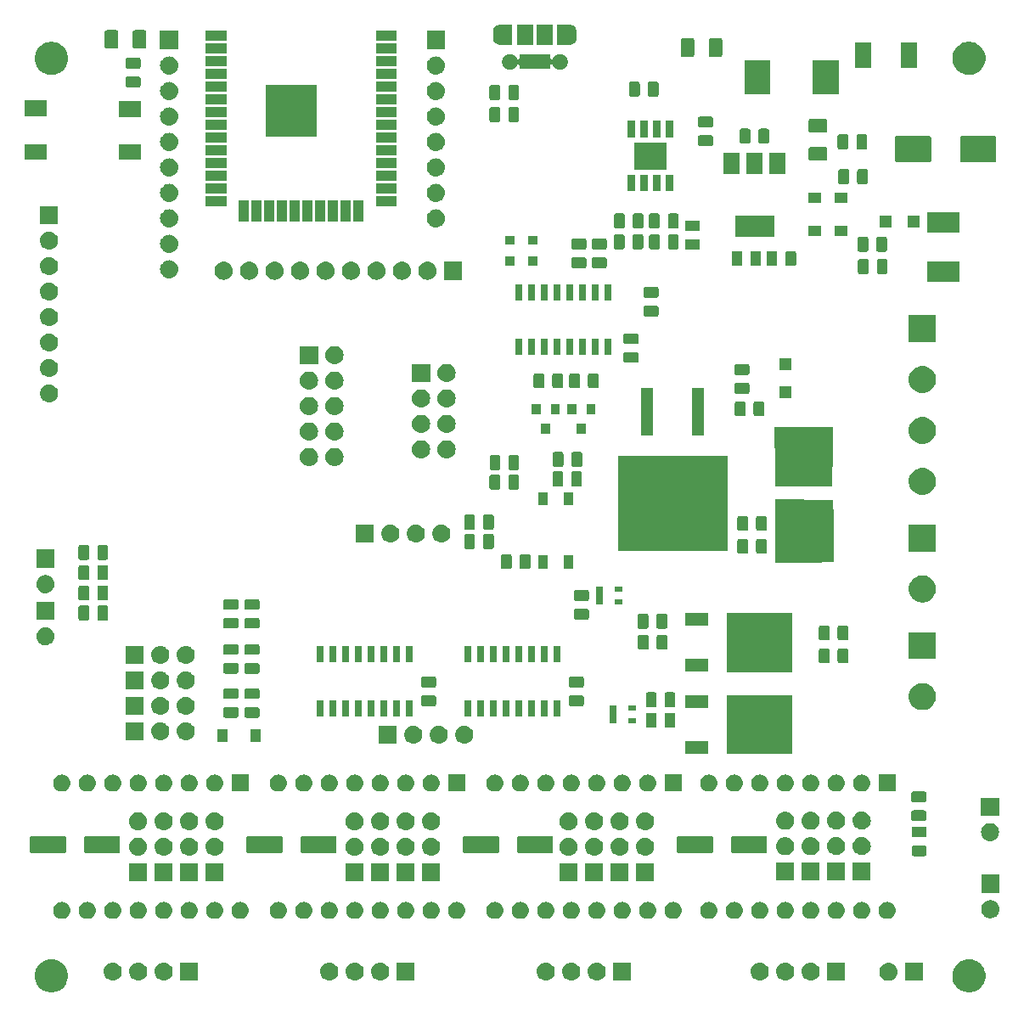
<source format=gts>
G04 #@! TF.GenerationSoftware,KiCad,Pcbnew,5.0.2-bee76a0~70~ubuntu18.04.1*
G04 #@! TF.CreationDate,2019-06-18T09:22:54+09:00*
G04 #@! TF.ProjectId,MRR_ESPE,4d52525f-4553-4504-952e-6b696361645f,v0.2*
G04 #@! TF.SameCoordinates,Original*
G04 #@! TF.FileFunction,Soldermask,Top*
G04 #@! TF.FilePolarity,Negative*
%FSLAX46Y46*%
G04 Gerber Fmt 4.6, Leading zero omitted, Abs format (unit mm)*
G04 Created by KiCad (PCBNEW 5.0.2-bee76a0~70~ubuntu18.04.1) date Tue 18 Jun 2019 09:22:54 AM JST*
%MOMM*%
%LPD*%
G01*
G04 APERTURE LIST*
%ADD10C,0.100000*%
G04 APERTURE END LIST*
D10*
G36*
X140875256Y-130891298D02*
X140981579Y-130912447D01*
X141282042Y-131036903D01*
X141494705Y-131179000D01*
X141552454Y-131217587D01*
X141782413Y-131447546D01*
X141782415Y-131447549D01*
X141882283Y-131597011D01*
X141963098Y-131717960D01*
X141969549Y-131733534D01*
X142048184Y-131923375D01*
X142087553Y-132018422D01*
X142151000Y-132337389D01*
X142151000Y-132662611D01*
X142135569Y-132740185D01*
X142087553Y-132981579D01*
X141999550Y-133194037D01*
X141963098Y-133282040D01*
X141782413Y-133552454D01*
X141552454Y-133782413D01*
X141552451Y-133782415D01*
X141282042Y-133963097D01*
X140981579Y-134087553D01*
X140875256Y-134108702D01*
X140662611Y-134151000D01*
X140337389Y-134151000D01*
X140124744Y-134108702D01*
X140018421Y-134087553D01*
X139717958Y-133963097D01*
X139447549Y-133782415D01*
X139447546Y-133782413D01*
X139217587Y-133552454D01*
X139036902Y-133282040D01*
X139000450Y-133194037D01*
X138912447Y-132981579D01*
X138864431Y-132740185D01*
X138849000Y-132662611D01*
X138849000Y-132337389D01*
X138912447Y-132018422D01*
X138951817Y-131923375D01*
X139030451Y-131733534D01*
X139036902Y-131717960D01*
X139117718Y-131597011D01*
X139217585Y-131447549D01*
X139217587Y-131447546D01*
X139447546Y-131217587D01*
X139505295Y-131179000D01*
X139717958Y-131036903D01*
X140018421Y-130912447D01*
X140124744Y-130891298D01*
X140337389Y-130849000D01*
X140662611Y-130849000D01*
X140875256Y-130891298D01*
X140875256Y-130891298D01*
G37*
G36*
X49375256Y-130891298D02*
X49481579Y-130912447D01*
X49782042Y-131036903D01*
X49994705Y-131179000D01*
X50052454Y-131217587D01*
X50282413Y-131447546D01*
X50282415Y-131447549D01*
X50382283Y-131597011D01*
X50463098Y-131717960D01*
X50469549Y-131733534D01*
X50548184Y-131923375D01*
X50587553Y-132018422D01*
X50651000Y-132337389D01*
X50651000Y-132662611D01*
X50635569Y-132740185D01*
X50587553Y-132981579D01*
X50499550Y-133194037D01*
X50463098Y-133282040D01*
X50282413Y-133552454D01*
X50052454Y-133782413D01*
X50052451Y-133782415D01*
X49782042Y-133963097D01*
X49481579Y-134087553D01*
X49375256Y-134108702D01*
X49162611Y-134151000D01*
X48837389Y-134151000D01*
X48624744Y-134108702D01*
X48518421Y-134087553D01*
X48217958Y-133963097D01*
X47947549Y-133782415D01*
X47947546Y-133782413D01*
X47717587Y-133552454D01*
X47536902Y-133282040D01*
X47500450Y-133194037D01*
X47412447Y-132981579D01*
X47364431Y-132740185D01*
X47349000Y-132662611D01*
X47349000Y-132337389D01*
X47412447Y-132018422D01*
X47451817Y-131923375D01*
X47530451Y-131733534D01*
X47536902Y-131717960D01*
X47617718Y-131597011D01*
X47717585Y-131447549D01*
X47717587Y-131447546D01*
X47947546Y-131217587D01*
X48005295Y-131179000D01*
X48217958Y-131036903D01*
X48518421Y-130912447D01*
X48624744Y-130891298D01*
X48837389Y-130849000D01*
X49162611Y-130849000D01*
X49375256Y-130891298D01*
X49375256Y-130891298D01*
G37*
G36*
X132570443Y-131205519D02*
X132636627Y-131212037D01*
X132740535Y-131243557D01*
X132806467Y-131263557D01*
X132925572Y-131327221D01*
X132962991Y-131347222D01*
X132998729Y-131376552D01*
X133100186Y-131459814D01*
X133183448Y-131561271D01*
X133212778Y-131597009D01*
X133212779Y-131597011D01*
X133296443Y-131753533D01*
X133296443Y-131753534D01*
X133347963Y-131923373D01*
X133365359Y-132100000D01*
X133347963Y-132276627D01*
X133329531Y-132337389D01*
X133296443Y-132446467D01*
X133223469Y-132582989D01*
X133212778Y-132602991D01*
X133183448Y-132638729D01*
X133100186Y-132740186D01*
X132998729Y-132823448D01*
X132962991Y-132852778D01*
X132962989Y-132852779D01*
X132806467Y-132936443D01*
X132749853Y-132953616D01*
X132636627Y-132987963D01*
X132570443Y-132994481D01*
X132504260Y-133001000D01*
X132415740Y-133001000D01*
X132349557Y-132994481D01*
X132283373Y-132987963D01*
X132170147Y-132953616D01*
X132113533Y-132936443D01*
X131957011Y-132852779D01*
X131957009Y-132852778D01*
X131921271Y-132823448D01*
X131819814Y-132740186D01*
X131736552Y-132638729D01*
X131707222Y-132602991D01*
X131696531Y-132582989D01*
X131623557Y-132446467D01*
X131590469Y-132337389D01*
X131572037Y-132276627D01*
X131554641Y-132100000D01*
X131572037Y-131923373D01*
X131623557Y-131753534D01*
X131623557Y-131753533D01*
X131707221Y-131597011D01*
X131707222Y-131597009D01*
X131736552Y-131561271D01*
X131819814Y-131459814D01*
X131921271Y-131376552D01*
X131957009Y-131347222D01*
X131994428Y-131327221D01*
X132113533Y-131263557D01*
X132179465Y-131243557D01*
X132283373Y-131212037D01*
X132349557Y-131205519D01*
X132415740Y-131199000D01*
X132504260Y-131199000D01*
X132570443Y-131205519D01*
X132570443Y-131205519D01*
G37*
G36*
X135901000Y-133001000D02*
X134099000Y-133001000D01*
X134099000Y-131199000D01*
X135901000Y-131199000D01*
X135901000Y-133001000D01*
X135901000Y-133001000D01*
G37*
G36*
X128155000Y-132981000D02*
X126353000Y-132981000D01*
X126353000Y-131179000D01*
X128155000Y-131179000D01*
X128155000Y-132981000D01*
X128155000Y-132981000D01*
G37*
G36*
X124824442Y-131185518D02*
X124890627Y-131192037D01*
X124974854Y-131217587D01*
X125060467Y-131243557D01*
X125199087Y-131317652D01*
X125216991Y-131327222D01*
X125241361Y-131347222D01*
X125354186Y-131439814D01*
X125437448Y-131541271D01*
X125466778Y-131577009D01*
X125466779Y-131577011D01*
X125550443Y-131733533D01*
X125550443Y-131733534D01*
X125601963Y-131903373D01*
X125619359Y-132080000D01*
X125601963Y-132256627D01*
X125567616Y-132369853D01*
X125550443Y-132426467D01*
X125476348Y-132565087D01*
X125466778Y-132582991D01*
X125450366Y-132602989D01*
X125354186Y-132720186D01*
X125252729Y-132803448D01*
X125216991Y-132832778D01*
X125216989Y-132832779D01*
X125060467Y-132916443D01*
X125003853Y-132933616D01*
X124890627Y-132967963D01*
X124824443Y-132974481D01*
X124758260Y-132981000D01*
X124669740Y-132981000D01*
X124603557Y-132974481D01*
X124537373Y-132967963D01*
X124424147Y-132933616D01*
X124367533Y-132916443D01*
X124211011Y-132832779D01*
X124211009Y-132832778D01*
X124175271Y-132803448D01*
X124073814Y-132720186D01*
X123977634Y-132602989D01*
X123961222Y-132582991D01*
X123951652Y-132565087D01*
X123877557Y-132426467D01*
X123860384Y-132369853D01*
X123826037Y-132256627D01*
X123808641Y-132080000D01*
X123826037Y-131903373D01*
X123877557Y-131733534D01*
X123877557Y-131733533D01*
X123961221Y-131577011D01*
X123961222Y-131577009D01*
X123990552Y-131541271D01*
X124073814Y-131439814D01*
X124186639Y-131347222D01*
X124211009Y-131327222D01*
X124228913Y-131317652D01*
X124367533Y-131243557D01*
X124453146Y-131217587D01*
X124537373Y-131192037D01*
X124603558Y-131185518D01*
X124669740Y-131179000D01*
X124758260Y-131179000D01*
X124824442Y-131185518D01*
X124824442Y-131185518D01*
G37*
G36*
X98408442Y-131185518D02*
X98474627Y-131192037D01*
X98558854Y-131217587D01*
X98644467Y-131243557D01*
X98783087Y-131317652D01*
X98800991Y-131327222D01*
X98825361Y-131347222D01*
X98938186Y-131439814D01*
X99021448Y-131541271D01*
X99050778Y-131577009D01*
X99050779Y-131577011D01*
X99134443Y-131733533D01*
X99134443Y-131733534D01*
X99185963Y-131903373D01*
X99203359Y-132080000D01*
X99185963Y-132256627D01*
X99151616Y-132369853D01*
X99134443Y-132426467D01*
X99060348Y-132565087D01*
X99050778Y-132582991D01*
X99034366Y-132602989D01*
X98938186Y-132720186D01*
X98836729Y-132803448D01*
X98800991Y-132832778D01*
X98800989Y-132832779D01*
X98644467Y-132916443D01*
X98587853Y-132933616D01*
X98474627Y-132967963D01*
X98408443Y-132974481D01*
X98342260Y-132981000D01*
X98253740Y-132981000D01*
X98187557Y-132974481D01*
X98121373Y-132967963D01*
X98008147Y-132933616D01*
X97951533Y-132916443D01*
X97795011Y-132832779D01*
X97795009Y-132832778D01*
X97759271Y-132803448D01*
X97657814Y-132720186D01*
X97561634Y-132602989D01*
X97545222Y-132582991D01*
X97535652Y-132565087D01*
X97461557Y-132426467D01*
X97444384Y-132369853D01*
X97410037Y-132256627D01*
X97392641Y-132080000D01*
X97410037Y-131903373D01*
X97461557Y-131733534D01*
X97461557Y-131733533D01*
X97545221Y-131577011D01*
X97545222Y-131577009D01*
X97574552Y-131541271D01*
X97657814Y-131439814D01*
X97770639Y-131347222D01*
X97795009Y-131327222D01*
X97812913Y-131317652D01*
X97951533Y-131243557D01*
X98037146Y-131217587D01*
X98121373Y-131192037D01*
X98187558Y-131185518D01*
X98253740Y-131179000D01*
X98342260Y-131179000D01*
X98408442Y-131185518D01*
X98408442Y-131185518D01*
G37*
G36*
X100948442Y-131185518D02*
X101014627Y-131192037D01*
X101098854Y-131217587D01*
X101184467Y-131243557D01*
X101323087Y-131317652D01*
X101340991Y-131327222D01*
X101365361Y-131347222D01*
X101478186Y-131439814D01*
X101561448Y-131541271D01*
X101590778Y-131577009D01*
X101590779Y-131577011D01*
X101674443Y-131733533D01*
X101674443Y-131733534D01*
X101725963Y-131903373D01*
X101743359Y-132080000D01*
X101725963Y-132256627D01*
X101691616Y-132369853D01*
X101674443Y-132426467D01*
X101600348Y-132565087D01*
X101590778Y-132582991D01*
X101574366Y-132602989D01*
X101478186Y-132720186D01*
X101376729Y-132803448D01*
X101340991Y-132832778D01*
X101340989Y-132832779D01*
X101184467Y-132916443D01*
X101127853Y-132933616D01*
X101014627Y-132967963D01*
X100948443Y-132974481D01*
X100882260Y-132981000D01*
X100793740Y-132981000D01*
X100727557Y-132974481D01*
X100661373Y-132967963D01*
X100548147Y-132933616D01*
X100491533Y-132916443D01*
X100335011Y-132832779D01*
X100335009Y-132832778D01*
X100299271Y-132803448D01*
X100197814Y-132720186D01*
X100101634Y-132602989D01*
X100085222Y-132582991D01*
X100075652Y-132565087D01*
X100001557Y-132426467D01*
X99984384Y-132369853D01*
X99950037Y-132256627D01*
X99932641Y-132080000D01*
X99950037Y-131903373D01*
X100001557Y-131733534D01*
X100001557Y-131733533D01*
X100085221Y-131577011D01*
X100085222Y-131577009D01*
X100114552Y-131541271D01*
X100197814Y-131439814D01*
X100310639Y-131347222D01*
X100335009Y-131327222D01*
X100352913Y-131317652D01*
X100491533Y-131243557D01*
X100577146Y-131217587D01*
X100661373Y-131192037D01*
X100727558Y-131185518D01*
X100793740Y-131179000D01*
X100882260Y-131179000D01*
X100948442Y-131185518D01*
X100948442Y-131185518D01*
G37*
G36*
X103488442Y-131185518D02*
X103554627Y-131192037D01*
X103638854Y-131217587D01*
X103724467Y-131243557D01*
X103863087Y-131317652D01*
X103880991Y-131327222D01*
X103905361Y-131347222D01*
X104018186Y-131439814D01*
X104101448Y-131541271D01*
X104130778Y-131577009D01*
X104130779Y-131577011D01*
X104214443Y-131733533D01*
X104214443Y-131733534D01*
X104265963Y-131903373D01*
X104283359Y-132080000D01*
X104265963Y-132256627D01*
X104231616Y-132369853D01*
X104214443Y-132426467D01*
X104140348Y-132565087D01*
X104130778Y-132582991D01*
X104114366Y-132602989D01*
X104018186Y-132720186D01*
X103916729Y-132803448D01*
X103880991Y-132832778D01*
X103880989Y-132832779D01*
X103724467Y-132916443D01*
X103667853Y-132933616D01*
X103554627Y-132967963D01*
X103488443Y-132974481D01*
X103422260Y-132981000D01*
X103333740Y-132981000D01*
X103267557Y-132974481D01*
X103201373Y-132967963D01*
X103088147Y-132933616D01*
X103031533Y-132916443D01*
X102875011Y-132832779D01*
X102875009Y-132832778D01*
X102839271Y-132803448D01*
X102737814Y-132720186D01*
X102641634Y-132602989D01*
X102625222Y-132582991D01*
X102615652Y-132565087D01*
X102541557Y-132426467D01*
X102524384Y-132369853D01*
X102490037Y-132256627D01*
X102472641Y-132080000D01*
X102490037Y-131903373D01*
X102541557Y-131733534D01*
X102541557Y-131733533D01*
X102625221Y-131577011D01*
X102625222Y-131577009D01*
X102654552Y-131541271D01*
X102737814Y-131439814D01*
X102850639Y-131347222D01*
X102875009Y-131327222D01*
X102892913Y-131317652D01*
X103031533Y-131243557D01*
X103117146Y-131217587D01*
X103201373Y-131192037D01*
X103267558Y-131185518D01*
X103333740Y-131179000D01*
X103422260Y-131179000D01*
X103488442Y-131185518D01*
X103488442Y-131185518D01*
G37*
G36*
X106819000Y-132981000D02*
X105017000Y-132981000D01*
X105017000Y-131179000D01*
X106819000Y-131179000D01*
X106819000Y-132981000D01*
X106819000Y-132981000D01*
G37*
G36*
X76818442Y-131185518D02*
X76884627Y-131192037D01*
X76968854Y-131217587D01*
X77054467Y-131243557D01*
X77193087Y-131317652D01*
X77210991Y-131327222D01*
X77235361Y-131347222D01*
X77348186Y-131439814D01*
X77431448Y-131541271D01*
X77460778Y-131577009D01*
X77460779Y-131577011D01*
X77544443Y-131733533D01*
X77544443Y-131733534D01*
X77595963Y-131903373D01*
X77613359Y-132080000D01*
X77595963Y-132256627D01*
X77561616Y-132369853D01*
X77544443Y-132426467D01*
X77470348Y-132565087D01*
X77460778Y-132582991D01*
X77444366Y-132602989D01*
X77348186Y-132720186D01*
X77246729Y-132803448D01*
X77210991Y-132832778D01*
X77210989Y-132832779D01*
X77054467Y-132916443D01*
X76997853Y-132933616D01*
X76884627Y-132967963D01*
X76818443Y-132974481D01*
X76752260Y-132981000D01*
X76663740Y-132981000D01*
X76597557Y-132974481D01*
X76531373Y-132967963D01*
X76418147Y-132933616D01*
X76361533Y-132916443D01*
X76205011Y-132832779D01*
X76205009Y-132832778D01*
X76169271Y-132803448D01*
X76067814Y-132720186D01*
X75971634Y-132602989D01*
X75955222Y-132582991D01*
X75945652Y-132565087D01*
X75871557Y-132426467D01*
X75854384Y-132369853D01*
X75820037Y-132256627D01*
X75802641Y-132080000D01*
X75820037Y-131903373D01*
X75871557Y-131733534D01*
X75871557Y-131733533D01*
X75955221Y-131577011D01*
X75955222Y-131577009D01*
X75984552Y-131541271D01*
X76067814Y-131439814D01*
X76180639Y-131347222D01*
X76205009Y-131327222D01*
X76222913Y-131317652D01*
X76361533Y-131243557D01*
X76447146Y-131217587D01*
X76531373Y-131192037D01*
X76597558Y-131185518D01*
X76663740Y-131179000D01*
X76752260Y-131179000D01*
X76818442Y-131185518D01*
X76818442Y-131185518D01*
G37*
G36*
X79358442Y-131185518D02*
X79424627Y-131192037D01*
X79508854Y-131217587D01*
X79594467Y-131243557D01*
X79733087Y-131317652D01*
X79750991Y-131327222D01*
X79775361Y-131347222D01*
X79888186Y-131439814D01*
X79971448Y-131541271D01*
X80000778Y-131577009D01*
X80000779Y-131577011D01*
X80084443Y-131733533D01*
X80084443Y-131733534D01*
X80135963Y-131903373D01*
X80153359Y-132080000D01*
X80135963Y-132256627D01*
X80101616Y-132369853D01*
X80084443Y-132426467D01*
X80010348Y-132565087D01*
X80000778Y-132582991D01*
X79984366Y-132602989D01*
X79888186Y-132720186D01*
X79786729Y-132803448D01*
X79750991Y-132832778D01*
X79750989Y-132832779D01*
X79594467Y-132916443D01*
X79537853Y-132933616D01*
X79424627Y-132967963D01*
X79358443Y-132974481D01*
X79292260Y-132981000D01*
X79203740Y-132981000D01*
X79137557Y-132974481D01*
X79071373Y-132967963D01*
X78958147Y-132933616D01*
X78901533Y-132916443D01*
X78745011Y-132832779D01*
X78745009Y-132832778D01*
X78709271Y-132803448D01*
X78607814Y-132720186D01*
X78511634Y-132602989D01*
X78495222Y-132582991D01*
X78485652Y-132565087D01*
X78411557Y-132426467D01*
X78394384Y-132369853D01*
X78360037Y-132256627D01*
X78342641Y-132080000D01*
X78360037Y-131903373D01*
X78411557Y-131733534D01*
X78411557Y-131733533D01*
X78495221Y-131577011D01*
X78495222Y-131577009D01*
X78524552Y-131541271D01*
X78607814Y-131439814D01*
X78720639Y-131347222D01*
X78745009Y-131327222D01*
X78762913Y-131317652D01*
X78901533Y-131243557D01*
X78987146Y-131217587D01*
X79071373Y-131192037D01*
X79137558Y-131185518D01*
X79203740Y-131179000D01*
X79292260Y-131179000D01*
X79358442Y-131185518D01*
X79358442Y-131185518D01*
G37*
G36*
X81898442Y-131185518D02*
X81964627Y-131192037D01*
X82048854Y-131217587D01*
X82134467Y-131243557D01*
X82273087Y-131317652D01*
X82290991Y-131327222D01*
X82315361Y-131347222D01*
X82428186Y-131439814D01*
X82511448Y-131541271D01*
X82540778Y-131577009D01*
X82540779Y-131577011D01*
X82624443Y-131733533D01*
X82624443Y-131733534D01*
X82675963Y-131903373D01*
X82693359Y-132080000D01*
X82675963Y-132256627D01*
X82641616Y-132369853D01*
X82624443Y-132426467D01*
X82550348Y-132565087D01*
X82540778Y-132582991D01*
X82524366Y-132602989D01*
X82428186Y-132720186D01*
X82326729Y-132803448D01*
X82290991Y-132832778D01*
X82290989Y-132832779D01*
X82134467Y-132916443D01*
X82077853Y-132933616D01*
X81964627Y-132967963D01*
X81898443Y-132974481D01*
X81832260Y-132981000D01*
X81743740Y-132981000D01*
X81677557Y-132974481D01*
X81611373Y-132967963D01*
X81498147Y-132933616D01*
X81441533Y-132916443D01*
X81285011Y-132832779D01*
X81285009Y-132832778D01*
X81249271Y-132803448D01*
X81147814Y-132720186D01*
X81051634Y-132602989D01*
X81035222Y-132582991D01*
X81025652Y-132565087D01*
X80951557Y-132426467D01*
X80934384Y-132369853D01*
X80900037Y-132256627D01*
X80882641Y-132080000D01*
X80900037Y-131903373D01*
X80951557Y-131733534D01*
X80951557Y-131733533D01*
X81035221Y-131577011D01*
X81035222Y-131577009D01*
X81064552Y-131541271D01*
X81147814Y-131439814D01*
X81260639Y-131347222D01*
X81285009Y-131327222D01*
X81302913Y-131317652D01*
X81441533Y-131243557D01*
X81527146Y-131217587D01*
X81611373Y-131192037D01*
X81677558Y-131185518D01*
X81743740Y-131179000D01*
X81832260Y-131179000D01*
X81898442Y-131185518D01*
X81898442Y-131185518D01*
G37*
G36*
X119744442Y-131185518D02*
X119810627Y-131192037D01*
X119894854Y-131217587D01*
X119980467Y-131243557D01*
X120119087Y-131317652D01*
X120136991Y-131327222D01*
X120161361Y-131347222D01*
X120274186Y-131439814D01*
X120357448Y-131541271D01*
X120386778Y-131577009D01*
X120386779Y-131577011D01*
X120470443Y-131733533D01*
X120470443Y-131733534D01*
X120521963Y-131903373D01*
X120539359Y-132080000D01*
X120521963Y-132256627D01*
X120487616Y-132369853D01*
X120470443Y-132426467D01*
X120396348Y-132565087D01*
X120386778Y-132582991D01*
X120370366Y-132602989D01*
X120274186Y-132720186D01*
X120172729Y-132803448D01*
X120136991Y-132832778D01*
X120136989Y-132832779D01*
X119980467Y-132916443D01*
X119923853Y-132933616D01*
X119810627Y-132967963D01*
X119744443Y-132974481D01*
X119678260Y-132981000D01*
X119589740Y-132981000D01*
X119523557Y-132974481D01*
X119457373Y-132967963D01*
X119344147Y-132933616D01*
X119287533Y-132916443D01*
X119131011Y-132832779D01*
X119131009Y-132832778D01*
X119095271Y-132803448D01*
X118993814Y-132720186D01*
X118897634Y-132602989D01*
X118881222Y-132582991D01*
X118871652Y-132565087D01*
X118797557Y-132426467D01*
X118780384Y-132369853D01*
X118746037Y-132256627D01*
X118728641Y-132080000D01*
X118746037Y-131903373D01*
X118797557Y-131733534D01*
X118797557Y-131733533D01*
X118881221Y-131577011D01*
X118881222Y-131577009D01*
X118910552Y-131541271D01*
X118993814Y-131439814D01*
X119106639Y-131347222D01*
X119131009Y-131327222D01*
X119148913Y-131317652D01*
X119287533Y-131243557D01*
X119373146Y-131217587D01*
X119457373Y-131192037D01*
X119523558Y-131185518D01*
X119589740Y-131179000D01*
X119678260Y-131179000D01*
X119744442Y-131185518D01*
X119744442Y-131185518D01*
G37*
G36*
X122284442Y-131185518D02*
X122350627Y-131192037D01*
X122434854Y-131217587D01*
X122520467Y-131243557D01*
X122659087Y-131317652D01*
X122676991Y-131327222D01*
X122701361Y-131347222D01*
X122814186Y-131439814D01*
X122897448Y-131541271D01*
X122926778Y-131577009D01*
X122926779Y-131577011D01*
X123010443Y-131733533D01*
X123010443Y-131733534D01*
X123061963Y-131903373D01*
X123079359Y-132080000D01*
X123061963Y-132256627D01*
X123027616Y-132369853D01*
X123010443Y-132426467D01*
X122936348Y-132565087D01*
X122926778Y-132582991D01*
X122910366Y-132602989D01*
X122814186Y-132720186D01*
X122712729Y-132803448D01*
X122676991Y-132832778D01*
X122676989Y-132832779D01*
X122520467Y-132916443D01*
X122463853Y-132933616D01*
X122350627Y-132967963D01*
X122284443Y-132974481D01*
X122218260Y-132981000D01*
X122129740Y-132981000D01*
X122063557Y-132974481D01*
X121997373Y-132967963D01*
X121884147Y-132933616D01*
X121827533Y-132916443D01*
X121671011Y-132832779D01*
X121671009Y-132832778D01*
X121635271Y-132803448D01*
X121533814Y-132720186D01*
X121437634Y-132602989D01*
X121421222Y-132582991D01*
X121411652Y-132565087D01*
X121337557Y-132426467D01*
X121320384Y-132369853D01*
X121286037Y-132256627D01*
X121268641Y-132080000D01*
X121286037Y-131903373D01*
X121337557Y-131733534D01*
X121337557Y-131733533D01*
X121421221Y-131577011D01*
X121421222Y-131577009D01*
X121450552Y-131541271D01*
X121533814Y-131439814D01*
X121646639Y-131347222D01*
X121671009Y-131327222D01*
X121688913Y-131317652D01*
X121827533Y-131243557D01*
X121913146Y-131217587D01*
X121997373Y-131192037D01*
X122063558Y-131185518D01*
X122129740Y-131179000D01*
X122218260Y-131179000D01*
X122284442Y-131185518D01*
X122284442Y-131185518D01*
G37*
G36*
X63639000Y-132981000D02*
X61837000Y-132981000D01*
X61837000Y-131179000D01*
X63639000Y-131179000D01*
X63639000Y-132981000D01*
X63639000Y-132981000D01*
G37*
G36*
X60308442Y-131185518D02*
X60374627Y-131192037D01*
X60458854Y-131217587D01*
X60544467Y-131243557D01*
X60683087Y-131317652D01*
X60700991Y-131327222D01*
X60725361Y-131347222D01*
X60838186Y-131439814D01*
X60921448Y-131541271D01*
X60950778Y-131577009D01*
X60950779Y-131577011D01*
X61034443Y-131733533D01*
X61034443Y-131733534D01*
X61085963Y-131903373D01*
X61103359Y-132080000D01*
X61085963Y-132256627D01*
X61051616Y-132369853D01*
X61034443Y-132426467D01*
X60960348Y-132565087D01*
X60950778Y-132582991D01*
X60934366Y-132602989D01*
X60838186Y-132720186D01*
X60736729Y-132803448D01*
X60700991Y-132832778D01*
X60700989Y-132832779D01*
X60544467Y-132916443D01*
X60487853Y-132933616D01*
X60374627Y-132967963D01*
X60308443Y-132974481D01*
X60242260Y-132981000D01*
X60153740Y-132981000D01*
X60087557Y-132974481D01*
X60021373Y-132967963D01*
X59908147Y-132933616D01*
X59851533Y-132916443D01*
X59695011Y-132832779D01*
X59695009Y-132832778D01*
X59659271Y-132803448D01*
X59557814Y-132720186D01*
X59461634Y-132602989D01*
X59445222Y-132582991D01*
X59435652Y-132565087D01*
X59361557Y-132426467D01*
X59344384Y-132369853D01*
X59310037Y-132256627D01*
X59292641Y-132080000D01*
X59310037Y-131903373D01*
X59361557Y-131733534D01*
X59361557Y-131733533D01*
X59445221Y-131577011D01*
X59445222Y-131577009D01*
X59474552Y-131541271D01*
X59557814Y-131439814D01*
X59670639Y-131347222D01*
X59695009Y-131327222D01*
X59712913Y-131317652D01*
X59851533Y-131243557D01*
X59937146Y-131217587D01*
X60021373Y-131192037D01*
X60087558Y-131185518D01*
X60153740Y-131179000D01*
X60242260Y-131179000D01*
X60308442Y-131185518D01*
X60308442Y-131185518D01*
G37*
G36*
X57768442Y-131185518D02*
X57834627Y-131192037D01*
X57918854Y-131217587D01*
X58004467Y-131243557D01*
X58143087Y-131317652D01*
X58160991Y-131327222D01*
X58185361Y-131347222D01*
X58298186Y-131439814D01*
X58381448Y-131541271D01*
X58410778Y-131577009D01*
X58410779Y-131577011D01*
X58494443Y-131733533D01*
X58494443Y-131733534D01*
X58545963Y-131903373D01*
X58563359Y-132080000D01*
X58545963Y-132256627D01*
X58511616Y-132369853D01*
X58494443Y-132426467D01*
X58420348Y-132565087D01*
X58410778Y-132582991D01*
X58394366Y-132602989D01*
X58298186Y-132720186D01*
X58196729Y-132803448D01*
X58160991Y-132832778D01*
X58160989Y-132832779D01*
X58004467Y-132916443D01*
X57947853Y-132933616D01*
X57834627Y-132967963D01*
X57768443Y-132974481D01*
X57702260Y-132981000D01*
X57613740Y-132981000D01*
X57547557Y-132974481D01*
X57481373Y-132967963D01*
X57368147Y-132933616D01*
X57311533Y-132916443D01*
X57155011Y-132832779D01*
X57155009Y-132832778D01*
X57119271Y-132803448D01*
X57017814Y-132720186D01*
X56921634Y-132602989D01*
X56905222Y-132582991D01*
X56895652Y-132565087D01*
X56821557Y-132426467D01*
X56804384Y-132369853D01*
X56770037Y-132256627D01*
X56752641Y-132080000D01*
X56770037Y-131903373D01*
X56821557Y-131733534D01*
X56821557Y-131733533D01*
X56905221Y-131577011D01*
X56905222Y-131577009D01*
X56934552Y-131541271D01*
X57017814Y-131439814D01*
X57130639Y-131347222D01*
X57155009Y-131327222D01*
X57172913Y-131317652D01*
X57311533Y-131243557D01*
X57397146Y-131217587D01*
X57481373Y-131192037D01*
X57547558Y-131185518D01*
X57613740Y-131179000D01*
X57702260Y-131179000D01*
X57768442Y-131185518D01*
X57768442Y-131185518D01*
G37*
G36*
X55228442Y-131185518D02*
X55294627Y-131192037D01*
X55378854Y-131217587D01*
X55464467Y-131243557D01*
X55603087Y-131317652D01*
X55620991Y-131327222D01*
X55645361Y-131347222D01*
X55758186Y-131439814D01*
X55841448Y-131541271D01*
X55870778Y-131577009D01*
X55870779Y-131577011D01*
X55954443Y-131733533D01*
X55954443Y-131733534D01*
X56005963Y-131903373D01*
X56023359Y-132080000D01*
X56005963Y-132256627D01*
X55971616Y-132369853D01*
X55954443Y-132426467D01*
X55880348Y-132565087D01*
X55870778Y-132582991D01*
X55854366Y-132602989D01*
X55758186Y-132720186D01*
X55656729Y-132803448D01*
X55620991Y-132832778D01*
X55620989Y-132832779D01*
X55464467Y-132916443D01*
X55407853Y-132933616D01*
X55294627Y-132967963D01*
X55228443Y-132974481D01*
X55162260Y-132981000D01*
X55073740Y-132981000D01*
X55007557Y-132974481D01*
X54941373Y-132967963D01*
X54828147Y-132933616D01*
X54771533Y-132916443D01*
X54615011Y-132832779D01*
X54615009Y-132832778D01*
X54579271Y-132803448D01*
X54477814Y-132720186D01*
X54381634Y-132602989D01*
X54365222Y-132582991D01*
X54355652Y-132565087D01*
X54281557Y-132426467D01*
X54264384Y-132369853D01*
X54230037Y-132256627D01*
X54212641Y-132080000D01*
X54230037Y-131903373D01*
X54281557Y-131733534D01*
X54281557Y-131733533D01*
X54365221Y-131577011D01*
X54365222Y-131577009D01*
X54394552Y-131541271D01*
X54477814Y-131439814D01*
X54590639Y-131347222D01*
X54615009Y-131327222D01*
X54632913Y-131317652D01*
X54771533Y-131243557D01*
X54857146Y-131217587D01*
X54941373Y-131192037D01*
X55007558Y-131185518D01*
X55073740Y-131179000D01*
X55162260Y-131179000D01*
X55228442Y-131185518D01*
X55228442Y-131185518D01*
G37*
G36*
X85229000Y-132981000D02*
X83427000Y-132981000D01*
X83427000Y-131179000D01*
X85229000Y-131179000D01*
X85229000Y-132981000D01*
X85229000Y-132981000D01*
G37*
G36*
X62904821Y-125145313D02*
X62904824Y-125145314D01*
X62904825Y-125145314D01*
X63065239Y-125193975D01*
X63065241Y-125193976D01*
X63065244Y-125193977D01*
X63213078Y-125272995D01*
X63342659Y-125379341D01*
X63449005Y-125508922D01*
X63528023Y-125656756D01*
X63576687Y-125817179D01*
X63593117Y-125984000D01*
X63576687Y-126150821D01*
X63576686Y-126150824D01*
X63576686Y-126150825D01*
X63558291Y-126211466D01*
X63528023Y-126311244D01*
X63449005Y-126459078D01*
X63342659Y-126588659D01*
X63213078Y-126695005D01*
X63065244Y-126774023D01*
X63065241Y-126774024D01*
X63065239Y-126774025D01*
X62904825Y-126822686D01*
X62904824Y-126822686D01*
X62904821Y-126822687D01*
X62779804Y-126835000D01*
X62696196Y-126835000D01*
X62571179Y-126822687D01*
X62571176Y-126822686D01*
X62571175Y-126822686D01*
X62410761Y-126774025D01*
X62410759Y-126774024D01*
X62410756Y-126774023D01*
X62262922Y-126695005D01*
X62133341Y-126588659D01*
X62026995Y-126459078D01*
X61947977Y-126311244D01*
X61917710Y-126211466D01*
X61899314Y-126150825D01*
X61899314Y-126150824D01*
X61899313Y-126150821D01*
X61882883Y-125984000D01*
X61899313Y-125817179D01*
X61947977Y-125656756D01*
X62026995Y-125508922D01*
X62133341Y-125379341D01*
X62262922Y-125272995D01*
X62410756Y-125193977D01*
X62410759Y-125193976D01*
X62410761Y-125193975D01*
X62571175Y-125145314D01*
X62571176Y-125145314D01*
X62571179Y-125145313D01*
X62696196Y-125133000D01*
X62779804Y-125133000D01*
X62904821Y-125145313D01*
X62904821Y-125145313D01*
G37*
G36*
X67984821Y-125145313D02*
X67984824Y-125145314D01*
X67984825Y-125145314D01*
X68145239Y-125193975D01*
X68145241Y-125193976D01*
X68145244Y-125193977D01*
X68293078Y-125272995D01*
X68422659Y-125379341D01*
X68529005Y-125508922D01*
X68608023Y-125656756D01*
X68656687Y-125817179D01*
X68673117Y-125984000D01*
X68656687Y-126150821D01*
X68656686Y-126150824D01*
X68656686Y-126150825D01*
X68638291Y-126211466D01*
X68608023Y-126311244D01*
X68529005Y-126459078D01*
X68422659Y-126588659D01*
X68293078Y-126695005D01*
X68145244Y-126774023D01*
X68145241Y-126774024D01*
X68145239Y-126774025D01*
X67984825Y-126822686D01*
X67984824Y-126822686D01*
X67984821Y-126822687D01*
X67859804Y-126835000D01*
X67776196Y-126835000D01*
X67651179Y-126822687D01*
X67651176Y-126822686D01*
X67651175Y-126822686D01*
X67490761Y-126774025D01*
X67490759Y-126774024D01*
X67490756Y-126774023D01*
X67342922Y-126695005D01*
X67213341Y-126588659D01*
X67106995Y-126459078D01*
X67027977Y-126311244D01*
X66997710Y-126211466D01*
X66979314Y-126150825D01*
X66979314Y-126150824D01*
X66979313Y-126150821D01*
X66962883Y-125984000D01*
X66979313Y-125817179D01*
X67027977Y-125656756D01*
X67106995Y-125508922D01*
X67213341Y-125379341D01*
X67342922Y-125272995D01*
X67490756Y-125193977D01*
X67490759Y-125193976D01*
X67490761Y-125193975D01*
X67651175Y-125145314D01*
X67651176Y-125145314D01*
X67651179Y-125145313D01*
X67776196Y-125133000D01*
X67859804Y-125133000D01*
X67984821Y-125145313D01*
X67984821Y-125145313D01*
G37*
G36*
X114720821Y-125145313D02*
X114720824Y-125145314D01*
X114720825Y-125145314D01*
X114881239Y-125193975D01*
X114881241Y-125193976D01*
X114881244Y-125193977D01*
X115029078Y-125272995D01*
X115158659Y-125379341D01*
X115265005Y-125508922D01*
X115344023Y-125656756D01*
X115392687Y-125817179D01*
X115409117Y-125984000D01*
X115392687Y-126150821D01*
X115392686Y-126150824D01*
X115392686Y-126150825D01*
X115374291Y-126211466D01*
X115344023Y-126311244D01*
X115265005Y-126459078D01*
X115158659Y-126588659D01*
X115029078Y-126695005D01*
X114881244Y-126774023D01*
X114881241Y-126774024D01*
X114881239Y-126774025D01*
X114720825Y-126822686D01*
X114720824Y-126822686D01*
X114720821Y-126822687D01*
X114595804Y-126835000D01*
X114512196Y-126835000D01*
X114387179Y-126822687D01*
X114387176Y-126822686D01*
X114387175Y-126822686D01*
X114226761Y-126774025D01*
X114226759Y-126774024D01*
X114226756Y-126774023D01*
X114078922Y-126695005D01*
X113949341Y-126588659D01*
X113842995Y-126459078D01*
X113763977Y-126311244D01*
X113733710Y-126211466D01*
X113715314Y-126150825D01*
X113715314Y-126150824D01*
X113715313Y-126150821D01*
X113698883Y-125984000D01*
X113715313Y-125817179D01*
X113763977Y-125656756D01*
X113842995Y-125508922D01*
X113949341Y-125379341D01*
X114078922Y-125272995D01*
X114226756Y-125193977D01*
X114226759Y-125193976D01*
X114226761Y-125193975D01*
X114387175Y-125145314D01*
X114387176Y-125145314D01*
X114387179Y-125145313D01*
X114512196Y-125133000D01*
X114595804Y-125133000D01*
X114720821Y-125145313D01*
X114720821Y-125145313D01*
G37*
G36*
X127420821Y-125145313D02*
X127420824Y-125145314D01*
X127420825Y-125145314D01*
X127581239Y-125193975D01*
X127581241Y-125193976D01*
X127581244Y-125193977D01*
X127729078Y-125272995D01*
X127858659Y-125379341D01*
X127965005Y-125508922D01*
X128044023Y-125656756D01*
X128092687Y-125817179D01*
X128109117Y-125984000D01*
X128092687Y-126150821D01*
X128092686Y-126150824D01*
X128092686Y-126150825D01*
X128074291Y-126211466D01*
X128044023Y-126311244D01*
X127965005Y-126459078D01*
X127858659Y-126588659D01*
X127729078Y-126695005D01*
X127581244Y-126774023D01*
X127581241Y-126774024D01*
X127581239Y-126774025D01*
X127420825Y-126822686D01*
X127420824Y-126822686D01*
X127420821Y-126822687D01*
X127295804Y-126835000D01*
X127212196Y-126835000D01*
X127087179Y-126822687D01*
X127087176Y-126822686D01*
X127087175Y-126822686D01*
X126926761Y-126774025D01*
X126926759Y-126774024D01*
X126926756Y-126774023D01*
X126778922Y-126695005D01*
X126649341Y-126588659D01*
X126542995Y-126459078D01*
X126463977Y-126311244D01*
X126433710Y-126211466D01*
X126415314Y-126150825D01*
X126415314Y-126150824D01*
X126415313Y-126150821D01*
X126398883Y-125984000D01*
X126415313Y-125817179D01*
X126463977Y-125656756D01*
X126542995Y-125508922D01*
X126649341Y-125379341D01*
X126778922Y-125272995D01*
X126926756Y-125193977D01*
X126926759Y-125193976D01*
X126926761Y-125193975D01*
X127087175Y-125145314D01*
X127087176Y-125145314D01*
X127087179Y-125145313D01*
X127212196Y-125133000D01*
X127295804Y-125133000D01*
X127420821Y-125145313D01*
X127420821Y-125145313D01*
G37*
G36*
X132500821Y-125145313D02*
X132500824Y-125145314D01*
X132500825Y-125145314D01*
X132661239Y-125193975D01*
X132661241Y-125193976D01*
X132661244Y-125193977D01*
X132809078Y-125272995D01*
X132938659Y-125379341D01*
X133045005Y-125508922D01*
X133124023Y-125656756D01*
X133172687Y-125817179D01*
X133189117Y-125984000D01*
X133172687Y-126150821D01*
X133172686Y-126150824D01*
X133172686Y-126150825D01*
X133154291Y-126211466D01*
X133124023Y-126311244D01*
X133045005Y-126459078D01*
X132938659Y-126588659D01*
X132809078Y-126695005D01*
X132661244Y-126774023D01*
X132661241Y-126774024D01*
X132661239Y-126774025D01*
X132500825Y-126822686D01*
X132500824Y-126822686D01*
X132500821Y-126822687D01*
X132375804Y-126835000D01*
X132292196Y-126835000D01*
X132167179Y-126822687D01*
X132167176Y-126822686D01*
X132167175Y-126822686D01*
X132006761Y-126774025D01*
X132006759Y-126774024D01*
X132006756Y-126774023D01*
X131858922Y-126695005D01*
X131729341Y-126588659D01*
X131622995Y-126459078D01*
X131543977Y-126311244D01*
X131513710Y-126211466D01*
X131495314Y-126150825D01*
X131495314Y-126150824D01*
X131495313Y-126150821D01*
X131478883Y-125984000D01*
X131495313Y-125817179D01*
X131543977Y-125656756D01*
X131622995Y-125508922D01*
X131729341Y-125379341D01*
X131858922Y-125272995D01*
X132006756Y-125193977D01*
X132006759Y-125193976D01*
X132006761Y-125193975D01*
X132167175Y-125145314D01*
X132167176Y-125145314D01*
X132167179Y-125145313D01*
X132292196Y-125133000D01*
X132375804Y-125133000D01*
X132500821Y-125145313D01*
X132500821Y-125145313D01*
G37*
G36*
X129960821Y-125145313D02*
X129960824Y-125145314D01*
X129960825Y-125145314D01*
X130121239Y-125193975D01*
X130121241Y-125193976D01*
X130121244Y-125193977D01*
X130269078Y-125272995D01*
X130398659Y-125379341D01*
X130505005Y-125508922D01*
X130584023Y-125656756D01*
X130632687Y-125817179D01*
X130649117Y-125984000D01*
X130632687Y-126150821D01*
X130632686Y-126150824D01*
X130632686Y-126150825D01*
X130614291Y-126211466D01*
X130584023Y-126311244D01*
X130505005Y-126459078D01*
X130398659Y-126588659D01*
X130269078Y-126695005D01*
X130121244Y-126774023D01*
X130121241Y-126774024D01*
X130121239Y-126774025D01*
X129960825Y-126822686D01*
X129960824Y-126822686D01*
X129960821Y-126822687D01*
X129835804Y-126835000D01*
X129752196Y-126835000D01*
X129627179Y-126822687D01*
X129627176Y-126822686D01*
X129627175Y-126822686D01*
X129466761Y-126774025D01*
X129466759Y-126774024D01*
X129466756Y-126774023D01*
X129318922Y-126695005D01*
X129189341Y-126588659D01*
X129082995Y-126459078D01*
X129003977Y-126311244D01*
X128973710Y-126211466D01*
X128955314Y-126150825D01*
X128955314Y-126150824D01*
X128955313Y-126150821D01*
X128938883Y-125984000D01*
X128955313Y-125817179D01*
X129003977Y-125656756D01*
X129082995Y-125508922D01*
X129189341Y-125379341D01*
X129318922Y-125272995D01*
X129466756Y-125193977D01*
X129466759Y-125193976D01*
X129466761Y-125193975D01*
X129627175Y-125145314D01*
X129627176Y-125145314D01*
X129627179Y-125145313D01*
X129752196Y-125133000D01*
X129835804Y-125133000D01*
X129960821Y-125145313D01*
X129960821Y-125145313D01*
G37*
G36*
X124880821Y-125145313D02*
X124880824Y-125145314D01*
X124880825Y-125145314D01*
X125041239Y-125193975D01*
X125041241Y-125193976D01*
X125041244Y-125193977D01*
X125189078Y-125272995D01*
X125318659Y-125379341D01*
X125425005Y-125508922D01*
X125504023Y-125656756D01*
X125552687Y-125817179D01*
X125569117Y-125984000D01*
X125552687Y-126150821D01*
X125552686Y-126150824D01*
X125552686Y-126150825D01*
X125534291Y-126211466D01*
X125504023Y-126311244D01*
X125425005Y-126459078D01*
X125318659Y-126588659D01*
X125189078Y-126695005D01*
X125041244Y-126774023D01*
X125041241Y-126774024D01*
X125041239Y-126774025D01*
X124880825Y-126822686D01*
X124880824Y-126822686D01*
X124880821Y-126822687D01*
X124755804Y-126835000D01*
X124672196Y-126835000D01*
X124547179Y-126822687D01*
X124547176Y-126822686D01*
X124547175Y-126822686D01*
X124386761Y-126774025D01*
X124386759Y-126774024D01*
X124386756Y-126774023D01*
X124238922Y-126695005D01*
X124109341Y-126588659D01*
X124002995Y-126459078D01*
X123923977Y-126311244D01*
X123893710Y-126211466D01*
X123875314Y-126150825D01*
X123875314Y-126150824D01*
X123875313Y-126150821D01*
X123858883Y-125984000D01*
X123875313Y-125817179D01*
X123923977Y-125656756D01*
X124002995Y-125508922D01*
X124109341Y-125379341D01*
X124238922Y-125272995D01*
X124386756Y-125193977D01*
X124386759Y-125193976D01*
X124386761Y-125193975D01*
X124547175Y-125145314D01*
X124547176Y-125145314D01*
X124547179Y-125145313D01*
X124672196Y-125133000D01*
X124755804Y-125133000D01*
X124880821Y-125145313D01*
X124880821Y-125145313D01*
G37*
G36*
X117260821Y-125145313D02*
X117260824Y-125145314D01*
X117260825Y-125145314D01*
X117421239Y-125193975D01*
X117421241Y-125193976D01*
X117421244Y-125193977D01*
X117569078Y-125272995D01*
X117698659Y-125379341D01*
X117805005Y-125508922D01*
X117884023Y-125656756D01*
X117932687Y-125817179D01*
X117949117Y-125984000D01*
X117932687Y-126150821D01*
X117932686Y-126150824D01*
X117932686Y-126150825D01*
X117914291Y-126211466D01*
X117884023Y-126311244D01*
X117805005Y-126459078D01*
X117698659Y-126588659D01*
X117569078Y-126695005D01*
X117421244Y-126774023D01*
X117421241Y-126774024D01*
X117421239Y-126774025D01*
X117260825Y-126822686D01*
X117260824Y-126822686D01*
X117260821Y-126822687D01*
X117135804Y-126835000D01*
X117052196Y-126835000D01*
X116927179Y-126822687D01*
X116927176Y-126822686D01*
X116927175Y-126822686D01*
X116766761Y-126774025D01*
X116766759Y-126774024D01*
X116766756Y-126774023D01*
X116618922Y-126695005D01*
X116489341Y-126588659D01*
X116382995Y-126459078D01*
X116303977Y-126311244D01*
X116273710Y-126211466D01*
X116255314Y-126150825D01*
X116255314Y-126150824D01*
X116255313Y-126150821D01*
X116238883Y-125984000D01*
X116255313Y-125817179D01*
X116303977Y-125656756D01*
X116382995Y-125508922D01*
X116489341Y-125379341D01*
X116618922Y-125272995D01*
X116766756Y-125193977D01*
X116766759Y-125193976D01*
X116766761Y-125193975D01*
X116927175Y-125145314D01*
X116927176Y-125145314D01*
X116927179Y-125145313D01*
X117052196Y-125133000D01*
X117135804Y-125133000D01*
X117260821Y-125145313D01*
X117260821Y-125145313D01*
G37*
G36*
X119800821Y-125145313D02*
X119800824Y-125145314D01*
X119800825Y-125145314D01*
X119961239Y-125193975D01*
X119961241Y-125193976D01*
X119961244Y-125193977D01*
X120109078Y-125272995D01*
X120238659Y-125379341D01*
X120345005Y-125508922D01*
X120424023Y-125656756D01*
X120472687Y-125817179D01*
X120489117Y-125984000D01*
X120472687Y-126150821D01*
X120472686Y-126150824D01*
X120472686Y-126150825D01*
X120454291Y-126211466D01*
X120424023Y-126311244D01*
X120345005Y-126459078D01*
X120238659Y-126588659D01*
X120109078Y-126695005D01*
X119961244Y-126774023D01*
X119961241Y-126774024D01*
X119961239Y-126774025D01*
X119800825Y-126822686D01*
X119800824Y-126822686D01*
X119800821Y-126822687D01*
X119675804Y-126835000D01*
X119592196Y-126835000D01*
X119467179Y-126822687D01*
X119467176Y-126822686D01*
X119467175Y-126822686D01*
X119306761Y-126774025D01*
X119306759Y-126774024D01*
X119306756Y-126774023D01*
X119158922Y-126695005D01*
X119029341Y-126588659D01*
X118922995Y-126459078D01*
X118843977Y-126311244D01*
X118813710Y-126211466D01*
X118795314Y-126150825D01*
X118795314Y-126150824D01*
X118795313Y-126150821D01*
X118778883Y-125984000D01*
X118795313Y-125817179D01*
X118843977Y-125656756D01*
X118922995Y-125508922D01*
X119029341Y-125379341D01*
X119158922Y-125272995D01*
X119306756Y-125193977D01*
X119306759Y-125193976D01*
X119306761Y-125193975D01*
X119467175Y-125145314D01*
X119467176Y-125145314D01*
X119467179Y-125145313D01*
X119592196Y-125133000D01*
X119675804Y-125133000D01*
X119800821Y-125145313D01*
X119800821Y-125145313D01*
G37*
G36*
X87034821Y-125145313D02*
X87034824Y-125145314D01*
X87034825Y-125145314D01*
X87195239Y-125193975D01*
X87195241Y-125193976D01*
X87195244Y-125193977D01*
X87343078Y-125272995D01*
X87472659Y-125379341D01*
X87579005Y-125508922D01*
X87658023Y-125656756D01*
X87706687Y-125817179D01*
X87723117Y-125984000D01*
X87706687Y-126150821D01*
X87706686Y-126150824D01*
X87706686Y-126150825D01*
X87688291Y-126211466D01*
X87658023Y-126311244D01*
X87579005Y-126459078D01*
X87472659Y-126588659D01*
X87343078Y-126695005D01*
X87195244Y-126774023D01*
X87195241Y-126774024D01*
X87195239Y-126774025D01*
X87034825Y-126822686D01*
X87034824Y-126822686D01*
X87034821Y-126822687D01*
X86909804Y-126835000D01*
X86826196Y-126835000D01*
X86701179Y-126822687D01*
X86701176Y-126822686D01*
X86701175Y-126822686D01*
X86540761Y-126774025D01*
X86540759Y-126774024D01*
X86540756Y-126774023D01*
X86392922Y-126695005D01*
X86263341Y-126588659D01*
X86156995Y-126459078D01*
X86077977Y-126311244D01*
X86047710Y-126211466D01*
X86029314Y-126150825D01*
X86029314Y-126150824D01*
X86029313Y-126150821D01*
X86012883Y-125984000D01*
X86029313Y-125817179D01*
X86077977Y-125656756D01*
X86156995Y-125508922D01*
X86263341Y-125379341D01*
X86392922Y-125272995D01*
X86540756Y-125193977D01*
X86540759Y-125193976D01*
X86540761Y-125193975D01*
X86701175Y-125145314D01*
X86701176Y-125145314D01*
X86701179Y-125145313D01*
X86826196Y-125133000D01*
X86909804Y-125133000D01*
X87034821Y-125145313D01*
X87034821Y-125145313D01*
G37*
G36*
X71794821Y-125145313D02*
X71794824Y-125145314D01*
X71794825Y-125145314D01*
X71955239Y-125193975D01*
X71955241Y-125193976D01*
X71955244Y-125193977D01*
X72103078Y-125272995D01*
X72232659Y-125379341D01*
X72339005Y-125508922D01*
X72418023Y-125656756D01*
X72466687Y-125817179D01*
X72483117Y-125984000D01*
X72466687Y-126150821D01*
X72466686Y-126150824D01*
X72466686Y-126150825D01*
X72448291Y-126211466D01*
X72418023Y-126311244D01*
X72339005Y-126459078D01*
X72232659Y-126588659D01*
X72103078Y-126695005D01*
X71955244Y-126774023D01*
X71955241Y-126774024D01*
X71955239Y-126774025D01*
X71794825Y-126822686D01*
X71794824Y-126822686D01*
X71794821Y-126822687D01*
X71669804Y-126835000D01*
X71586196Y-126835000D01*
X71461179Y-126822687D01*
X71461176Y-126822686D01*
X71461175Y-126822686D01*
X71300761Y-126774025D01*
X71300759Y-126774024D01*
X71300756Y-126774023D01*
X71152922Y-126695005D01*
X71023341Y-126588659D01*
X70916995Y-126459078D01*
X70837977Y-126311244D01*
X70807710Y-126211466D01*
X70789314Y-126150825D01*
X70789314Y-126150824D01*
X70789313Y-126150821D01*
X70772883Y-125984000D01*
X70789313Y-125817179D01*
X70837977Y-125656756D01*
X70916995Y-125508922D01*
X71023341Y-125379341D01*
X71152922Y-125272995D01*
X71300756Y-125193977D01*
X71300759Y-125193976D01*
X71300761Y-125193975D01*
X71461175Y-125145314D01*
X71461176Y-125145314D01*
X71461179Y-125145313D01*
X71586196Y-125133000D01*
X71669804Y-125133000D01*
X71794821Y-125145313D01*
X71794821Y-125145313D01*
G37*
G36*
X74334821Y-125145313D02*
X74334824Y-125145314D01*
X74334825Y-125145314D01*
X74495239Y-125193975D01*
X74495241Y-125193976D01*
X74495244Y-125193977D01*
X74643078Y-125272995D01*
X74772659Y-125379341D01*
X74879005Y-125508922D01*
X74958023Y-125656756D01*
X75006687Y-125817179D01*
X75023117Y-125984000D01*
X75006687Y-126150821D01*
X75006686Y-126150824D01*
X75006686Y-126150825D01*
X74988291Y-126211466D01*
X74958023Y-126311244D01*
X74879005Y-126459078D01*
X74772659Y-126588659D01*
X74643078Y-126695005D01*
X74495244Y-126774023D01*
X74495241Y-126774024D01*
X74495239Y-126774025D01*
X74334825Y-126822686D01*
X74334824Y-126822686D01*
X74334821Y-126822687D01*
X74209804Y-126835000D01*
X74126196Y-126835000D01*
X74001179Y-126822687D01*
X74001176Y-126822686D01*
X74001175Y-126822686D01*
X73840761Y-126774025D01*
X73840759Y-126774024D01*
X73840756Y-126774023D01*
X73692922Y-126695005D01*
X73563341Y-126588659D01*
X73456995Y-126459078D01*
X73377977Y-126311244D01*
X73347710Y-126211466D01*
X73329314Y-126150825D01*
X73329314Y-126150824D01*
X73329313Y-126150821D01*
X73312883Y-125984000D01*
X73329313Y-125817179D01*
X73377977Y-125656756D01*
X73456995Y-125508922D01*
X73563341Y-125379341D01*
X73692922Y-125272995D01*
X73840756Y-125193977D01*
X73840759Y-125193976D01*
X73840761Y-125193975D01*
X74001175Y-125145314D01*
X74001176Y-125145314D01*
X74001179Y-125145313D01*
X74126196Y-125133000D01*
X74209804Y-125133000D01*
X74334821Y-125145313D01*
X74334821Y-125145313D01*
G37*
G36*
X76874821Y-125145313D02*
X76874824Y-125145314D01*
X76874825Y-125145314D01*
X77035239Y-125193975D01*
X77035241Y-125193976D01*
X77035244Y-125193977D01*
X77183078Y-125272995D01*
X77312659Y-125379341D01*
X77419005Y-125508922D01*
X77498023Y-125656756D01*
X77546687Y-125817179D01*
X77563117Y-125984000D01*
X77546687Y-126150821D01*
X77546686Y-126150824D01*
X77546686Y-126150825D01*
X77528291Y-126211466D01*
X77498023Y-126311244D01*
X77419005Y-126459078D01*
X77312659Y-126588659D01*
X77183078Y-126695005D01*
X77035244Y-126774023D01*
X77035241Y-126774024D01*
X77035239Y-126774025D01*
X76874825Y-126822686D01*
X76874824Y-126822686D01*
X76874821Y-126822687D01*
X76749804Y-126835000D01*
X76666196Y-126835000D01*
X76541179Y-126822687D01*
X76541176Y-126822686D01*
X76541175Y-126822686D01*
X76380761Y-126774025D01*
X76380759Y-126774024D01*
X76380756Y-126774023D01*
X76232922Y-126695005D01*
X76103341Y-126588659D01*
X75996995Y-126459078D01*
X75917977Y-126311244D01*
X75887710Y-126211466D01*
X75869314Y-126150825D01*
X75869314Y-126150824D01*
X75869313Y-126150821D01*
X75852883Y-125984000D01*
X75869313Y-125817179D01*
X75917977Y-125656756D01*
X75996995Y-125508922D01*
X76103341Y-125379341D01*
X76232922Y-125272995D01*
X76380756Y-125193977D01*
X76380759Y-125193976D01*
X76380761Y-125193975D01*
X76541175Y-125145314D01*
X76541176Y-125145314D01*
X76541179Y-125145313D01*
X76666196Y-125133000D01*
X76749804Y-125133000D01*
X76874821Y-125145313D01*
X76874821Y-125145313D01*
G37*
G36*
X79414821Y-125145313D02*
X79414824Y-125145314D01*
X79414825Y-125145314D01*
X79575239Y-125193975D01*
X79575241Y-125193976D01*
X79575244Y-125193977D01*
X79723078Y-125272995D01*
X79852659Y-125379341D01*
X79959005Y-125508922D01*
X80038023Y-125656756D01*
X80086687Y-125817179D01*
X80103117Y-125984000D01*
X80086687Y-126150821D01*
X80086686Y-126150824D01*
X80086686Y-126150825D01*
X80068291Y-126211466D01*
X80038023Y-126311244D01*
X79959005Y-126459078D01*
X79852659Y-126588659D01*
X79723078Y-126695005D01*
X79575244Y-126774023D01*
X79575241Y-126774024D01*
X79575239Y-126774025D01*
X79414825Y-126822686D01*
X79414824Y-126822686D01*
X79414821Y-126822687D01*
X79289804Y-126835000D01*
X79206196Y-126835000D01*
X79081179Y-126822687D01*
X79081176Y-126822686D01*
X79081175Y-126822686D01*
X78920761Y-126774025D01*
X78920759Y-126774024D01*
X78920756Y-126774023D01*
X78772922Y-126695005D01*
X78643341Y-126588659D01*
X78536995Y-126459078D01*
X78457977Y-126311244D01*
X78427710Y-126211466D01*
X78409314Y-126150825D01*
X78409314Y-126150824D01*
X78409313Y-126150821D01*
X78392883Y-125984000D01*
X78409313Y-125817179D01*
X78457977Y-125656756D01*
X78536995Y-125508922D01*
X78643341Y-125379341D01*
X78772922Y-125272995D01*
X78920756Y-125193977D01*
X78920759Y-125193976D01*
X78920761Y-125193975D01*
X79081175Y-125145314D01*
X79081176Y-125145314D01*
X79081179Y-125145313D01*
X79206196Y-125133000D01*
X79289804Y-125133000D01*
X79414821Y-125145313D01*
X79414821Y-125145313D01*
G37*
G36*
X81954821Y-125145313D02*
X81954824Y-125145314D01*
X81954825Y-125145314D01*
X82115239Y-125193975D01*
X82115241Y-125193976D01*
X82115244Y-125193977D01*
X82263078Y-125272995D01*
X82392659Y-125379341D01*
X82499005Y-125508922D01*
X82578023Y-125656756D01*
X82626687Y-125817179D01*
X82643117Y-125984000D01*
X82626687Y-126150821D01*
X82626686Y-126150824D01*
X82626686Y-126150825D01*
X82608291Y-126211466D01*
X82578023Y-126311244D01*
X82499005Y-126459078D01*
X82392659Y-126588659D01*
X82263078Y-126695005D01*
X82115244Y-126774023D01*
X82115241Y-126774024D01*
X82115239Y-126774025D01*
X81954825Y-126822686D01*
X81954824Y-126822686D01*
X81954821Y-126822687D01*
X81829804Y-126835000D01*
X81746196Y-126835000D01*
X81621179Y-126822687D01*
X81621176Y-126822686D01*
X81621175Y-126822686D01*
X81460761Y-126774025D01*
X81460759Y-126774024D01*
X81460756Y-126774023D01*
X81312922Y-126695005D01*
X81183341Y-126588659D01*
X81076995Y-126459078D01*
X80997977Y-126311244D01*
X80967710Y-126211466D01*
X80949314Y-126150825D01*
X80949314Y-126150824D01*
X80949313Y-126150821D01*
X80932883Y-125984000D01*
X80949313Y-125817179D01*
X80997977Y-125656756D01*
X81076995Y-125508922D01*
X81183341Y-125379341D01*
X81312922Y-125272995D01*
X81460756Y-125193977D01*
X81460759Y-125193976D01*
X81460761Y-125193975D01*
X81621175Y-125145314D01*
X81621176Y-125145314D01*
X81621179Y-125145313D01*
X81746196Y-125133000D01*
X81829804Y-125133000D01*
X81954821Y-125145313D01*
X81954821Y-125145313D01*
G37*
G36*
X84494821Y-125145313D02*
X84494824Y-125145314D01*
X84494825Y-125145314D01*
X84655239Y-125193975D01*
X84655241Y-125193976D01*
X84655244Y-125193977D01*
X84803078Y-125272995D01*
X84932659Y-125379341D01*
X85039005Y-125508922D01*
X85118023Y-125656756D01*
X85166687Y-125817179D01*
X85183117Y-125984000D01*
X85166687Y-126150821D01*
X85166686Y-126150824D01*
X85166686Y-126150825D01*
X85148291Y-126211466D01*
X85118023Y-126311244D01*
X85039005Y-126459078D01*
X84932659Y-126588659D01*
X84803078Y-126695005D01*
X84655244Y-126774023D01*
X84655241Y-126774024D01*
X84655239Y-126774025D01*
X84494825Y-126822686D01*
X84494824Y-126822686D01*
X84494821Y-126822687D01*
X84369804Y-126835000D01*
X84286196Y-126835000D01*
X84161179Y-126822687D01*
X84161176Y-126822686D01*
X84161175Y-126822686D01*
X84000761Y-126774025D01*
X84000759Y-126774024D01*
X84000756Y-126774023D01*
X83852922Y-126695005D01*
X83723341Y-126588659D01*
X83616995Y-126459078D01*
X83537977Y-126311244D01*
X83507710Y-126211466D01*
X83489314Y-126150825D01*
X83489314Y-126150824D01*
X83489313Y-126150821D01*
X83472883Y-125984000D01*
X83489313Y-125817179D01*
X83537977Y-125656756D01*
X83616995Y-125508922D01*
X83723341Y-125379341D01*
X83852922Y-125272995D01*
X84000756Y-125193977D01*
X84000759Y-125193976D01*
X84000761Y-125193975D01*
X84161175Y-125145314D01*
X84161176Y-125145314D01*
X84161179Y-125145313D01*
X84286196Y-125133000D01*
X84369804Y-125133000D01*
X84494821Y-125145313D01*
X84494821Y-125145313D01*
G37*
G36*
X60364821Y-125145313D02*
X60364824Y-125145314D01*
X60364825Y-125145314D01*
X60525239Y-125193975D01*
X60525241Y-125193976D01*
X60525244Y-125193977D01*
X60673078Y-125272995D01*
X60802659Y-125379341D01*
X60909005Y-125508922D01*
X60988023Y-125656756D01*
X61036687Y-125817179D01*
X61053117Y-125984000D01*
X61036687Y-126150821D01*
X61036686Y-126150824D01*
X61036686Y-126150825D01*
X61018291Y-126211466D01*
X60988023Y-126311244D01*
X60909005Y-126459078D01*
X60802659Y-126588659D01*
X60673078Y-126695005D01*
X60525244Y-126774023D01*
X60525241Y-126774024D01*
X60525239Y-126774025D01*
X60364825Y-126822686D01*
X60364824Y-126822686D01*
X60364821Y-126822687D01*
X60239804Y-126835000D01*
X60156196Y-126835000D01*
X60031179Y-126822687D01*
X60031176Y-126822686D01*
X60031175Y-126822686D01*
X59870761Y-126774025D01*
X59870759Y-126774024D01*
X59870756Y-126774023D01*
X59722922Y-126695005D01*
X59593341Y-126588659D01*
X59486995Y-126459078D01*
X59407977Y-126311244D01*
X59377710Y-126211466D01*
X59359314Y-126150825D01*
X59359314Y-126150824D01*
X59359313Y-126150821D01*
X59342883Y-125984000D01*
X59359313Y-125817179D01*
X59407977Y-125656756D01*
X59486995Y-125508922D01*
X59593341Y-125379341D01*
X59722922Y-125272995D01*
X59870756Y-125193977D01*
X59870759Y-125193976D01*
X59870761Y-125193975D01*
X60031175Y-125145314D01*
X60031176Y-125145314D01*
X60031179Y-125145313D01*
X60156196Y-125133000D01*
X60239804Y-125133000D01*
X60364821Y-125145313D01*
X60364821Y-125145313D01*
G37*
G36*
X89574821Y-125145313D02*
X89574824Y-125145314D01*
X89574825Y-125145314D01*
X89735239Y-125193975D01*
X89735241Y-125193976D01*
X89735244Y-125193977D01*
X89883078Y-125272995D01*
X90012659Y-125379341D01*
X90119005Y-125508922D01*
X90198023Y-125656756D01*
X90246687Y-125817179D01*
X90263117Y-125984000D01*
X90246687Y-126150821D01*
X90246686Y-126150824D01*
X90246686Y-126150825D01*
X90228291Y-126211466D01*
X90198023Y-126311244D01*
X90119005Y-126459078D01*
X90012659Y-126588659D01*
X89883078Y-126695005D01*
X89735244Y-126774023D01*
X89735241Y-126774024D01*
X89735239Y-126774025D01*
X89574825Y-126822686D01*
X89574824Y-126822686D01*
X89574821Y-126822687D01*
X89449804Y-126835000D01*
X89366196Y-126835000D01*
X89241179Y-126822687D01*
X89241176Y-126822686D01*
X89241175Y-126822686D01*
X89080761Y-126774025D01*
X89080759Y-126774024D01*
X89080756Y-126774023D01*
X88932922Y-126695005D01*
X88803341Y-126588659D01*
X88696995Y-126459078D01*
X88617977Y-126311244D01*
X88587710Y-126211466D01*
X88569314Y-126150825D01*
X88569314Y-126150824D01*
X88569313Y-126150821D01*
X88552883Y-125984000D01*
X88569313Y-125817179D01*
X88617977Y-125656756D01*
X88696995Y-125508922D01*
X88803341Y-125379341D01*
X88932922Y-125272995D01*
X89080756Y-125193977D01*
X89080759Y-125193976D01*
X89080761Y-125193975D01*
X89241175Y-125145314D01*
X89241176Y-125145314D01*
X89241179Y-125145313D01*
X89366196Y-125133000D01*
X89449804Y-125133000D01*
X89574821Y-125145313D01*
X89574821Y-125145313D01*
G37*
G36*
X122340821Y-125145313D02*
X122340824Y-125145314D01*
X122340825Y-125145314D01*
X122501239Y-125193975D01*
X122501241Y-125193976D01*
X122501244Y-125193977D01*
X122649078Y-125272995D01*
X122778659Y-125379341D01*
X122885005Y-125508922D01*
X122964023Y-125656756D01*
X123012687Y-125817179D01*
X123029117Y-125984000D01*
X123012687Y-126150821D01*
X123012686Y-126150824D01*
X123012686Y-126150825D01*
X122994291Y-126211466D01*
X122964023Y-126311244D01*
X122885005Y-126459078D01*
X122778659Y-126588659D01*
X122649078Y-126695005D01*
X122501244Y-126774023D01*
X122501241Y-126774024D01*
X122501239Y-126774025D01*
X122340825Y-126822686D01*
X122340824Y-126822686D01*
X122340821Y-126822687D01*
X122215804Y-126835000D01*
X122132196Y-126835000D01*
X122007179Y-126822687D01*
X122007176Y-126822686D01*
X122007175Y-126822686D01*
X121846761Y-126774025D01*
X121846759Y-126774024D01*
X121846756Y-126774023D01*
X121698922Y-126695005D01*
X121569341Y-126588659D01*
X121462995Y-126459078D01*
X121383977Y-126311244D01*
X121353710Y-126211466D01*
X121335314Y-126150825D01*
X121335314Y-126150824D01*
X121335313Y-126150821D01*
X121318883Y-125984000D01*
X121335313Y-125817179D01*
X121383977Y-125656756D01*
X121462995Y-125508922D01*
X121569341Y-125379341D01*
X121698922Y-125272995D01*
X121846756Y-125193977D01*
X121846759Y-125193976D01*
X121846761Y-125193975D01*
X122007175Y-125145314D01*
X122007176Y-125145314D01*
X122007179Y-125145313D01*
X122132196Y-125133000D01*
X122215804Y-125133000D01*
X122340821Y-125145313D01*
X122340821Y-125145313D01*
G37*
G36*
X93384821Y-125145313D02*
X93384824Y-125145314D01*
X93384825Y-125145314D01*
X93545239Y-125193975D01*
X93545241Y-125193976D01*
X93545244Y-125193977D01*
X93693078Y-125272995D01*
X93822659Y-125379341D01*
X93929005Y-125508922D01*
X94008023Y-125656756D01*
X94056687Y-125817179D01*
X94073117Y-125984000D01*
X94056687Y-126150821D01*
X94056686Y-126150824D01*
X94056686Y-126150825D01*
X94038291Y-126211466D01*
X94008023Y-126311244D01*
X93929005Y-126459078D01*
X93822659Y-126588659D01*
X93693078Y-126695005D01*
X93545244Y-126774023D01*
X93545241Y-126774024D01*
X93545239Y-126774025D01*
X93384825Y-126822686D01*
X93384824Y-126822686D01*
X93384821Y-126822687D01*
X93259804Y-126835000D01*
X93176196Y-126835000D01*
X93051179Y-126822687D01*
X93051176Y-126822686D01*
X93051175Y-126822686D01*
X92890761Y-126774025D01*
X92890759Y-126774024D01*
X92890756Y-126774023D01*
X92742922Y-126695005D01*
X92613341Y-126588659D01*
X92506995Y-126459078D01*
X92427977Y-126311244D01*
X92397710Y-126211466D01*
X92379314Y-126150825D01*
X92379314Y-126150824D01*
X92379313Y-126150821D01*
X92362883Y-125984000D01*
X92379313Y-125817179D01*
X92427977Y-125656756D01*
X92506995Y-125508922D01*
X92613341Y-125379341D01*
X92742922Y-125272995D01*
X92890756Y-125193977D01*
X92890759Y-125193976D01*
X92890761Y-125193975D01*
X93051175Y-125145314D01*
X93051176Y-125145314D01*
X93051179Y-125145313D01*
X93176196Y-125133000D01*
X93259804Y-125133000D01*
X93384821Y-125145313D01*
X93384821Y-125145313D01*
G37*
G36*
X95924821Y-125145313D02*
X95924824Y-125145314D01*
X95924825Y-125145314D01*
X96085239Y-125193975D01*
X96085241Y-125193976D01*
X96085244Y-125193977D01*
X96233078Y-125272995D01*
X96362659Y-125379341D01*
X96469005Y-125508922D01*
X96548023Y-125656756D01*
X96596687Y-125817179D01*
X96613117Y-125984000D01*
X96596687Y-126150821D01*
X96596686Y-126150824D01*
X96596686Y-126150825D01*
X96578291Y-126211466D01*
X96548023Y-126311244D01*
X96469005Y-126459078D01*
X96362659Y-126588659D01*
X96233078Y-126695005D01*
X96085244Y-126774023D01*
X96085241Y-126774024D01*
X96085239Y-126774025D01*
X95924825Y-126822686D01*
X95924824Y-126822686D01*
X95924821Y-126822687D01*
X95799804Y-126835000D01*
X95716196Y-126835000D01*
X95591179Y-126822687D01*
X95591176Y-126822686D01*
X95591175Y-126822686D01*
X95430761Y-126774025D01*
X95430759Y-126774024D01*
X95430756Y-126774023D01*
X95282922Y-126695005D01*
X95153341Y-126588659D01*
X95046995Y-126459078D01*
X94967977Y-126311244D01*
X94937710Y-126211466D01*
X94919314Y-126150825D01*
X94919314Y-126150824D01*
X94919313Y-126150821D01*
X94902883Y-125984000D01*
X94919313Y-125817179D01*
X94967977Y-125656756D01*
X95046995Y-125508922D01*
X95153341Y-125379341D01*
X95282922Y-125272995D01*
X95430756Y-125193977D01*
X95430759Y-125193976D01*
X95430761Y-125193975D01*
X95591175Y-125145314D01*
X95591176Y-125145314D01*
X95591179Y-125145313D01*
X95716196Y-125133000D01*
X95799804Y-125133000D01*
X95924821Y-125145313D01*
X95924821Y-125145313D01*
G37*
G36*
X98464821Y-125145313D02*
X98464824Y-125145314D01*
X98464825Y-125145314D01*
X98625239Y-125193975D01*
X98625241Y-125193976D01*
X98625244Y-125193977D01*
X98773078Y-125272995D01*
X98902659Y-125379341D01*
X99009005Y-125508922D01*
X99088023Y-125656756D01*
X99136687Y-125817179D01*
X99153117Y-125984000D01*
X99136687Y-126150821D01*
X99136686Y-126150824D01*
X99136686Y-126150825D01*
X99118291Y-126211466D01*
X99088023Y-126311244D01*
X99009005Y-126459078D01*
X98902659Y-126588659D01*
X98773078Y-126695005D01*
X98625244Y-126774023D01*
X98625241Y-126774024D01*
X98625239Y-126774025D01*
X98464825Y-126822686D01*
X98464824Y-126822686D01*
X98464821Y-126822687D01*
X98339804Y-126835000D01*
X98256196Y-126835000D01*
X98131179Y-126822687D01*
X98131176Y-126822686D01*
X98131175Y-126822686D01*
X97970761Y-126774025D01*
X97970759Y-126774024D01*
X97970756Y-126774023D01*
X97822922Y-126695005D01*
X97693341Y-126588659D01*
X97586995Y-126459078D01*
X97507977Y-126311244D01*
X97477710Y-126211466D01*
X97459314Y-126150825D01*
X97459314Y-126150824D01*
X97459313Y-126150821D01*
X97442883Y-125984000D01*
X97459313Y-125817179D01*
X97507977Y-125656756D01*
X97586995Y-125508922D01*
X97693341Y-125379341D01*
X97822922Y-125272995D01*
X97970756Y-125193977D01*
X97970759Y-125193976D01*
X97970761Y-125193975D01*
X98131175Y-125145314D01*
X98131176Y-125145314D01*
X98131179Y-125145313D01*
X98256196Y-125133000D01*
X98339804Y-125133000D01*
X98464821Y-125145313D01*
X98464821Y-125145313D01*
G37*
G36*
X101004821Y-125145313D02*
X101004824Y-125145314D01*
X101004825Y-125145314D01*
X101165239Y-125193975D01*
X101165241Y-125193976D01*
X101165244Y-125193977D01*
X101313078Y-125272995D01*
X101442659Y-125379341D01*
X101549005Y-125508922D01*
X101628023Y-125656756D01*
X101676687Y-125817179D01*
X101693117Y-125984000D01*
X101676687Y-126150821D01*
X101676686Y-126150824D01*
X101676686Y-126150825D01*
X101658291Y-126211466D01*
X101628023Y-126311244D01*
X101549005Y-126459078D01*
X101442659Y-126588659D01*
X101313078Y-126695005D01*
X101165244Y-126774023D01*
X101165241Y-126774024D01*
X101165239Y-126774025D01*
X101004825Y-126822686D01*
X101004824Y-126822686D01*
X101004821Y-126822687D01*
X100879804Y-126835000D01*
X100796196Y-126835000D01*
X100671179Y-126822687D01*
X100671176Y-126822686D01*
X100671175Y-126822686D01*
X100510761Y-126774025D01*
X100510759Y-126774024D01*
X100510756Y-126774023D01*
X100362922Y-126695005D01*
X100233341Y-126588659D01*
X100126995Y-126459078D01*
X100047977Y-126311244D01*
X100017710Y-126211466D01*
X99999314Y-126150825D01*
X99999314Y-126150824D01*
X99999313Y-126150821D01*
X99982883Y-125984000D01*
X99999313Y-125817179D01*
X100047977Y-125656756D01*
X100126995Y-125508922D01*
X100233341Y-125379341D01*
X100362922Y-125272995D01*
X100510756Y-125193977D01*
X100510759Y-125193976D01*
X100510761Y-125193975D01*
X100671175Y-125145314D01*
X100671176Y-125145314D01*
X100671179Y-125145313D01*
X100796196Y-125133000D01*
X100879804Y-125133000D01*
X101004821Y-125145313D01*
X101004821Y-125145313D01*
G37*
G36*
X103544821Y-125145313D02*
X103544824Y-125145314D01*
X103544825Y-125145314D01*
X103705239Y-125193975D01*
X103705241Y-125193976D01*
X103705244Y-125193977D01*
X103853078Y-125272995D01*
X103982659Y-125379341D01*
X104089005Y-125508922D01*
X104168023Y-125656756D01*
X104216687Y-125817179D01*
X104233117Y-125984000D01*
X104216687Y-126150821D01*
X104216686Y-126150824D01*
X104216686Y-126150825D01*
X104198291Y-126211466D01*
X104168023Y-126311244D01*
X104089005Y-126459078D01*
X103982659Y-126588659D01*
X103853078Y-126695005D01*
X103705244Y-126774023D01*
X103705241Y-126774024D01*
X103705239Y-126774025D01*
X103544825Y-126822686D01*
X103544824Y-126822686D01*
X103544821Y-126822687D01*
X103419804Y-126835000D01*
X103336196Y-126835000D01*
X103211179Y-126822687D01*
X103211176Y-126822686D01*
X103211175Y-126822686D01*
X103050761Y-126774025D01*
X103050759Y-126774024D01*
X103050756Y-126774023D01*
X102902922Y-126695005D01*
X102773341Y-126588659D01*
X102666995Y-126459078D01*
X102587977Y-126311244D01*
X102557710Y-126211466D01*
X102539314Y-126150825D01*
X102539314Y-126150824D01*
X102539313Y-126150821D01*
X102522883Y-125984000D01*
X102539313Y-125817179D01*
X102587977Y-125656756D01*
X102666995Y-125508922D01*
X102773341Y-125379341D01*
X102902922Y-125272995D01*
X103050756Y-125193977D01*
X103050759Y-125193976D01*
X103050761Y-125193975D01*
X103211175Y-125145314D01*
X103211176Y-125145314D01*
X103211179Y-125145313D01*
X103336196Y-125133000D01*
X103419804Y-125133000D01*
X103544821Y-125145313D01*
X103544821Y-125145313D01*
G37*
G36*
X108624821Y-125145313D02*
X108624824Y-125145314D01*
X108624825Y-125145314D01*
X108785239Y-125193975D01*
X108785241Y-125193976D01*
X108785244Y-125193977D01*
X108933078Y-125272995D01*
X109062659Y-125379341D01*
X109169005Y-125508922D01*
X109248023Y-125656756D01*
X109296687Y-125817179D01*
X109313117Y-125984000D01*
X109296687Y-126150821D01*
X109296686Y-126150824D01*
X109296686Y-126150825D01*
X109278291Y-126211466D01*
X109248023Y-126311244D01*
X109169005Y-126459078D01*
X109062659Y-126588659D01*
X108933078Y-126695005D01*
X108785244Y-126774023D01*
X108785241Y-126774024D01*
X108785239Y-126774025D01*
X108624825Y-126822686D01*
X108624824Y-126822686D01*
X108624821Y-126822687D01*
X108499804Y-126835000D01*
X108416196Y-126835000D01*
X108291179Y-126822687D01*
X108291176Y-126822686D01*
X108291175Y-126822686D01*
X108130761Y-126774025D01*
X108130759Y-126774024D01*
X108130756Y-126774023D01*
X107982922Y-126695005D01*
X107853341Y-126588659D01*
X107746995Y-126459078D01*
X107667977Y-126311244D01*
X107637710Y-126211466D01*
X107619314Y-126150825D01*
X107619314Y-126150824D01*
X107619313Y-126150821D01*
X107602883Y-125984000D01*
X107619313Y-125817179D01*
X107667977Y-125656756D01*
X107746995Y-125508922D01*
X107853341Y-125379341D01*
X107982922Y-125272995D01*
X108130756Y-125193977D01*
X108130759Y-125193976D01*
X108130761Y-125193975D01*
X108291175Y-125145314D01*
X108291176Y-125145314D01*
X108291179Y-125145313D01*
X108416196Y-125133000D01*
X108499804Y-125133000D01*
X108624821Y-125145313D01*
X108624821Y-125145313D01*
G37*
G36*
X111164821Y-125145313D02*
X111164824Y-125145314D01*
X111164825Y-125145314D01*
X111325239Y-125193975D01*
X111325241Y-125193976D01*
X111325244Y-125193977D01*
X111473078Y-125272995D01*
X111602659Y-125379341D01*
X111709005Y-125508922D01*
X111788023Y-125656756D01*
X111836687Y-125817179D01*
X111853117Y-125984000D01*
X111836687Y-126150821D01*
X111836686Y-126150824D01*
X111836686Y-126150825D01*
X111818291Y-126211466D01*
X111788023Y-126311244D01*
X111709005Y-126459078D01*
X111602659Y-126588659D01*
X111473078Y-126695005D01*
X111325244Y-126774023D01*
X111325241Y-126774024D01*
X111325239Y-126774025D01*
X111164825Y-126822686D01*
X111164824Y-126822686D01*
X111164821Y-126822687D01*
X111039804Y-126835000D01*
X110956196Y-126835000D01*
X110831179Y-126822687D01*
X110831176Y-126822686D01*
X110831175Y-126822686D01*
X110670761Y-126774025D01*
X110670759Y-126774024D01*
X110670756Y-126774023D01*
X110522922Y-126695005D01*
X110393341Y-126588659D01*
X110286995Y-126459078D01*
X110207977Y-126311244D01*
X110177710Y-126211466D01*
X110159314Y-126150825D01*
X110159314Y-126150824D01*
X110159313Y-126150821D01*
X110142883Y-125984000D01*
X110159313Y-125817179D01*
X110207977Y-125656756D01*
X110286995Y-125508922D01*
X110393341Y-125379341D01*
X110522922Y-125272995D01*
X110670756Y-125193977D01*
X110670759Y-125193976D01*
X110670761Y-125193975D01*
X110831175Y-125145314D01*
X110831176Y-125145314D01*
X110831179Y-125145313D01*
X110956196Y-125133000D01*
X111039804Y-125133000D01*
X111164821Y-125145313D01*
X111164821Y-125145313D01*
G37*
G36*
X50204821Y-125145313D02*
X50204824Y-125145314D01*
X50204825Y-125145314D01*
X50365239Y-125193975D01*
X50365241Y-125193976D01*
X50365244Y-125193977D01*
X50513078Y-125272995D01*
X50642659Y-125379341D01*
X50749005Y-125508922D01*
X50828023Y-125656756D01*
X50876687Y-125817179D01*
X50893117Y-125984000D01*
X50876687Y-126150821D01*
X50876686Y-126150824D01*
X50876686Y-126150825D01*
X50858291Y-126211466D01*
X50828023Y-126311244D01*
X50749005Y-126459078D01*
X50642659Y-126588659D01*
X50513078Y-126695005D01*
X50365244Y-126774023D01*
X50365241Y-126774024D01*
X50365239Y-126774025D01*
X50204825Y-126822686D01*
X50204824Y-126822686D01*
X50204821Y-126822687D01*
X50079804Y-126835000D01*
X49996196Y-126835000D01*
X49871179Y-126822687D01*
X49871176Y-126822686D01*
X49871175Y-126822686D01*
X49710761Y-126774025D01*
X49710759Y-126774024D01*
X49710756Y-126774023D01*
X49562922Y-126695005D01*
X49433341Y-126588659D01*
X49326995Y-126459078D01*
X49247977Y-126311244D01*
X49217710Y-126211466D01*
X49199314Y-126150825D01*
X49199314Y-126150824D01*
X49199313Y-126150821D01*
X49182883Y-125984000D01*
X49199313Y-125817179D01*
X49247977Y-125656756D01*
X49326995Y-125508922D01*
X49433341Y-125379341D01*
X49562922Y-125272995D01*
X49710756Y-125193977D01*
X49710759Y-125193976D01*
X49710761Y-125193975D01*
X49871175Y-125145314D01*
X49871176Y-125145314D01*
X49871179Y-125145313D01*
X49996196Y-125133000D01*
X50079804Y-125133000D01*
X50204821Y-125145313D01*
X50204821Y-125145313D01*
G37*
G36*
X52744821Y-125145313D02*
X52744824Y-125145314D01*
X52744825Y-125145314D01*
X52905239Y-125193975D01*
X52905241Y-125193976D01*
X52905244Y-125193977D01*
X53053078Y-125272995D01*
X53182659Y-125379341D01*
X53289005Y-125508922D01*
X53368023Y-125656756D01*
X53416687Y-125817179D01*
X53433117Y-125984000D01*
X53416687Y-126150821D01*
X53416686Y-126150824D01*
X53416686Y-126150825D01*
X53398291Y-126211466D01*
X53368023Y-126311244D01*
X53289005Y-126459078D01*
X53182659Y-126588659D01*
X53053078Y-126695005D01*
X52905244Y-126774023D01*
X52905241Y-126774024D01*
X52905239Y-126774025D01*
X52744825Y-126822686D01*
X52744824Y-126822686D01*
X52744821Y-126822687D01*
X52619804Y-126835000D01*
X52536196Y-126835000D01*
X52411179Y-126822687D01*
X52411176Y-126822686D01*
X52411175Y-126822686D01*
X52250761Y-126774025D01*
X52250759Y-126774024D01*
X52250756Y-126774023D01*
X52102922Y-126695005D01*
X51973341Y-126588659D01*
X51866995Y-126459078D01*
X51787977Y-126311244D01*
X51757710Y-126211466D01*
X51739314Y-126150825D01*
X51739314Y-126150824D01*
X51739313Y-126150821D01*
X51722883Y-125984000D01*
X51739313Y-125817179D01*
X51787977Y-125656756D01*
X51866995Y-125508922D01*
X51973341Y-125379341D01*
X52102922Y-125272995D01*
X52250756Y-125193977D01*
X52250759Y-125193976D01*
X52250761Y-125193975D01*
X52411175Y-125145314D01*
X52411176Y-125145314D01*
X52411179Y-125145313D01*
X52536196Y-125133000D01*
X52619804Y-125133000D01*
X52744821Y-125145313D01*
X52744821Y-125145313D01*
G37*
G36*
X55284821Y-125145313D02*
X55284824Y-125145314D01*
X55284825Y-125145314D01*
X55445239Y-125193975D01*
X55445241Y-125193976D01*
X55445244Y-125193977D01*
X55593078Y-125272995D01*
X55722659Y-125379341D01*
X55829005Y-125508922D01*
X55908023Y-125656756D01*
X55956687Y-125817179D01*
X55973117Y-125984000D01*
X55956687Y-126150821D01*
X55956686Y-126150824D01*
X55956686Y-126150825D01*
X55938291Y-126211466D01*
X55908023Y-126311244D01*
X55829005Y-126459078D01*
X55722659Y-126588659D01*
X55593078Y-126695005D01*
X55445244Y-126774023D01*
X55445241Y-126774024D01*
X55445239Y-126774025D01*
X55284825Y-126822686D01*
X55284824Y-126822686D01*
X55284821Y-126822687D01*
X55159804Y-126835000D01*
X55076196Y-126835000D01*
X54951179Y-126822687D01*
X54951176Y-126822686D01*
X54951175Y-126822686D01*
X54790761Y-126774025D01*
X54790759Y-126774024D01*
X54790756Y-126774023D01*
X54642922Y-126695005D01*
X54513341Y-126588659D01*
X54406995Y-126459078D01*
X54327977Y-126311244D01*
X54297710Y-126211466D01*
X54279314Y-126150825D01*
X54279314Y-126150824D01*
X54279313Y-126150821D01*
X54262883Y-125984000D01*
X54279313Y-125817179D01*
X54327977Y-125656756D01*
X54406995Y-125508922D01*
X54513341Y-125379341D01*
X54642922Y-125272995D01*
X54790756Y-125193977D01*
X54790759Y-125193976D01*
X54790761Y-125193975D01*
X54951175Y-125145314D01*
X54951176Y-125145314D01*
X54951179Y-125145313D01*
X55076196Y-125133000D01*
X55159804Y-125133000D01*
X55284821Y-125145313D01*
X55284821Y-125145313D01*
G37*
G36*
X57824821Y-125145313D02*
X57824824Y-125145314D01*
X57824825Y-125145314D01*
X57985239Y-125193975D01*
X57985241Y-125193976D01*
X57985244Y-125193977D01*
X58133078Y-125272995D01*
X58262659Y-125379341D01*
X58369005Y-125508922D01*
X58448023Y-125656756D01*
X58496687Y-125817179D01*
X58513117Y-125984000D01*
X58496687Y-126150821D01*
X58496686Y-126150824D01*
X58496686Y-126150825D01*
X58478291Y-126211466D01*
X58448023Y-126311244D01*
X58369005Y-126459078D01*
X58262659Y-126588659D01*
X58133078Y-126695005D01*
X57985244Y-126774023D01*
X57985241Y-126774024D01*
X57985239Y-126774025D01*
X57824825Y-126822686D01*
X57824824Y-126822686D01*
X57824821Y-126822687D01*
X57699804Y-126835000D01*
X57616196Y-126835000D01*
X57491179Y-126822687D01*
X57491176Y-126822686D01*
X57491175Y-126822686D01*
X57330761Y-126774025D01*
X57330759Y-126774024D01*
X57330756Y-126774023D01*
X57182922Y-126695005D01*
X57053341Y-126588659D01*
X56946995Y-126459078D01*
X56867977Y-126311244D01*
X56837710Y-126211466D01*
X56819314Y-126150825D01*
X56819314Y-126150824D01*
X56819313Y-126150821D01*
X56802883Y-125984000D01*
X56819313Y-125817179D01*
X56867977Y-125656756D01*
X56946995Y-125508922D01*
X57053341Y-125379341D01*
X57182922Y-125272995D01*
X57330756Y-125193977D01*
X57330759Y-125193976D01*
X57330761Y-125193975D01*
X57491175Y-125145314D01*
X57491176Y-125145314D01*
X57491179Y-125145313D01*
X57616196Y-125133000D01*
X57699804Y-125133000D01*
X57824821Y-125145313D01*
X57824821Y-125145313D01*
G37*
G36*
X65444821Y-125145313D02*
X65444824Y-125145314D01*
X65444825Y-125145314D01*
X65605239Y-125193975D01*
X65605241Y-125193976D01*
X65605244Y-125193977D01*
X65753078Y-125272995D01*
X65882659Y-125379341D01*
X65989005Y-125508922D01*
X66068023Y-125656756D01*
X66116687Y-125817179D01*
X66133117Y-125984000D01*
X66116687Y-126150821D01*
X66116686Y-126150824D01*
X66116686Y-126150825D01*
X66098291Y-126211466D01*
X66068023Y-126311244D01*
X65989005Y-126459078D01*
X65882659Y-126588659D01*
X65753078Y-126695005D01*
X65605244Y-126774023D01*
X65605241Y-126774024D01*
X65605239Y-126774025D01*
X65444825Y-126822686D01*
X65444824Y-126822686D01*
X65444821Y-126822687D01*
X65319804Y-126835000D01*
X65236196Y-126835000D01*
X65111179Y-126822687D01*
X65111176Y-126822686D01*
X65111175Y-126822686D01*
X64950761Y-126774025D01*
X64950759Y-126774024D01*
X64950756Y-126774023D01*
X64802922Y-126695005D01*
X64673341Y-126588659D01*
X64566995Y-126459078D01*
X64487977Y-126311244D01*
X64457710Y-126211466D01*
X64439314Y-126150825D01*
X64439314Y-126150824D01*
X64439313Y-126150821D01*
X64422883Y-125984000D01*
X64439313Y-125817179D01*
X64487977Y-125656756D01*
X64566995Y-125508922D01*
X64673341Y-125379341D01*
X64802922Y-125272995D01*
X64950756Y-125193977D01*
X64950759Y-125193976D01*
X64950761Y-125193975D01*
X65111175Y-125145314D01*
X65111176Y-125145314D01*
X65111179Y-125145313D01*
X65236196Y-125133000D01*
X65319804Y-125133000D01*
X65444821Y-125145313D01*
X65444821Y-125145313D01*
G37*
G36*
X106084821Y-125145313D02*
X106084824Y-125145314D01*
X106084825Y-125145314D01*
X106245239Y-125193975D01*
X106245241Y-125193976D01*
X106245244Y-125193977D01*
X106393078Y-125272995D01*
X106522659Y-125379341D01*
X106629005Y-125508922D01*
X106708023Y-125656756D01*
X106756687Y-125817179D01*
X106773117Y-125984000D01*
X106756687Y-126150821D01*
X106756686Y-126150824D01*
X106756686Y-126150825D01*
X106738291Y-126211466D01*
X106708023Y-126311244D01*
X106629005Y-126459078D01*
X106522659Y-126588659D01*
X106393078Y-126695005D01*
X106245244Y-126774023D01*
X106245241Y-126774024D01*
X106245239Y-126774025D01*
X106084825Y-126822686D01*
X106084824Y-126822686D01*
X106084821Y-126822687D01*
X105959804Y-126835000D01*
X105876196Y-126835000D01*
X105751179Y-126822687D01*
X105751176Y-126822686D01*
X105751175Y-126822686D01*
X105590761Y-126774025D01*
X105590759Y-126774024D01*
X105590756Y-126774023D01*
X105442922Y-126695005D01*
X105313341Y-126588659D01*
X105206995Y-126459078D01*
X105127977Y-126311244D01*
X105097710Y-126211466D01*
X105079314Y-126150825D01*
X105079314Y-126150824D01*
X105079313Y-126150821D01*
X105062883Y-125984000D01*
X105079313Y-125817179D01*
X105127977Y-125656756D01*
X105206995Y-125508922D01*
X105313341Y-125379341D01*
X105442922Y-125272995D01*
X105590756Y-125193977D01*
X105590759Y-125193976D01*
X105590761Y-125193975D01*
X105751175Y-125145314D01*
X105751176Y-125145314D01*
X105751179Y-125145313D01*
X105876196Y-125133000D01*
X105959804Y-125133000D01*
X106084821Y-125145313D01*
X106084821Y-125145313D01*
G37*
G36*
X142735443Y-124970519D02*
X142801627Y-124977037D01*
X142914853Y-125011384D01*
X142971467Y-125028557D01*
X143110087Y-125102652D01*
X143127991Y-125112222D01*
X143153309Y-125133000D01*
X143265186Y-125224814D01*
X143348448Y-125326271D01*
X143377778Y-125362009D01*
X143377779Y-125362011D01*
X143461443Y-125518533D01*
X143461443Y-125518534D01*
X143512963Y-125688373D01*
X143530359Y-125865000D01*
X143512963Y-126041627D01*
X143479839Y-126150821D01*
X143461443Y-126211467D01*
X143408113Y-126311239D01*
X143377778Y-126367991D01*
X143348448Y-126403729D01*
X143265186Y-126505186D01*
X143163729Y-126588448D01*
X143127991Y-126617778D01*
X143127989Y-126617779D01*
X142971467Y-126701443D01*
X142914853Y-126718616D01*
X142801627Y-126752963D01*
X142735443Y-126759481D01*
X142669260Y-126766000D01*
X142580740Y-126766000D01*
X142514557Y-126759481D01*
X142448373Y-126752963D01*
X142335147Y-126718616D01*
X142278533Y-126701443D01*
X142122011Y-126617779D01*
X142122009Y-126617778D01*
X142086271Y-126588448D01*
X141984814Y-126505186D01*
X141901552Y-126403729D01*
X141872222Y-126367991D01*
X141841887Y-126311239D01*
X141788557Y-126211467D01*
X141770161Y-126150821D01*
X141737037Y-126041627D01*
X141719641Y-125865000D01*
X141737037Y-125688373D01*
X141788557Y-125518534D01*
X141788557Y-125518533D01*
X141872221Y-125362011D01*
X141872222Y-125362009D01*
X141901552Y-125326271D01*
X141984814Y-125224814D01*
X142096691Y-125133000D01*
X142122009Y-125112222D01*
X142139913Y-125102652D01*
X142278533Y-125028557D01*
X142335147Y-125011384D01*
X142448373Y-124977037D01*
X142514557Y-124970519D01*
X142580740Y-124964000D01*
X142669260Y-124964000D01*
X142735443Y-124970519D01*
X142735443Y-124970519D01*
G37*
G36*
X143526000Y-124226000D02*
X141724000Y-124226000D01*
X141724000Y-122424000D01*
X143526000Y-122424000D01*
X143526000Y-124226000D01*
X143526000Y-124226000D01*
G37*
G36*
X85229000Y-123075000D02*
X83427000Y-123075000D01*
X83427000Y-121273000D01*
X85229000Y-121273000D01*
X85229000Y-123075000D01*
X85229000Y-123075000D01*
G37*
G36*
X82689000Y-123075000D02*
X80887000Y-123075000D01*
X80887000Y-121273000D01*
X82689000Y-121273000D01*
X82689000Y-123075000D01*
X82689000Y-123075000D01*
G37*
G36*
X61099000Y-123075000D02*
X59297000Y-123075000D01*
X59297000Y-121273000D01*
X61099000Y-121273000D01*
X61099000Y-123075000D01*
X61099000Y-123075000D01*
G37*
G36*
X106565000Y-123075000D02*
X104763000Y-123075000D01*
X104763000Y-121273000D01*
X106565000Y-121273000D01*
X106565000Y-123075000D01*
X106565000Y-123075000D01*
G37*
G36*
X66179000Y-123075000D02*
X64377000Y-123075000D01*
X64377000Y-121273000D01*
X66179000Y-121273000D01*
X66179000Y-123075000D01*
X66179000Y-123075000D01*
G37*
G36*
X80124000Y-123075000D02*
X78322000Y-123075000D01*
X78322000Y-121273000D01*
X80124000Y-121273000D01*
X80124000Y-123075000D01*
X80124000Y-123075000D01*
G37*
G36*
X87769000Y-123075000D02*
X85967000Y-123075000D01*
X85967000Y-121273000D01*
X87769000Y-121273000D01*
X87769000Y-123075000D01*
X87769000Y-123075000D01*
G37*
G36*
X101460000Y-123075000D02*
X99658000Y-123075000D01*
X99658000Y-121273000D01*
X101460000Y-121273000D01*
X101460000Y-123075000D01*
X101460000Y-123075000D01*
G37*
G36*
X104025000Y-123075000D02*
X102223000Y-123075000D01*
X102223000Y-121273000D01*
X104025000Y-121273000D01*
X104025000Y-123075000D01*
X104025000Y-123075000D01*
G37*
G36*
X63639000Y-123075000D02*
X61837000Y-123075000D01*
X61837000Y-121273000D01*
X63639000Y-121273000D01*
X63639000Y-123075000D01*
X63639000Y-123075000D01*
G37*
G36*
X109105000Y-123075000D02*
X107303000Y-123075000D01*
X107303000Y-121273000D01*
X109105000Y-121273000D01*
X109105000Y-123075000D01*
X109105000Y-123075000D01*
G37*
G36*
X58534000Y-123067000D02*
X56732000Y-123067000D01*
X56732000Y-121265000D01*
X58534000Y-121265000D01*
X58534000Y-123067000D01*
X58534000Y-123067000D01*
G37*
G36*
X123075000Y-123013000D02*
X121273000Y-123013000D01*
X121273000Y-121211000D01*
X123075000Y-121211000D01*
X123075000Y-123013000D01*
X123075000Y-123013000D01*
G37*
G36*
X125615000Y-123013000D02*
X123813000Y-123013000D01*
X123813000Y-121211000D01*
X125615000Y-121211000D01*
X125615000Y-123013000D01*
X125615000Y-123013000D01*
G37*
G36*
X130701000Y-123001000D02*
X128899000Y-123001000D01*
X128899000Y-121199000D01*
X130701000Y-121199000D01*
X130701000Y-123001000D01*
X130701000Y-123001000D01*
G37*
G36*
X128155000Y-123001000D02*
X126353000Y-123001000D01*
X126353000Y-121199000D01*
X128155000Y-121199000D01*
X128155000Y-123001000D01*
X128155000Y-123001000D01*
G37*
G36*
X136109466Y-119503565D02*
X136148137Y-119515296D01*
X136183779Y-119534348D01*
X136215017Y-119559983D01*
X136240652Y-119591221D01*
X136259704Y-119626863D01*
X136271435Y-119665534D01*
X136276000Y-119711888D01*
X136276000Y-120363112D01*
X136271435Y-120409466D01*
X136259704Y-120448137D01*
X136240652Y-120483779D01*
X136215017Y-120515017D01*
X136183779Y-120540652D01*
X136148137Y-120559704D01*
X136109466Y-120571435D01*
X136063112Y-120576000D01*
X134986888Y-120576000D01*
X134940534Y-120571435D01*
X134901863Y-120559704D01*
X134866221Y-120540652D01*
X134834983Y-120515017D01*
X134809348Y-120483779D01*
X134790296Y-120448137D01*
X134778565Y-120409466D01*
X134774000Y-120363112D01*
X134774000Y-119711888D01*
X134778565Y-119665534D01*
X134790296Y-119626863D01*
X134809348Y-119591221D01*
X134834983Y-119559983D01*
X134866221Y-119534348D01*
X134901863Y-119515296D01*
X134940534Y-119503565D01*
X134986888Y-119499000D01*
X136063112Y-119499000D01*
X136109466Y-119503565D01*
X136109466Y-119503565D01*
G37*
G36*
X105774442Y-118739518D02*
X105840627Y-118746037D01*
X105953853Y-118780384D01*
X106010467Y-118797557D01*
X106149087Y-118871652D01*
X106166991Y-118881222D01*
X106202729Y-118910552D01*
X106304186Y-118993814D01*
X106373244Y-119077963D01*
X106416778Y-119131009D01*
X106416779Y-119131011D01*
X106500443Y-119287533D01*
X106500443Y-119287534D01*
X106551963Y-119457373D01*
X106569359Y-119634000D01*
X106551963Y-119810627D01*
X106522891Y-119906466D01*
X106500443Y-119980467D01*
X106456333Y-120062989D01*
X106416778Y-120136991D01*
X106392306Y-120166810D01*
X106304186Y-120274186D01*
X106202729Y-120357448D01*
X106166991Y-120386778D01*
X106166989Y-120386779D01*
X106010467Y-120470443D01*
X105966503Y-120483779D01*
X105840627Y-120521963D01*
X105774443Y-120528481D01*
X105708260Y-120535000D01*
X105619740Y-120535000D01*
X105553557Y-120528481D01*
X105487373Y-120521963D01*
X105361497Y-120483779D01*
X105317533Y-120470443D01*
X105161011Y-120386779D01*
X105161009Y-120386778D01*
X105125271Y-120357448D01*
X105023814Y-120274186D01*
X104935694Y-120166810D01*
X104911222Y-120136991D01*
X104871667Y-120062989D01*
X104827557Y-119980467D01*
X104805109Y-119906466D01*
X104776037Y-119810627D01*
X104758641Y-119634000D01*
X104776037Y-119457373D01*
X104827557Y-119287534D01*
X104827557Y-119287533D01*
X104911221Y-119131011D01*
X104911222Y-119131009D01*
X104954756Y-119077963D01*
X105023814Y-118993814D01*
X105125271Y-118910552D01*
X105161009Y-118881222D01*
X105178913Y-118871652D01*
X105317533Y-118797557D01*
X105374147Y-118780384D01*
X105487373Y-118746037D01*
X105553558Y-118739518D01*
X105619740Y-118733000D01*
X105708260Y-118733000D01*
X105774442Y-118739518D01*
X105774442Y-118739518D01*
G37*
G36*
X79333442Y-118739518D02*
X79399627Y-118746037D01*
X79512853Y-118780384D01*
X79569467Y-118797557D01*
X79708087Y-118871652D01*
X79725991Y-118881222D01*
X79761729Y-118910552D01*
X79863186Y-118993814D01*
X79932244Y-119077963D01*
X79975778Y-119131009D01*
X79975779Y-119131011D01*
X80059443Y-119287533D01*
X80059443Y-119287534D01*
X80110963Y-119457373D01*
X80128359Y-119634000D01*
X80110963Y-119810627D01*
X80081891Y-119906466D01*
X80059443Y-119980467D01*
X80015333Y-120062989D01*
X79975778Y-120136991D01*
X79951306Y-120166810D01*
X79863186Y-120274186D01*
X79761729Y-120357448D01*
X79725991Y-120386778D01*
X79725989Y-120386779D01*
X79569467Y-120470443D01*
X79525503Y-120483779D01*
X79399627Y-120521963D01*
X79333443Y-120528481D01*
X79267260Y-120535000D01*
X79178740Y-120535000D01*
X79112557Y-120528481D01*
X79046373Y-120521963D01*
X78920497Y-120483779D01*
X78876533Y-120470443D01*
X78720011Y-120386779D01*
X78720009Y-120386778D01*
X78684271Y-120357448D01*
X78582814Y-120274186D01*
X78494694Y-120166810D01*
X78470222Y-120136991D01*
X78430667Y-120062989D01*
X78386557Y-119980467D01*
X78364109Y-119906466D01*
X78335037Y-119810627D01*
X78317641Y-119634000D01*
X78335037Y-119457373D01*
X78386557Y-119287534D01*
X78386557Y-119287533D01*
X78470221Y-119131011D01*
X78470222Y-119131009D01*
X78513756Y-119077963D01*
X78582814Y-118993814D01*
X78684271Y-118910552D01*
X78720009Y-118881222D01*
X78737913Y-118871652D01*
X78876533Y-118797557D01*
X78933147Y-118780384D01*
X79046373Y-118746037D01*
X79112558Y-118739518D01*
X79178740Y-118733000D01*
X79267260Y-118733000D01*
X79333442Y-118739518D01*
X79333442Y-118739518D01*
G37*
G36*
X103234442Y-118739518D02*
X103300627Y-118746037D01*
X103413853Y-118780384D01*
X103470467Y-118797557D01*
X103609087Y-118871652D01*
X103626991Y-118881222D01*
X103662729Y-118910552D01*
X103764186Y-118993814D01*
X103833244Y-119077963D01*
X103876778Y-119131009D01*
X103876779Y-119131011D01*
X103960443Y-119287533D01*
X103960443Y-119287534D01*
X104011963Y-119457373D01*
X104029359Y-119634000D01*
X104011963Y-119810627D01*
X103982891Y-119906466D01*
X103960443Y-119980467D01*
X103916333Y-120062989D01*
X103876778Y-120136991D01*
X103852306Y-120166810D01*
X103764186Y-120274186D01*
X103662729Y-120357448D01*
X103626991Y-120386778D01*
X103626989Y-120386779D01*
X103470467Y-120470443D01*
X103426503Y-120483779D01*
X103300627Y-120521963D01*
X103234443Y-120528481D01*
X103168260Y-120535000D01*
X103079740Y-120535000D01*
X103013557Y-120528481D01*
X102947373Y-120521963D01*
X102821497Y-120483779D01*
X102777533Y-120470443D01*
X102621011Y-120386779D01*
X102621009Y-120386778D01*
X102585271Y-120357448D01*
X102483814Y-120274186D01*
X102395694Y-120166810D01*
X102371222Y-120136991D01*
X102331667Y-120062989D01*
X102287557Y-119980467D01*
X102265109Y-119906466D01*
X102236037Y-119810627D01*
X102218641Y-119634000D01*
X102236037Y-119457373D01*
X102287557Y-119287534D01*
X102287557Y-119287533D01*
X102371221Y-119131011D01*
X102371222Y-119131009D01*
X102414756Y-119077963D01*
X102483814Y-118993814D01*
X102585271Y-118910552D01*
X102621009Y-118881222D01*
X102638913Y-118871652D01*
X102777533Y-118797557D01*
X102834147Y-118780384D01*
X102947373Y-118746037D01*
X103013558Y-118739518D01*
X103079740Y-118733000D01*
X103168260Y-118733000D01*
X103234442Y-118739518D01*
X103234442Y-118739518D01*
G37*
G36*
X81898442Y-118739518D02*
X81964627Y-118746037D01*
X82077853Y-118780384D01*
X82134467Y-118797557D01*
X82273087Y-118871652D01*
X82290991Y-118881222D01*
X82326729Y-118910552D01*
X82428186Y-118993814D01*
X82497244Y-119077963D01*
X82540778Y-119131009D01*
X82540779Y-119131011D01*
X82624443Y-119287533D01*
X82624443Y-119287534D01*
X82675963Y-119457373D01*
X82693359Y-119634000D01*
X82675963Y-119810627D01*
X82646891Y-119906466D01*
X82624443Y-119980467D01*
X82580333Y-120062989D01*
X82540778Y-120136991D01*
X82516306Y-120166810D01*
X82428186Y-120274186D01*
X82326729Y-120357448D01*
X82290991Y-120386778D01*
X82290989Y-120386779D01*
X82134467Y-120470443D01*
X82090503Y-120483779D01*
X81964627Y-120521963D01*
X81898443Y-120528481D01*
X81832260Y-120535000D01*
X81743740Y-120535000D01*
X81677557Y-120528481D01*
X81611373Y-120521963D01*
X81485497Y-120483779D01*
X81441533Y-120470443D01*
X81285011Y-120386779D01*
X81285009Y-120386778D01*
X81249271Y-120357448D01*
X81147814Y-120274186D01*
X81059694Y-120166810D01*
X81035222Y-120136991D01*
X80995667Y-120062989D01*
X80951557Y-119980467D01*
X80929109Y-119906466D01*
X80900037Y-119810627D01*
X80882641Y-119634000D01*
X80900037Y-119457373D01*
X80951557Y-119287534D01*
X80951557Y-119287533D01*
X81035221Y-119131011D01*
X81035222Y-119131009D01*
X81078756Y-119077963D01*
X81147814Y-118993814D01*
X81249271Y-118910552D01*
X81285009Y-118881222D01*
X81302913Y-118871652D01*
X81441533Y-118797557D01*
X81498147Y-118780384D01*
X81611373Y-118746037D01*
X81677558Y-118739518D01*
X81743740Y-118733000D01*
X81832260Y-118733000D01*
X81898442Y-118739518D01*
X81898442Y-118739518D01*
G37*
G36*
X60308442Y-118739518D02*
X60374627Y-118746037D01*
X60487853Y-118780384D01*
X60544467Y-118797557D01*
X60683087Y-118871652D01*
X60700991Y-118881222D01*
X60736729Y-118910552D01*
X60838186Y-118993814D01*
X60907244Y-119077963D01*
X60950778Y-119131009D01*
X60950779Y-119131011D01*
X61034443Y-119287533D01*
X61034443Y-119287534D01*
X61085963Y-119457373D01*
X61103359Y-119634000D01*
X61085963Y-119810627D01*
X61056891Y-119906466D01*
X61034443Y-119980467D01*
X60990333Y-120062989D01*
X60950778Y-120136991D01*
X60926306Y-120166810D01*
X60838186Y-120274186D01*
X60736729Y-120357448D01*
X60700991Y-120386778D01*
X60700989Y-120386779D01*
X60544467Y-120470443D01*
X60500503Y-120483779D01*
X60374627Y-120521963D01*
X60308443Y-120528481D01*
X60242260Y-120535000D01*
X60153740Y-120535000D01*
X60087557Y-120528481D01*
X60021373Y-120521963D01*
X59895497Y-120483779D01*
X59851533Y-120470443D01*
X59695011Y-120386779D01*
X59695009Y-120386778D01*
X59659271Y-120357448D01*
X59557814Y-120274186D01*
X59469694Y-120166810D01*
X59445222Y-120136991D01*
X59405667Y-120062989D01*
X59361557Y-119980467D01*
X59339109Y-119906466D01*
X59310037Y-119810627D01*
X59292641Y-119634000D01*
X59310037Y-119457373D01*
X59361557Y-119287534D01*
X59361557Y-119287533D01*
X59445221Y-119131011D01*
X59445222Y-119131009D01*
X59488756Y-119077963D01*
X59557814Y-118993814D01*
X59659271Y-118910552D01*
X59695009Y-118881222D01*
X59712913Y-118871652D01*
X59851533Y-118797557D01*
X59908147Y-118780384D01*
X60021373Y-118746037D01*
X60087558Y-118739518D01*
X60153740Y-118733000D01*
X60242260Y-118733000D01*
X60308442Y-118739518D01*
X60308442Y-118739518D01*
G37*
G36*
X84438442Y-118739518D02*
X84504627Y-118746037D01*
X84617853Y-118780384D01*
X84674467Y-118797557D01*
X84813087Y-118871652D01*
X84830991Y-118881222D01*
X84866729Y-118910552D01*
X84968186Y-118993814D01*
X85037244Y-119077963D01*
X85080778Y-119131009D01*
X85080779Y-119131011D01*
X85164443Y-119287533D01*
X85164443Y-119287534D01*
X85215963Y-119457373D01*
X85233359Y-119634000D01*
X85215963Y-119810627D01*
X85186891Y-119906466D01*
X85164443Y-119980467D01*
X85120333Y-120062989D01*
X85080778Y-120136991D01*
X85056306Y-120166810D01*
X84968186Y-120274186D01*
X84866729Y-120357448D01*
X84830991Y-120386778D01*
X84830989Y-120386779D01*
X84674467Y-120470443D01*
X84630503Y-120483779D01*
X84504627Y-120521963D01*
X84438443Y-120528481D01*
X84372260Y-120535000D01*
X84283740Y-120535000D01*
X84217557Y-120528481D01*
X84151373Y-120521963D01*
X84025497Y-120483779D01*
X83981533Y-120470443D01*
X83825011Y-120386779D01*
X83825009Y-120386778D01*
X83789271Y-120357448D01*
X83687814Y-120274186D01*
X83599694Y-120166810D01*
X83575222Y-120136991D01*
X83535667Y-120062989D01*
X83491557Y-119980467D01*
X83469109Y-119906466D01*
X83440037Y-119810627D01*
X83422641Y-119634000D01*
X83440037Y-119457373D01*
X83491557Y-119287534D01*
X83491557Y-119287533D01*
X83575221Y-119131011D01*
X83575222Y-119131009D01*
X83618756Y-119077963D01*
X83687814Y-118993814D01*
X83789271Y-118910552D01*
X83825009Y-118881222D01*
X83842913Y-118871652D01*
X83981533Y-118797557D01*
X84038147Y-118780384D01*
X84151373Y-118746037D01*
X84217558Y-118739518D01*
X84283740Y-118733000D01*
X84372260Y-118733000D01*
X84438442Y-118739518D01*
X84438442Y-118739518D01*
G37*
G36*
X62848442Y-118739518D02*
X62914627Y-118746037D01*
X63027853Y-118780384D01*
X63084467Y-118797557D01*
X63223087Y-118871652D01*
X63240991Y-118881222D01*
X63276729Y-118910552D01*
X63378186Y-118993814D01*
X63447244Y-119077963D01*
X63490778Y-119131009D01*
X63490779Y-119131011D01*
X63574443Y-119287533D01*
X63574443Y-119287534D01*
X63625963Y-119457373D01*
X63643359Y-119634000D01*
X63625963Y-119810627D01*
X63596891Y-119906466D01*
X63574443Y-119980467D01*
X63530333Y-120062989D01*
X63490778Y-120136991D01*
X63466306Y-120166810D01*
X63378186Y-120274186D01*
X63276729Y-120357448D01*
X63240991Y-120386778D01*
X63240989Y-120386779D01*
X63084467Y-120470443D01*
X63040503Y-120483779D01*
X62914627Y-120521963D01*
X62848443Y-120528481D01*
X62782260Y-120535000D01*
X62693740Y-120535000D01*
X62627557Y-120528481D01*
X62561373Y-120521963D01*
X62435497Y-120483779D01*
X62391533Y-120470443D01*
X62235011Y-120386779D01*
X62235009Y-120386778D01*
X62199271Y-120357448D01*
X62097814Y-120274186D01*
X62009694Y-120166810D01*
X61985222Y-120136991D01*
X61945667Y-120062989D01*
X61901557Y-119980467D01*
X61879109Y-119906466D01*
X61850037Y-119810627D01*
X61832641Y-119634000D01*
X61850037Y-119457373D01*
X61901557Y-119287534D01*
X61901557Y-119287533D01*
X61985221Y-119131011D01*
X61985222Y-119131009D01*
X62028756Y-119077963D01*
X62097814Y-118993814D01*
X62199271Y-118910552D01*
X62235009Y-118881222D01*
X62252913Y-118871652D01*
X62391533Y-118797557D01*
X62448147Y-118780384D01*
X62561373Y-118746037D01*
X62627558Y-118739518D01*
X62693740Y-118733000D01*
X62782260Y-118733000D01*
X62848442Y-118739518D01*
X62848442Y-118739518D01*
G37*
G36*
X108314442Y-118739518D02*
X108380627Y-118746037D01*
X108493853Y-118780384D01*
X108550467Y-118797557D01*
X108689087Y-118871652D01*
X108706991Y-118881222D01*
X108742729Y-118910552D01*
X108844186Y-118993814D01*
X108913244Y-119077963D01*
X108956778Y-119131009D01*
X108956779Y-119131011D01*
X109040443Y-119287533D01*
X109040443Y-119287534D01*
X109091963Y-119457373D01*
X109109359Y-119634000D01*
X109091963Y-119810627D01*
X109062891Y-119906466D01*
X109040443Y-119980467D01*
X108996333Y-120062989D01*
X108956778Y-120136991D01*
X108932306Y-120166810D01*
X108844186Y-120274186D01*
X108742729Y-120357448D01*
X108706991Y-120386778D01*
X108706989Y-120386779D01*
X108550467Y-120470443D01*
X108506503Y-120483779D01*
X108380627Y-120521963D01*
X108314443Y-120528481D01*
X108248260Y-120535000D01*
X108159740Y-120535000D01*
X108093557Y-120528481D01*
X108027373Y-120521963D01*
X107901497Y-120483779D01*
X107857533Y-120470443D01*
X107701011Y-120386779D01*
X107701009Y-120386778D01*
X107665271Y-120357448D01*
X107563814Y-120274186D01*
X107475694Y-120166810D01*
X107451222Y-120136991D01*
X107411667Y-120062989D01*
X107367557Y-119980467D01*
X107345109Y-119906466D01*
X107316037Y-119810627D01*
X107298641Y-119634000D01*
X107316037Y-119457373D01*
X107367557Y-119287534D01*
X107367557Y-119287533D01*
X107451221Y-119131011D01*
X107451222Y-119131009D01*
X107494756Y-119077963D01*
X107563814Y-118993814D01*
X107665271Y-118910552D01*
X107701009Y-118881222D01*
X107718913Y-118871652D01*
X107857533Y-118797557D01*
X107914147Y-118780384D01*
X108027373Y-118746037D01*
X108093558Y-118739518D01*
X108159740Y-118733000D01*
X108248260Y-118733000D01*
X108314442Y-118739518D01*
X108314442Y-118739518D01*
G37*
G36*
X86978442Y-118739518D02*
X87044627Y-118746037D01*
X87157853Y-118780384D01*
X87214467Y-118797557D01*
X87353087Y-118871652D01*
X87370991Y-118881222D01*
X87406729Y-118910552D01*
X87508186Y-118993814D01*
X87577244Y-119077963D01*
X87620778Y-119131009D01*
X87620779Y-119131011D01*
X87704443Y-119287533D01*
X87704443Y-119287534D01*
X87755963Y-119457373D01*
X87773359Y-119634000D01*
X87755963Y-119810627D01*
X87726891Y-119906466D01*
X87704443Y-119980467D01*
X87660333Y-120062989D01*
X87620778Y-120136991D01*
X87596306Y-120166810D01*
X87508186Y-120274186D01*
X87406729Y-120357448D01*
X87370991Y-120386778D01*
X87370989Y-120386779D01*
X87214467Y-120470443D01*
X87170503Y-120483779D01*
X87044627Y-120521963D01*
X86978443Y-120528481D01*
X86912260Y-120535000D01*
X86823740Y-120535000D01*
X86757557Y-120528481D01*
X86691373Y-120521963D01*
X86565497Y-120483779D01*
X86521533Y-120470443D01*
X86365011Y-120386779D01*
X86365009Y-120386778D01*
X86329271Y-120357448D01*
X86227814Y-120274186D01*
X86139694Y-120166810D01*
X86115222Y-120136991D01*
X86075667Y-120062989D01*
X86031557Y-119980467D01*
X86009109Y-119906466D01*
X85980037Y-119810627D01*
X85962641Y-119634000D01*
X85980037Y-119457373D01*
X86031557Y-119287534D01*
X86031557Y-119287533D01*
X86115221Y-119131011D01*
X86115222Y-119131009D01*
X86158756Y-119077963D01*
X86227814Y-118993814D01*
X86329271Y-118910552D01*
X86365009Y-118881222D01*
X86382913Y-118871652D01*
X86521533Y-118797557D01*
X86578147Y-118780384D01*
X86691373Y-118746037D01*
X86757558Y-118739518D01*
X86823740Y-118733000D01*
X86912260Y-118733000D01*
X86978442Y-118739518D01*
X86978442Y-118739518D01*
G37*
G36*
X65388442Y-118739518D02*
X65454627Y-118746037D01*
X65567853Y-118780384D01*
X65624467Y-118797557D01*
X65763087Y-118871652D01*
X65780991Y-118881222D01*
X65816729Y-118910552D01*
X65918186Y-118993814D01*
X65987244Y-119077963D01*
X66030778Y-119131009D01*
X66030779Y-119131011D01*
X66114443Y-119287533D01*
X66114443Y-119287534D01*
X66165963Y-119457373D01*
X66183359Y-119634000D01*
X66165963Y-119810627D01*
X66136891Y-119906466D01*
X66114443Y-119980467D01*
X66070333Y-120062989D01*
X66030778Y-120136991D01*
X66006306Y-120166810D01*
X65918186Y-120274186D01*
X65816729Y-120357448D01*
X65780991Y-120386778D01*
X65780989Y-120386779D01*
X65624467Y-120470443D01*
X65580503Y-120483779D01*
X65454627Y-120521963D01*
X65388443Y-120528481D01*
X65322260Y-120535000D01*
X65233740Y-120535000D01*
X65167557Y-120528481D01*
X65101373Y-120521963D01*
X64975497Y-120483779D01*
X64931533Y-120470443D01*
X64775011Y-120386779D01*
X64775009Y-120386778D01*
X64739271Y-120357448D01*
X64637814Y-120274186D01*
X64549694Y-120166810D01*
X64525222Y-120136991D01*
X64485667Y-120062989D01*
X64441557Y-119980467D01*
X64419109Y-119906466D01*
X64390037Y-119810627D01*
X64372641Y-119634000D01*
X64390037Y-119457373D01*
X64441557Y-119287534D01*
X64441557Y-119287533D01*
X64525221Y-119131011D01*
X64525222Y-119131009D01*
X64568756Y-119077963D01*
X64637814Y-118993814D01*
X64739271Y-118910552D01*
X64775009Y-118881222D01*
X64792913Y-118871652D01*
X64931533Y-118797557D01*
X64988147Y-118780384D01*
X65101373Y-118746037D01*
X65167558Y-118739518D01*
X65233740Y-118733000D01*
X65322260Y-118733000D01*
X65388442Y-118739518D01*
X65388442Y-118739518D01*
G37*
G36*
X100669442Y-118739518D02*
X100735627Y-118746037D01*
X100848853Y-118780384D01*
X100905467Y-118797557D01*
X101044087Y-118871652D01*
X101061991Y-118881222D01*
X101097729Y-118910552D01*
X101199186Y-118993814D01*
X101268244Y-119077963D01*
X101311778Y-119131009D01*
X101311779Y-119131011D01*
X101395443Y-119287533D01*
X101395443Y-119287534D01*
X101446963Y-119457373D01*
X101464359Y-119634000D01*
X101446963Y-119810627D01*
X101417891Y-119906466D01*
X101395443Y-119980467D01*
X101351333Y-120062989D01*
X101311778Y-120136991D01*
X101287306Y-120166810D01*
X101199186Y-120274186D01*
X101097729Y-120357448D01*
X101061991Y-120386778D01*
X101061989Y-120386779D01*
X100905467Y-120470443D01*
X100861503Y-120483779D01*
X100735627Y-120521963D01*
X100669443Y-120528481D01*
X100603260Y-120535000D01*
X100514740Y-120535000D01*
X100448557Y-120528481D01*
X100382373Y-120521963D01*
X100256497Y-120483779D01*
X100212533Y-120470443D01*
X100056011Y-120386779D01*
X100056009Y-120386778D01*
X100020271Y-120357448D01*
X99918814Y-120274186D01*
X99830694Y-120166810D01*
X99806222Y-120136991D01*
X99766667Y-120062989D01*
X99722557Y-119980467D01*
X99700109Y-119906466D01*
X99671037Y-119810627D01*
X99653641Y-119634000D01*
X99671037Y-119457373D01*
X99722557Y-119287534D01*
X99722557Y-119287533D01*
X99806221Y-119131011D01*
X99806222Y-119131009D01*
X99849756Y-119077963D01*
X99918814Y-118993814D01*
X100020271Y-118910552D01*
X100056009Y-118881222D01*
X100073913Y-118871652D01*
X100212533Y-118797557D01*
X100269147Y-118780384D01*
X100382373Y-118746037D01*
X100448558Y-118739518D01*
X100514740Y-118733000D01*
X100603260Y-118733000D01*
X100669442Y-118739518D01*
X100669442Y-118739518D01*
G37*
G36*
X57743442Y-118731518D02*
X57809627Y-118738037D01*
X57912153Y-118769138D01*
X57979467Y-118789557D01*
X58118087Y-118863652D01*
X58135991Y-118873222D01*
X58171729Y-118902552D01*
X58273186Y-118985814D01*
X58356448Y-119087271D01*
X58385778Y-119123009D01*
X58385779Y-119123011D01*
X58469443Y-119279533D01*
X58471870Y-119287534D01*
X58520963Y-119449373D01*
X58538359Y-119626000D01*
X58520963Y-119802627D01*
X58486616Y-119915853D01*
X58469443Y-119972467D01*
X58414643Y-120074989D01*
X58385778Y-120128991D01*
X58376746Y-120139996D01*
X58273186Y-120266186D01*
X58201790Y-120324778D01*
X58135991Y-120378778D01*
X58135989Y-120378779D01*
X57979467Y-120462443D01*
X57922853Y-120479616D01*
X57809627Y-120513963D01*
X57743443Y-120520481D01*
X57677260Y-120527000D01*
X57588740Y-120527000D01*
X57522557Y-120520481D01*
X57456373Y-120513963D01*
X57343147Y-120479616D01*
X57286533Y-120462443D01*
X57130011Y-120378779D01*
X57130009Y-120378778D01*
X57064210Y-120324778D01*
X56992814Y-120266186D01*
X56889254Y-120139996D01*
X56880222Y-120128991D01*
X56851357Y-120074989D01*
X56796557Y-119972467D01*
X56779384Y-119915853D01*
X56745037Y-119802627D01*
X56727641Y-119626000D01*
X56745037Y-119449373D01*
X56794130Y-119287534D01*
X56796557Y-119279533D01*
X56880221Y-119123011D01*
X56880222Y-119123009D01*
X56909552Y-119087271D01*
X56992814Y-118985814D01*
X57094271Y-118902552D01*
X57130009Y-118873222D01*
X57147913Y-118863652D01*
X57286533Y-118789557D01*
X57353847Y-118769138D01*
X57456373Y-118738037D01*
X57522558Y-118731518D01*
X57588740Y-118725000D01*
X57677260Y-118725000D01*
X57743442Y-118731518D01*
X57743442Y-118731518D01*
G37*
G36*
X124824443Y-118677519D02*
X124890627Y-118684037D01*
X125003853Y-118718384D01*
X125060467Y-118735557D01*
X125161492Y-118789557D01*
X125216991Y-118819222D01*
X125252729Y-118848552D01*
X125354186Y-118931814D01*
X125431845Y-119026443D01*
X125466778Y-119069009D01*
X125466779Y-119069011D01*
X125550443Y-119225533D01*
X125550443Y-119225534D01*
X125601963Y-119395373D01*
X125619359Y-119572000D01*
X125601963Y-119748627D01*
X125567616Y-119861853D01*
X125550443Y-119918467D01*
X125476348Y-120057087D01*
X125466778Y-120074991D01*
X125447187Y-120098862D01*
X125354186Y-120212186D01*
X125252729Y-120295448D01*
X125216991Y-120324778D01*
X125216989Y-120324779D01*
X125060467Y-120408443D01*
X125003853Y-120425616D01*
X124890627Y-120459963D01*
X124824443Y-120466481D01*
X124758260Y-120473000D01*
X124669740Y-120473000D01*
X124603557Y-120466481D01*
X124537373Y-120459963D01*
X124424147Y-120425616D01*
X124367533Y-120408443D01*
X124211011Y-120324779D01*
X124211009Y-120324778D01*
X124175271Y-120295448D01*
X124073814Y-120212186D01*
X123980813Y-120098862D01*
X123961222Y-120074991D01*
X123951652Y-120057087D01*
X123877557Y-119918467D01*
X123860384Y-119861853D01*
X123826037Y-119748627D01*
X123808641Y-119572000D01*
X123826037Y-119395373D01*
X123877557Y-119225534D01*
X123877557Y-119225533D01*
X123961221Y-119069011D01*
X123961222Y-119069009D01*
X123996155Y-119026443D01*
X124073814Y-118931814D01*
X124175271Y-118848552D01*
X124211009Y-118819222D01*
X124266508Y-118789557D01*
X124367533Y-118735557D01*
X124424147Y-118718384D01*
X124537373Y-118684037D01*
X124603557Y-118677519D01*
X124669740Y-118671000D01*
X124758260Y-118671000D01*
X124824443Y-118677519D01*
X124824443Y-118677519D01*
G37*
G36*
X122284443Y-118677519D02*
X122350627Y-118684037D01*
X122463853Y-118718384D01*
X122520467Y-118735557D01*
X122621492Y-118789557D01*
X122676991Y-118819222D01*
X122712729Y-118848552D01*
X122814186Y-118931814D01*
X122891845Y-119026443D01*
X122926778Y-119069009D01*
X122926779Y-119069011D01*
X123010443Y-119225533D01*
X123010443Y-119225534D01*
X123061963Y-119395373D01*
X123079359Y-119572000D01*
X123061963Y-119748627D01*
X123027616Y-119861853D01*
X123010443Y-119918467D01*
X122936348Y-120057087D01*
X122926778Y-120074991D01*
X122907187Y-120098862D01*
X122814186Y-120212186D01*
X122712729Y-120295448D01*
X122676991Y-120324778D01*
X122676989Y-120324779D01*
X122520467Y-120408443D01*
X122463853Y-120425616D01*
X122350627Y-120459963D01*
X122284443Y-120466481D01*
X122218260Y-120473000D01*
X122129740Y-120473000D01*
X122063557Y-120466481D01*
X121997373Y-120459963D01*
X121884147Y-120425616D01*
X121827533Y-120408443D01*
X121671011Y-120324779D01*
X121671009Y-120324778D01*
X121635271Y-120295448D01*
X121533814Y-120212186D01*
X121440813Y-120098862D01*
X121421222Y-120074991D01*
X121411652Y-120057087D01*
X121337557Y-119918467D01*
X121320384Y-119861853D01*
X121286037Y-119748627D01*
X121268641Y-119572000D01*
X121286037Y-119395373D01*
X121337557Y-119225534D01*
X121337557Y-119225533D01*
X121421221Y-119069011D01*
X121421222Y-119069009D01*
X121456155Y-119026443D01*
X121533814Y-118931814D01*
X121635271Y-118848552D01*
X121671009Y-118819222D01*
X121726508Y-118789557D01*
X121827533Y-118735557D01*
X121884147Y-118718384D01*
X121997373Y-118684037D01*
X122063557Y-118677519D01*
X122129740Y-118671000D01*
X122218260Y-118671000D01*
X122284443Y-118677519D01*
X122284443Y-118677519D01*
G37*
G36*
X127364442Y-118665518D02*
X127430627Y-118672037D01*
X127543853Y-118706384D01*
X127600467Y-118723557D01*
X127723942Y-118789557D01*
X127756991Y-118807222D01*
X127792729Y-118836552D01*
X127894186Y-118919814D01*
X127954915Y-118993814D01*
X128006778Y-119057009D01*
X128006779Y-119057011D01*
X128090443Y-119213533D01*
X128090443Y-119213534D01*
X128141963Y-119383373D01*
X128159359Y-119560000D01*
X128141963Y-119736627D01*
X128132370Y-119768250D01*
X128090443Y-119906467D01*
X128030258Y-120019063D01*
X128006778Y-120062991D01*
X127977448Y-120098729D01*
X127894186Y-120200186D01*
X127792729Y-120283448D01*
X127756991Y-120312778D01*
X127756989Y-120312779D01*
X127600467Y-120396443D01*
X127543853Y-120413616D01*
X127430627Y-120447963D01*
X127364442Y-120454482D01*
X127298260Y-120461000D01*
X127209740Y-120461000D01*
X127143558Y-120454482D01*
X127077373Y-120447963D01*
X126964147Y-120413616D01*
X126907533Y-120396443D01*
X126751011Y-120312779D01*
X126751009Y-120312778D01*
X126715271Y-120283448D01*
X126613814Y-120200186D01*
X126530552Y-120098729D01*
X126501222Y-120062991D01*
X126477742Y-120019063D01*
X126417557Y-119906467D01*
X126375630Y-119768250D01*
X126366037Y-119736627D01*
X126348641Y-119560000D01*
X126366037Y-119383373D01*
X126417557Y-119213534D01*
X126417557Y-119213533D01*
X126501221Y-119057011D01*
X126501222Y-119057009D01*
X126553085Y-118993814D01*
X126613814Y-118919814D01*
X126715271Y-118836552D01*
X126751009Y-118807222D01*
X126784058Y-118789557D01*
X126907533Y-118723557D01*
X126964147Y-118706384D01*
X127077373Y-118672037D01*
X127143558Y-118665518D01*
X127209740Y-118659000D01*
X127298260Y-118659000D01*
X127364442Y-118665518D01*
X127364442Y-118665518D01*
G37*
G36*
X129910442Y-118665518D02*
X129976627Y-118672037D01*
X130089853Y-118706384D01*
X130146467Y-118723557D01*
X130269942Y-118789557D01*
X130302991Y-118807222D01*
X130338729Y-118836552D01*
X130440186Y-118919814D01*
X130500915Y-118993814D01*
X130552778Y-119057009D01*
X130552779Y-119057011D01*
X130636443Y-119213533D01*
X130636443Y-119213534D01*
X130687963Y-119383373D01*
X130705359Y-119560000D01*
X130687963Y-119736627D01*
X130678370Y-119768250D01*
X130636443Y-119906467D01*
X130576258Y-120019063D01*
X130552778Y-120062991D01*
X130523448Y-120098729D01*
X130440186Y-120200186D01*
X130338729Y-120283448D01*
X130302991Y-120312778D01*
X130302989Y-120312779D01*
X130146467Y-120396443D01*
X130089853Y-120413616D01*
X129976627Y-120447963D01*
X129910442Y-120454482D01*
X129844260Y-120461000D01*
X129755740Y-120461000D01*
X129689558Y-120454482D01*
X129623373Y-120447963D01*
X129510147Y-120413616D01*
X129453533Y-120396443D01*
X129297011Y-120312779D01*
X129297009Y-120312778D01*
X129261271Y-120283448D01*
X129159814Y-120200186D01*
X129076552Y-120098729D01*
X129047222Y-120062991D01*
X129023742Y-120019063D01*
X128963557Y-119906467D01*
X128921630Y-119768250D01*
X128912037Y-119736627D01*
X128894641Y-119560000D01*
X128912037Y-119383373D01*
X128963557Y-119213534D01*
X128963557Y-119213533D01*
X129047221Y-119057011D01*
X129047222Y-119057009D01*
X129099085Y-118993814D01*
X129159814Y-118919814D01*
X129261271Y-118836552D01*
X129297009Y-118807222D01*
X129330058Y-118789557D01*
X129453533Y-118723557D01*
X129510147Y-118706384D01*
X129623373Y-118672037D01*
X129689558Y-118665518D01*
X129755740Y-118659000D01*
X129844260Y-118659000D01*
X129910442Y-118665518D01*
X129910442Y-118665518D01*
G37*
G36*
X71899996Y-118587051D02*
X71933653Y-118597261D01*
X71964667Y-118613838D01*
X71991852Y-118636148D01*
X72014162Y-118663333D01*
X72030739Y-118694347D01*
X72040949Y-118728004D01*
X72045000Y-118769138D01*
X72045000Y-120098862D01*
X72040949Y-120139996D01*
X72030739Y-120173653D01*
X72014162Y-120204667D01*
X71991852Y-120231852D01*
X71964667Y-120254162D01*
X71933653Y-120270739D01*
X71899996Y-120280949D01*
X71858862Y-120285000D01*
X68629138Y-120285000D01*
X68588004Y-120280949D01*
X68554347Y-120270739D01*
X68523333Y-120254162D01*
X68496148Y-120231852D01*
X68473838Y-120204667D01*
X68457261Y-120173653D01*
X68447051Y-120139996D01*
X68443000Y-120098862D01*
X68443000Y-118769138D01*
X68447051Y-118728004D01*
X68457261Y-118694347D01*
X68473838Y-118663333D01*
X68496148Y-118636148D01*
X68523333Y-118613838D01*
X68554347Y-118597261D01*
X68588004Y-118587051D01*
X68629138Y-118583000D01*
X71858862Y-118583000D01*
X71899996Y-118587051D01*
X71899996Y-118587051D01*
G37*
G36*
X55709996Y-118587051D02*
X55743653Y-118597261D01*
X55774667Y-118613838D01*
X55801852Y-118636148D01*
X55824162Y-118663333D01*
X55840739Y-118694347D01*
X55850949Y-118728004D01*
X55855000Y-118769138D01*
X55855000Y-120098862D01*
X55850949Y-120139996D01*
X55840739Y-120173653D01*
X55824162Y-120204667D01*
X55801852Y-120231852D01*
X55774667Y-120254162D01*
X55743653Y-120270739D01*
X55709996Y-120280949D01*
X55668862Y-120285000D01*
X52439138Y-120285000D01*
X52398004Y-120280949D01*
X52364347Y-120270739D01*
X52333333Y-120254162D01*
X52306148Y-120231852D01*
X52283838Y-120204667D01*
X52267261Y-120173653D01*
X52257051Y-120139996D01*
X52253000Y-120098862D01*
X52253000Y-118769138D01*
X52257051Y-118728004D01*
X52267261Y-118694347D01*
X52283838Y-118663333D01*
X52306148Y-118636148D01*
X52333333Y-118613838D01*
X52364347Y-118597261D01*
X52398004Y-118587051D01*
X52439138Y-118583000D01*
X55668862Y-118583000D01*
X55709996Y-118587051D01*
X55709996Y-118587051D01*
G37*
G36*
X77299996Y-118587051D02*
X77333653Y-118597261D01*
X77364667Y-118613838D01*
X77391852Y-118636148D01*
X77414162Y-118663333D01*
X77430739Y-118694347D01*
X77440949Y-118728004D01*
X77445000Y-118769138D01*
X77445000Y-120098862D01*
X77440949Y-120139996D01*
X77430739Y-120173653D01*
X77414162Y-120204667D01*
X77391852Y-120231852D01*
X77364667Y-120254162D01*
X77333653Y-120270739D01*
X77299996Y-120280949D01*
X77258862Y-120285000D01*
X74029138Y-120285000D01*
X73988004Y-120280949D01*
X73954347Y-120270739D01*
X73923333Y-120254162D01*
X73896148Y-120231852D01*
X73873838Y-120204667D01*
X73857261Y-120173653D01*
X73847051Y-120139996D01*
X73843000Y-120098862D01*
X73843000Y-118769138D01*
X73847051Y-118728004D01*
X73857261Y-118694347D01*
X73873838Y-118663333D01*
X73896148Y-118636148D01*
X73923333Y-118613838D01*
X73954347Y-118597261D01*
X73988004Y-118587051D01*
X74029138Y-118583000D01*
X77258862Y-118583000D01*
X77299996Y-118587051D01*
X77299996Y-118587051D01*
G37*
G36*
X50309996Y-118587051D02*
X50343653Y-118597261D01*
X50374667Y-118613838D01*
X50401852Y-118636148D01*
X50424162Y-118663333D01*
X50440739Y-118694347D01*
X50450949Y-118728004D01*
X50455000Y-118769138D01*
X50455000Y-120098862D01*
X50450949Y-120139996D01*
X50440739Y-120173653D01*
X50424162Y-120204667D01*
X50401852Y-120231852D01*
X50374667Y-120254162D01*
X50343653Y-120270739D01*
X50309996Y-120280949D01*
X50268862Y-120285000D01*
X47039138Y-120285000D01*
X46998004Y-120280949D01*
X46964347Y-120270739D01*
X46933333Y-120254162D01*
X46906148Y-120231852D01*
X46883838Y-120204667D01*
X46867261Y-120173653D01*
X46857051Y-120139996D01*
X46853000Y-120098862D01*
X46853000Y-118769138D01*
X46857051Y-118728004D01*
X46867261Y-118694347D01*
X46883838Y-118663333D01*
X46906148Y-118636148D01*
X46933333Y-118613838D01*
X46964347Y-118597261D01*
X46998004Y-118587051D01*
X47039138Y-118583000D01*
X50268862Y-118583000D01*
X50309996Y-118587051D01*
X50309996Y-118587051D01*
G37*
G36*
X93489996Y-118587051D02*
X93523653Y-118597261D01*
X93554667Y-118613838D01*
X93581852Y-118636148D01*
X93604162Y-118663333D01*
X93620739Y-118694347D01*
X93630949Y-118728004D01*
X93635000Y-118769138D01*
X93635000Y-120098862D01*
X93630949Y-120139996D01*
X93620739Y-120173653D01*
X93604162Y-120204667D01*
X93581852Y-120231852D01*
X93554667Y-120254162D01*
X93523653Y-120270739D01*
X93489996Y-120280949D01*
X93448862Y-120285000D01*
X90219138Y-120285000D01*
X90178004Y-120280949D01*
X90144347Y-120270739D01*
X90113333Y-120254162D01*
X90086148Y-120231852D01*
X90063838Y-120204667D01*
X90047261Y-120173653D01*
X90037051Y-120139996D01*
X90033000Y-120098862D01*
X90033000Y-118769138D01*
X90037051Y-118728004D01*
X90047261Y-118694347D01*
X90063838Y-118663333D01*
X90086148Y-118636148D01*
X90113333Y-118613838D01*
X90144347Y-118597261D01*
X90178004Y-118587051D01*
X90219138Y-118583000D01*
X93448862Y-118583000D01*
X93489996Y-118587051D01*
X93489996Y-118587051D01*
G37*
G36*
X98889996Y-118587051D02*
X98923653Y-118597261D01*
X98954667Y-118613838D01*
X98981852Y-118636148D01*
X99004162Y-118663333D01*
X99020739Y-118694347D01*
X99030949Y-118728004D01*
X99035000Y-118769138D01*
X99035000Y-120098862D01*
X99030949Y-120139996D01*
X99020739Y-120173653D01*
X99004162Y-120204667D01*
X98981852Y-120231852D01*
X98954667Y-120254162D01*
X98923653Y-120270739D01*
X98889996Y-120280949D01*
X98848862Y-120285000D01*
X95619138Y-120285000D01*
X95578004Y-120280949D01*
X95544347Y-120270739D01*
X95513333Y-120254162D01*
X95486148Y-120231852D01*
X95463838Y-120204667D01*
X95447261Y-120173653D01*
X95437051Y-120139996D01*
X95433000Y-120098862D01*
X95433000Y-118769138D01*
X95437051Y-118728004D01*
X95447261Y-118694347D01*
X95463838Y-118663333D01*
X95486148Y-118636148D01*
X95513333Y-118613838D01*
X95544347Y-118597261D01*
X95578004Y-118587051D01*
X95619138Y-118583000D01*
X98848862Y-118583000D01*
X98889996Y-118587051D01*
X98889996Y-118587051D01*
G37*
G36*
X120225996Y-118587051D02*
X120259653Y-118597261D01*
X120290667Y-118613838D01*
X120317852Y-118636148D01*
X120340162Y-118663333D01*
X120356739Y-118694347D01*
X120366949Y-118728004D01*
X120371000Y-118769138D01*
X120371000Y-120098862D01*
X120366949Y-120139996D01*
X120356739Y-120173653D01*
X120340162Y-120204667D01*
X120317852Y-120231852D01*
X120290667Y-120254162D01*
X120259653Y-120270739D01*
X120225996Y-120280949D01*
X120184862Y-120285000D01*
X116955138Y-120285000D01*
X116914004Y-120280949D01*
X116880347Y-120270739D01*
X116849333Y-120254162D01*
X116822148Y-120231852D01*
X116799838Y-120204667D01*
X116783261Y-120173653D01*
X116773051Y-120139996D01*
X116769000Y-120098862D01*
X116769000Y-118769138D01*
X116773051Y-118728004D01*
X116783261Y-118694347D01*
X116799838Y-118663333D01*
X116822148Y-118636148D01*
X116849333Y-118613838D01*
X116880347Y-118597261D01*
X116914004Y-118587051D01*
X116955138Y-118583000D01*
X120184862Y-118583000D01*
X120225996Y-118587051D01*
X120225996Y-118587051D01*
G37*
G36*
X114825996Y-118587051D02*
X114859653Y-118597261D01*
X114890667Y-118613838D01*
X114917852Y-118636148D01*
X114940162Y-118663333D01*
X114956739Y-118694347D01*
X114966949Y-118728004D01*
X114971000Y-118769138D01*
X114971000Y-120098862D01*
X114966949Y-120139996D01*
X114956739Y-120173653D01*
X114940162Y-120204667D01*
X114917852Y-120231852D01*
X114890667Y-120254162D01*
X114859653Y-120270739D01*
X114825996Y-120280949D01*
X114784862Y-120285000D01*
X111555138Y-120285000D01*
X111514004Y-120280949D01*
X111480347Y-120270739D01*
X111449333Y-120254162D01*
X111422148Y-120231852D01*
X111399838Y-120204667D01*
X111383261Y-120173653D01*
X111373051Y-120139996D01*
X111369000Y-120098862D01*
X111369000Y-118769138D01*
X111373051Y-118728004D01*
X111383261Y-118694347D01*
X111399838Y-118663333D01*
X111422148Y-118636148D01*
X111449333Y-118613838D01*
X111480347Y-118597261D01*
X111514004Y-118587051D01*
X111555138Y-118583000D01*
X114784862Y-118583000D01*
X114825996Y-118587051D01*
X114825996Y-118587051D01*
G37*
G36*
X142710442Y-117295518D02*
X142776627Y-117302037D01*
X142889853Y-117336384D01*
X142946467Y-117353557D01*
X143085087Y-117427652D01*
X143102991Y-117437222D01*
X143138729Y-117466552D01*
X143240186Y-117549814D01*
X143323448Y-117651271D01*
X143352778Y-117687009D01*
X143352779Y-117687011D01*
X143436443Y-117843533D01*
X143440359Y-117856443D01*
X143487963Y-118013373D01*
X143505359Y-118190000D01*
X143487963Y-118366627D01*
X143468208Y-118431750D01*
X143436443Y-118536467D01*
X143372752Y-118655623D01*
X143352778Y-118692991D01*
X143346205Y-118701000D01*
X143240186Y-118830186D01*
X143138729Y-118913448D01*
X143102991Y-118942778D01*
X143102989Y-118942779D01*
X142946467Y-119026443D01*
X142889853Y-119043616D01*
X142776627Y-119077963D01*
X142710442Y-119084482D01*
X142644260Y-119091000D01*
X142555740Y-119091000D01*
X142489558Y-119084482D01*
X142423373Y-119077963D01*
X142310147Y-119043616D01*
X142253533Y-119026443D01*
X142097011Y-118942779D01*
X142097009Y-118942778D01*
X142061271Y-118913448D01*
X141959814Y-118830186D01*
X141853795Y-118701000D01*
X141847222Y-118692991D01*
X141827248Y-118655623D01*
X141763557Y-118536467D01*
X141731792Y-118431750D01*
X141712037Y-118366627D01*
X141694641Y-118190000D01*
X141712037Y-118013373D01*
X141759641Y-117856443D01*
X141763557Y-117843533D01*
X141847221Y-117687011D01*
X141847222Y-117687009D01*
X141876552Y-117651271D01*
X141959814Y-117549814D01*
X142061271Y-117466552D01*
X142097009Y-117437222D01*
X142114913Y-117427652D01*
X142253533Y-117353557D01*
X142310147Y-117336384D01*
X142423373Y-117302037D01*
X142489558Y-117295518D01*
X142555740Y-117289000D01*
X142644260Y-117289000D01*
X142710442Y-117295518D01*
X142710442Y-117295518D01*
G37*
G36*
X136109466Y-117628565D02*
X136148137Y-117640296D01*
X136183779Y-117659348D01*
X136215017Y-117684983D01*
X136240652Y-117716221D01*
X136259704Y-117751863D01*
X136271435Y-117790534D01*
X136276000Y-117836888D01*
X136276000Y-118488112D01*
X136271435Y-118534466D01*
X136259704Y-118573137D01*
X136240652Y-118608779D01*
X136215017Y-118640017D01*
X136183779Y-118665652D01*
X136148137Y-118684704D01*
X136109466Y-118696435D01*
X136063112Y-118701000D01*
X134986888Y-118701000D01*
X134940534Y-118696435D01*
X134901863Y-118684704D01*
X134866221Y-118665652D01*
X134834983Y-118640017D01*
X134809348Y-118608779D01*
X134790296Y-118573137D01*
X134778565Y-118534466D01*
X134774000Y-118488112D01*
X134774000Y-117836888D01*
X134778565Y-117790534D01*
X134790296Y-117751863D01*
X134809348Y-117716221D01*
X134834983Y-117684983D01*
X134866221Y-117659348D01*
X134901863Y-117640296D01*
X134940534Y-117628565D01*
X134986888Y-117624000D01*
X136063112Y-117624000D01*
X136109466Y-117628565D01*
X136109466Y-117628565D01*
G37*
G36*
X60308442Y-116199518D02*
X60374627Y-116206037D01*
X60487853Y-116240384D01*
X60544467Y-116257557D01*
X60683087Y-116331652D01*
X60700991Y-116341222D01*
X60736729Y-116370552D01*
X60838186Y-116453814D01*
X60917943Y-116551000D01*
X60950778Y-116591009D01*
X60950779Y-116591011D01*
X61034443Y-116747533D01*
X61034443Y-116747534D01*
X61085963Y-116917373D01*
X61103359Y-117094000D01*
X61085963Y-117270627D01*
X61056891Y-117366466D01*
X61034443Y-117440467D01*
X60990333Y-117522989D01*
X60950778Y-117596991D01*
X60928612Y-117624000D01*
X60838186Y-117734186D01*
X60736729Y-117817448D01*
X60700991Y-117846778D01*
X60700989Y-117846779D01*
X60544467Y-117930443D01*
X60487853Y-117947616D01*
X60374627Y-117981963D01*
X60308442Y-117988482D01*
X60242260Y-117995000D01*
X60153740Y-117995000D01*
X60087558Y-117988482D01*
X60021373Y-117981963D01*
X59908147Y-117947616D01*
X59851533Y-117930443D01*
X59695011Y-117846779D01*
X59695009Y-117846778D01*
X59659271Y-117817448D01*
X59557814Y-117734186D01*
X59467388Y-117624000D01*
X59445222Y-117596991D01*
X59405667Y-117522989D01*
X59361557Y-117440467D01*
X59339109Y-117366466D01*
X59310037Y-117270627D01*
X59292641Y-117094000D01*
X59310037Y-116917373D01*
X59361557Y-116747534D01*
X59361557Y-116747533D01*
X59445221Y-116591011D01*
X59445222Y-116591009D01*
X59478057Y-116551000D01*
X59557814Y-116453814D01*
X59659271Y-116370552D01*
X59695009Y-116341222D01*
X59712913Y-116331652D01*
X59851533Y-116257557D01*
X59908147Y-116240384D01*
X60021373Y-116206037D01*
X60087558Y-116199518D01*
X60153740Y-116193000D01*
X60242260Y-116193000D01*
X60308442Y-116199518D01*
X60308442Y-116199518D01*
G37*
G36*
X62848442Y-116199518D02*
X62914627Y-116206037D01*
X63027853Y-116240384D01*
X63084467Y-116257557D01*
X63223087Y-116331652D01*
X63240991Y-116341222D01*
X63276729Y-116370552D01*
X63378186Y-116453814D01*
X63457943Y-116551000D01*
X63490778Y-116591009D01*
X63490779Y-116591011D01*
X63574443Y-116747533D01*
X63574443Y-116747534D01*
X63625963Y-116917373D01*
X63643359Y-117094000D01*
X63625963Y-117270627D01*
X63596891Y-117366466D01*
X63574443Y-117440467D01*
X63530333Y-117522989D01*
X63490778Y-117596991D01*
X63468612Y-117624000D01*
X63378186Y-117734186D01*
X63276729Y-117817448D01*
X63240991Y-117846778D01*
X63240989Y-117846779D01*
X63084467Y-117930443D01*
X63027853Y-117947616D01*
X62914627Y-117981963D01*
X62848442Y-117988482D01*
X62782260Y-117995000D01*
X62693740Y-117995000D01*
X62627558Y-117988482D01*
X62561373Y-117981963D01*
X62448147Y-117947616D01*
X62391533Y-117930443D01*
X62235011Y-117846779D01*
X62235009Y-117846778D01*
X62199271Y-117817448D01*
X62097814Y-117734186D01*
X62007388Y-117624000D01*
X61985222Y-117596991D01*
X61945667Y-117522989D01*
X61901557Y-117440467D01*
X61879109Y-117366466D01*
X61850037Y-117270627D01*
X61832641Y-117094000D01*
X61850037Y-116917373D01*
X61901557Y-116747534D01*
X61901557Y-116747533D01*
X61985221Y-116591011D01*
X61985222Y-116591009D01*
X62018057Y-116551000D01*
X62097814Y-116453814D01*
X62199271Y-116370552D01*
X62235009Y-116341222D01*
X62252913Y-116331652D01*
X62391533Y-116257557D01*
X62448147Y-116240384D01*
X62561373Y-116206037D01*
X62627558Y-116199518D01*
X62693740Y-116193000D01*
X62782260Y-116193000D01*
X62848442Y-116199518D01*
X62848442Y-116199518D01*
G37*
G36*
X79333442Y-116199518D02*
X79399627Y-116206037D01*
X79512853Y-116240384D01*
X79569467Y-116257557D01*
X79708087Y-116331652D01*
X79725991Y-116341222D01*
X79761729Y-116370552D01*
X79863186Y-116453814D01*
X79942943Y-116551000D01*
X79975778Y-116591009D01*
X79975779Y-116591011D01*
X80059443Y-116747533D01*
X80059443Y-116747534D01*
X80110963Y-116917373D01*
X80128359Y-117094000D01*
X80110963Y-117270627D01*
X80081891Y-117366466D01*
X80059443Y-117440467D01*
X80015333Y-117522989D01*
X79975778Y-117596991D01*
X79953612Y-117624000D01*
X79863186Y-117734186D01*
X79761729Y-117817448D01*
X79725991Y-117846778D01*
X79725989Y-117846779D01*
X79569467Y-117930443D01*
X79512853Y-117947616D01*
X79399627Y-117981963D01*
X79333442Y-117988482D01*
X79267260Y-117995000D01*
X79178740Y-117995000D01*
X79112558Y-117988482D01*
X79046373Y-117981963D01*
X78933147Y-117947616D01*
X78876533Y-117930443D01*
X78720011Y-117846779D01*
X78720009Y-117846778D01*
X78684271Y-117817448D01*
X78582814Y-117734186D01*
X78492388Y-117624000D01*
X78470222Y-117596991D01*
X78430667Y-117522989D01*
X78386557Y-117440467D01*
X78364109Y-117366466D01*
X78335037Y-117270627D01*
X78317641Y-117094000D01*
X78335037Y-116917373D01*
X78386557Y-116747534D01*
X78386557Y-116747533D01*
X78470221Y-116591011D01*
X78470222Y-116591009D01*
X78503057Y-116551000D01*
X78582814Y-116453814D01*
X78684271Y-116370552D01*
X78720009Y-116341222D01*
X78737913Y-116331652D01*
X78876533Y-116257557D01*
X78933147Y-116240384D01*
X79046373Y-116206037D01*
X79112558Y-116199518D01*
X79178740Y-116193000D01*
X79267260Y-116193000D01*
X79333442Y-116199518D01*
X79333442Y-116199518D01*
G37*
G36*
X81898442Y-116199518D02*
X81964627Y-116206037D01*
X82077853Y-116240384D01*
X82134467Y-116257557D01*
X82273087Y-116331652D01*
X82290991Y-116341222D01*
X82326729Y-116370552D01*
X82428186Y-116453814D01*
X82507943Y-116551000D01*
X82540778Y-116591009D01*
X82540779Y-116591011D01*
X82624443Y-116747533D01*
X82624443Y-116747534D01*
X82675963Y-116917373D01*
X82693359Y-117094000D01*
X82675963Y-117270627D01*
X82646891Y-117366466D01*
X82624443Y-117440467D01*
X82580333Y-117522989D01*
X82540778Y-117596991D01*
X82518612Y-117624000D01*
X82428186Y-117734186D01*
X82326729Y-117817448D01*
X82290991Y-117846778D01*
X82290989Y-117846779D01*
X82134467Y-117930443D01*
X82077853Y-117947616D01*
X81964627Y-117981963D01*
X81898442Y-117988482D01*
X81832260Y-117995000D01*
X81743740Y-117995000D01*
X81677558Y-117988482D01*
X81611373Y-117981963D01*
X81498147Y-117947616D01*
X81441533Y-117930443D01*
X81285011Y-117846779D01*
X81285009Y-117846778D01*
X81249271Y-117817448D01*
X81147814Y-117734186D01*
X81057388Y-117624000D01*
X81035222Y-117596991D01*
X80995667Y-117522989D01*
X80951557Y-117440467D01*
X80929109Y-117366466D01*
X80900037Y-117270627D01*
X80882641Y-117094000D01*
X80900037Y-116917373D01*
X80951557Y-116747534D01*
X80951557Y-116747533D01*
X81035221Y-116591011D01*
X81035222Y-116591009D01*
X81068057Y-116551000D01*
X81147814Y-116453814D01*
X81249271Y-116370552D01*
X81285009Y-116341222D01*
X81302913Y-116331652D01*
X81441533Y-116257557D01*
X81498147Y-116240384D01*
X81611373Y-116206037D01*
X81677558Y-116199518D01*
X81743740Y-116193000D01*
X81832260Y-116193000D01*
X81898442Y-116199518D01*
X81898442Y-116199518D01*
G37*
G36*
X100669442Y-116199518D02*
X100735627Y-116206037D01*
X100848853Y-116240384D01*
X100905467Y-116257557D01*
X101044087Y-116331652D01*
X101061991Y-116341222D01*
X101097729Y-116370552D01*
X101199186Y-116453814D01*
X101278943Y-116551000D01*
X101311778Y-116591009D01*
X101311779Y-116591011D01*
X101395443Y-116747533D01*
X101395443Y-116747534D01*
X101446963Y-116917373D01*
X101464359Y-117094000D01*
X101446963Y-117270627D01*
X101417891Y-117366466D01*
X101395443Y-117440467D01*
X101351333Y-117522989D01*
X101311778Y-117596991D01*
X101289612Y-117624000D01*
X101199186Y-117734186D01*
X101097729Y-117817448D01*
X101061991Y-117846778D01*
X101061989Y-117846779D01*
X100905467Y-117930443D01*
X100848853Y-117947616D01*
X100735627Y-117981963D01*
X100669442Y-117988482D01*
X100603260Y-117995000D01*
X100514740Y-117995000D01*
X100448558Y-117988482D01*
X100382373Y-117981963D01*
X100269147Y-117947616D01*
X100212533Y-117930443D01*
X100056011Y-117846779D01*
X100056009Y-117846778D01*
X100020271Y-117817448D01*
X99918814Y-117734186D01*
X99828388Y-117624000D01*
X99806222Y-117596991D01*
X99766667Y-117522989D01*
X99722557Y-117440467D01*
X99700109Y-117366466D01*
X99671037Y-117270627D01*
X99653641Y-117094000D01*
X99671037Y-116917373D01*
X99722557Y-116747534D01*
X99722557Y-116747533D01*
X99806221Y-116591011D01*
X99806222Y-116591009D01*
X99839057Y-116551000D01*
X99918814Y-116453814D01*
X100020271Y-116370552D01*
X100056009Y-116341222D01*
X100073913Y-116331652D01*
X100212533Y-116257557D01*
X100269147Y-116240384D01*
X100382373Y-116206037D01*
X100448558Y-116199518D01*
X100514740Y-116193000D01*
X100603260Y-116193000D01*
X100669442Y-116199518D01*
X100669442Y-116199518D01*
G37*
G36*
X105774442Y-116199518D02*
X105840627Y-116206037D01*
X105953853Y-116240384D01*
X106010467Y-116257557D01*
X106149087Y-116331652D01*
X106166991Y-116341222D01*
X106202729Y-116370552D01*
X106304186Y-116453814D01*
X106383943Y-116551000D01*
X106416778Y-116591009D01*
X106416779Y-116591011D01*
X106500443Y-116747533D01*
X106500443Y-116747534D01*
X106551963Y-116917373D01*
X106569359Y-117094000D01*
X106551963Y-117270627D01*
X106522891Y-117366466D01*
X106500443Y-117440467D01*
X106456333Y-117522989D01*
X106416778Y-117596991D01*
X106394612Y-117624000D01*
X106304186Y-117734186D01*
X106202729Y-117817448D01*
X106166991Y-117846778D01*
X106166989Y-117846779D01*
X106010467Y-117930443D01*
X105953853Y-117947616D01*
X105840627Y-117981963D01*
X105774442Y-117988482D01*
X105708260Y-117995000D01*
X105619740Y-117995000D01*
X105553558Y-117988482D01*
X105487373Y-117981963D01*
X105374147Y-117947616D01*
X105317533Y-117930443D01*
X105161011Y-117846779D01*
X105161009Y-117846778D01*
X105125271Y-117817448D01*
X105023814Y-117734186D01*
X104933388Y-117624000D01*
X104911222Y-117596991D01*
X104871667Y-117522989D01*
X104827557Y-117440467D01*
X104805109Y-117366466D01*
X104776037Y-117270627D01*
X104758641Y-117094000D01*
X104776037Y-116917373D01*
X104827557Y-116747534D01*
X104827557Y-116747533D01*
X104911221Y-116591011D01*
X104911222Y-116591009D01*
X104944057Y-116551000D01*
X105023814Y-116453814D01*
X105125271Y-116370552D01*
X105161009Y-116341222D01*
X105178913Y-116331652D01*
X105317533Y-116257557D01*
X105374147Y-116240384D01*
X105487373Y-116206037D01*
X105553558Y-116199518D01*
X105619740Y-116193000D01*
X105708260Y-116193000D01*
X105774442Y-116199518D01*
X105774442Y-116199518D01*
G37*
G36*
X84438442Y-116199518D02*
X84504627Y-116206037D01*
X84617853Y-116240384D01*
X84674467Y-116257557D01*
X84813087Y-116331652D01*
X84830991Y-116341222D01*
X84866729Y-116370552D01*
X84968186Y-116453814D01*
X85047943Y-116551000D01*
X85080778Y-116591009D01*
X85080779Y-116591011D01*
X85164443Y-116747533D01*
X85164443Y-116747534D01*
X85215963Y-116917373D01*
X85233359Y-117094000D01*
X85215963Y-117270627D01*
X85186891Y-117366466D01*
X85164443Y-117440467D01*
X85120333Y-117522989D01*
X85080778Y-117596991D01*
X85058612Y-117624000D01*
X84968186Y-117734186D01*
X84866729Y-117817448D01*
X84830991Y-117846778D01*
X84830989Y-117846779D01*
X84674467Y-117930443D01*
X84617853Y-117947616D01*
X84504627Y-117981963D01*
X84438442Y-117988482D01*
X84372260Y-117995000D01*
X84283740Y-117995000D01*
X84217558Y-117988482D01*
X84151373Y-117981963D01*
X84038147Y-117947616D01*
X83981533Y-117930443D01*
X83825011Y-117846779D01*
X83825009Y-117846778D01*
X83789271Y-117817448D01*
X83687814Y-117734186D01*
X83597388Y-117624000D01*
X83575222Y-117596991D01*
X83535667Y-117522989D01*
X83491557Y-117440467D01*
X83469109Y-117366466D01*
X83440037Y-117270627D01*
X83422641Y-117094000D01*
X83440037Y-116917373D01*
X83491557Y-116747534D01*
X83491557Y-116747533D01*
X83575221Y-116591011D01*
X83575222Y-116591009D01*
X83608057Y-116551000D01*
X83687814Y-116453814D01*
X83789271Y-116370552D01*
X83825009Y-116341222D01*
X83842913Y-116331652D01*
X83981533Y-116257557D01*
X84038147Y-116240384D01*
X84151373Y-116206037D01*
X84217558Y-116199518D01*
X84283740Y-116193000D01*
X84372260Y-116193000D01*
X84438442Y-116199518D01*
X84438442Y-116199518D01*
G37*
G36*
X86978442Y-116199518D02*
X87044627Y-116206037D01*
X87157853Y-116240384D01*
X87214467Y-116257557D01*
X87353087Y-116331652D01*
X87370991Y-116341222D01*
X87406729Y-116370552D01*
X87508186Y-116453814D01*
X87587943Y-116551000D01*
X87620778Y-116591009D01*
X87620779Y-116591011D01*
X87704443Y-116747533D01*
X87704443Y-116747534D01*
X87755963Y-116917373D01*
X87773359Y-117094000D01*
X87755963Y-117270627D01*
X87726891Y-117366466D01*
X87704443Y-117440467D01*
X87660333Y-117522989D01*
X87620778Y-117596991D01*
X87598612Y-117624000D01*
X87508186Y-117734186D01*
X87406729Y-117817448D01*
X87370991Y-117846778D01*
X87370989Y-117846779D01*
X87214467Y-117930443D01*
X87157853Y-117947616D01*
X87044627Y-117981963D01*
X86978442Y-117988482D01*
X86912260Y-117995000D01*
X86823740Y-117995000D01*
X86757558Y-117988482D01*
X86691373Y-117981963D01*
X86578147Y-117947616D01*
X86521533Y-117930443D01*
X86365011Y-117846779D01*
X86365009Y-117846778D01*
X86329271Y-117817448D01*
X86227814Y-117734186D01*
X86137388Y-117624000D01*
X86115222Y-117596991D01*
X86075667Y-117522989D01*
X86031557Y-117440467D01*
X86009109Y-117366466D01*
X85980037Y-117270627D01*
X85962641Y-117094000D01*
X85980037Y-116917373D01*
X86031557Y-116747534D01*
X86031557Y-116747533D01*
X86115221Y-116591011D01*
X86115222Y-116591009D01*
X86148057Y-116551000D01*
X86227814Y-116453814D01*
X86329271Y-116370552D01*
X86365009Y-116341222D01*
X86382913Y-116331652D01*
X86521533Y-116257557D01*
X86578147Y-116240384D01*
X86691373Y-116206037D01*
X86757558Y-116199518D01*
X86823740Y-116193000D01*
X86912260Y-116193000D01*
X86978442Y-116199518D01*
X86978442Y-116199518D01*
G37*
G36*
X108314442Y-116199518D02*
X108380627Y-116206037D01*
X108493853Y-116240384D01*
X108550467Y-116257557D01*
X108689087Y-116331652D01*
X108706991Y-116341222D01*
X108742729Y-116370552D01*
X108844186Y-116453814D01*
X108923943Y-116551000D01*
X108956778Y-116591009D01*
X108956779Y-116591011D01*
X109040443Y-116747533D01*
X109040443Y-116747534D01*
X109091963Y-116917373D01*
X109109359Y-117094000D01*
X109091963Y-117270627D01*
X109062891Y-117366466D01*
X109040443Y-117440467D01*
X108996333Y-117522989D01*
X108956778Y-117596991D01*
X108934612Y-117624000D01*
X108844186Y-117734186D01*
X108742729Y-117817448D01*
X108706991Y-117846778D01*
X108706989Y-117846779D01*
X108550467Y-117930443D01*
X108493853Y-117947616D01*
X108380627Y-117981963D01*
X108314442Y-117988482D01*
X108248260Y-117995000D01*
X108159740Y-117995000D01*
X108093558Y-117988482D01*
X108027373Y-117981963D01*
X107914147Y-117947616D01*
X107857533Y-117930443D01*
X107701011Y-117846779D01*
X107701009Y-117846778D01*
X107665271Y-117817448D01*
X107563814Y-117734186D01*
X107473388Y-117624000D01*
X107451222Y-117596991D01*
X107411667Y-117522989D01*
X107367557Y-117440467D01*
X107345109Y-117366466D01*
X107316037Y-117270627D01*
X107298641Y-117094000D01*
X107316037Y-116917373D01*
X107367557Y-116747534D01*
X107367557Y-116747533D01*
X107451221Y-116591011D01*
X107451222Y-116591009D01*
X107484057Y-116551000D01*
X107563814Y-116453814D01*
X107665271Y-116370552D01*
X107701009Y-116341222D01*
X107718913Y-116331652D01*
X107857533Y-116257557D01*
X107914147Y-116240384D01*
X108027373Y-116206037D01*
X108093558Y-116199518D01*
X108159740Y-116193000D01*
X108248260Y-116193000D01*
X108314442Y-116199518D01*
X108314442Y-116199518D01*
G37*
G36*
X103234442Y-116199518D02*
X103300627Y-116206037D01*
X103413853Y-116240384D01*
X103470467Y-116257557D01*
X103609087Y-116331652D01*
X103626991Y-116341222D01*
X103662729Y-116370552D01*
X103764186Y-116453814D01*
X103843943Y-116551000D01*
X103876778Y-116591009D01*
X103876779Y-116591011D01*
X103960443Y-116747533D01*
X103960443Y-116747534D01*
X104011963Y-116917373D01*
X104029359Y-117094000D01*
X104011963Y-117270627D01*
X103982891Y-117366466D01*
X103960443Y-117440467D01*
X103916333Y-117522989D01*
X103876778Y-117596991D01*
X103854612Y-117624000D01*
X103764186Y-117734186D01*
X103662729Y-117817448D01*
X103626991Y-117846778D01*
X103626989Y-117846779D01*
X103470467Y-117930443D01*
X103413853Y-117947616D01*
X103300627Y-117981963D01*
X103234442Y-117988482D01*
X103168260Y-117995000D01*
X103079740Y-117995000D01*
X103013558Y-117988482D01*
X102947373Y-117981963D01*
X102834147Y-117947616D01*
X102777533Y-117930443D01*
X102621011Y-117846779D01*
X102621009Y-117846778D01*
X102585271Y-117817448D01*
X102483814Y-117734186D01*
X102393388Y-117624000D01*
X102371222Y-117596991D01*
X102331667Y-117522989D01*
X102287557Y-117440467D01*
X102265109Y-117366466D01*
X102236037Y-117270627D01*
X102218641Y-117094000D01*
X102236037Y-116917373D01*
X102287557Y-116747534D01*
X102287557Y-116747533D01*
X102371221Y-116591011D01*
X102371222Y-116591009D01*
X102404057Y-116551000D01*
X102483814Y-116453814D01*
X102585271Y-116370552D01*
X102621009Y-116341222D01*
X102638913Y-116331652D01*
X102777533Y-116257557D01*
X102834147Y-116240384D01*
X102947373Y-116206037D01*
X103013558Y-116199518D01*
X103079740Y-116193000D01*
X103168260Y-116193000D01*
X103234442Y-116199518D01*
X103234442Y-116199518D01*
G37*
G36*
X65388442Y-116199518D02*
X65454627Y-116206037D01*
X65567853Y-116240384D01*
X65624467Y-116257557D01*
X65763087Y-116331652D01*
X65780991Y-116341222D01*
X65816729Y-116370552D01*
X65918186Y-116453814D01*
X65997943Y-116551000D01*
X66030778Y-116591009D01*
X66030779Y-116591011D01*
X66114443Y-116747533D01*
X66114443Y-116747534D01*
X66165963Y-116917373D01*
X66183359Y-117094000D01*
X66165963Y-117270627D01*
X66136891Y-117366466D01*
X66114443Y-117440467D01*
X66070333Y-117522989D01*
X66030778Y-117596991D01*
X66008612Y-117624000D01*
X65918186Y-117734186D01*
X65816729Y-117817448D01*
X65780991Y-117846778D01*
X65780989Y-117846779D01*
X65624467Y-117930443D01*
X65567853Y-117947616D01*
X65454627Y-117981963D01*
X65388442Y-117988482D01*
X65322260Y-117995000D01*
X65233740Y-117995000D01*
X65167558Y-117988482D01*
X65101373Y-117981963D01*
X64988147Y-117947616D01*
X64931533Y-117930443D01*
X64775011Y-117846779D01*
X64775009Y-117846778D01*
X64739271Y-117817448D01*
X64637814Y-117734186D01*
X64547388Y-117624000D01*
X64525222Y-117596991D01*
X64485667Y-117522989D01*
X64441557Y-117440467D01*
X64419109Y-117366466D01*
X64390037Y-117270627D01*
X64372641Y-117094000D01*
X64390037Y-116917373D01*
X64441557Y-116747534D01*
X64441557Y-116747533D01*
X64525221Y-116591011D01*
X64525222Y-116591009D01*
X64558057Y-116551000D01*
X64637814Y-116453814D01*
X64739271Y-116370552D01*
X64775009Y-116341222D01*
X64792913Y-116331652D01*
X64931533Y-116257557D01*
X64988147Y-116240384D01*
X65101373Y-116206037D01*
X65167558Y-116199518D01*
X65233740Y-116193000D01*
X65322260Y-116193000D01*
X65388442Y-116199518D01*
X65388442Y-116199518D01*
G37*
G36*
X57743442Y-116191518D02*
X57809627Y-116198037D01*
X57922853Y-116232384D01*
X57979467Y-116249557D01*
X58034965Y-116279222D01*
X58135991Y-116333222D01*
X58171729Y-116362552D01*
X58273186Y-116445814D01*
X58341461Y-116529009D01*
X58385778Y-116583009D01*
X58385779Y-116583011D01*
X58469443Y-116739533D01*
X58471870Y-116747534D01*
X58520963Y-116909373D01*
X58538359Y-117086000D01*
X58520963Y-117262627D01*
X58486616Y-117375853D01*
X58469443Y-117432467D01*
X58421057Y-117522989D01*
X58385778Y-117588991D01*
X58357047Y-117624000D01*
X58273186Y-117726186D01*
X58171729Y-117809448D01*
X58135991Y-117838778D01*
X58135989Y-117838779D01*
X57979467Y-117922443D01*
X57922853Y-117939616D01*
X57809627Y-117973963D01*
X57743442Y-117980482D01*
X57677260Y-117987000D01*
X57588740Y-117987000D01*
X57522558Y-117980482D01*
X57456373Y-117973963D01*
X57343147Y-117939616D01*
X57286533Y-117922443D01*
X57130011Y-117838779D01*
X57130009Y-117838778D01*
X57094271Y-117809448D01*
X56992814Y-117726186D01*
X56908953Y-117624000D01*
X56880222Y-117588991D01*
X56844943Y-117522989D01*
X56796557Y-117432467D01*
X56779384Y-117375853D01*
X56745037Y-117262627D01*
X56727641Y-117086000D01*
X56745037Y-116909373D01*
X56794130Y-116747534D01*
X56796557Y-116739533D01*
X56880221Y-116583011D01*
X56880222Y-116583009D01*
X56924539Y-116529009D01*
X56992814Y-116445814D01*
X57094271Y-116362552D01*
X57130009Y-116333222D01*
X57231035Y-116279222D01*
X57286533Y-116249557D01*
X57343147Y-116232384D01*
X57456373Y-116198037D01*
X57522558Y-116191518D01*
X57588740Y-116185000D01*
X57677260Y-116185000D01*
X57743442Y-116191518D01*
X57743442Y-116191518D01*
G37*
G36*
X122284442Y-116137518D02*
X122350627Y-116144037D01*
X122463853Y-116178384D01*
X122520467Y-116195557D01*
X122558192Y-116215722D01*
X122676991Y-116279222D01*
X122712729Y-116308552D01*
X122814186Y-116391814D01*
X122897448Y-116493271D01*
X122926778Y-116529009D01*
X122926779Y-116529011D01*
X123010443Y-116685533D01*
X123010443Y-116685534D01*
X123061963Y-116855373D01*
X123079359Y-117032000D01*
X123061963Y-117208627D01*
X123037582Y-117289000D01*
X123010443Y-117378467D01*
X122981579Y-117432467D01*
X122926778Y-117534991D01*
X122914613Y-117549814D01*
X122814186Y-117672186D01*
X122717098Y-117751863D01*
X122676991Y-117784778D01*
X122676989Y-117784779D01*
X122520467Y-117868443D01*
X122463853Y-117885616D01*
X122350627Y-117919963D01*
X122284443Y-117926481D01*
X122218260Y-117933000D01*
X122129740Y-117933000D01*
X122063557Y-117926481D01*
X121997373Y-117919963D01*
X121884147Y-117885616D01*
X121827533Y-117868443D01*
X121671011Y-117784779D01*
X121671009Y-117784778D01*
X121630902Y-117751863D01*
X121533814Y-117672186D01*
X121433387Y-117549814D01*
X121421222Y-117534991D01*
X121366421Y-117432467D01*
X121337557Y-117378467D01*
X121310418Y-117289000D01*
X121286037Y-117208627D01*
X121268641Y-117032000D01*
X121286037Y-116855373D01*
X121337557Y-116685534D01*
X121337557Y-116685533D01*
X121421221Y-116529011D01*
X121421222Y-116529009D01*
X121450552Y-116493271D01*
X121533814Y-116391814D01*
X121635271Y-116308552D01*
X121671009Y-116279222D01*
X121789808Y-116215722D01*
X121827533Y-116195557D01*
X121884147Y-116178384D01*
X121997373Y-116144037D01*
X122063558Y-116137518D01*
X122129740Y-116131000D01*
X122218260Y-116131000D01*
X122284442Y-116137518D01*
X122284442Y-116137518D01*
G37*
G36*
X124824442Y-116137518D02*
X124890627Y-116144037D01*
X125003853Y-116178384D01*
X125060467Y-116195557D01*
X125098192Y-116215722D01*
X125216991Y-116279222D01*
X125252729Y-116308552D01*
X125354186Y-116391814D01*
X125437448Y-116493271D01*
X125466778Y-116529009D01*
X125466779Y-116529011D01*
X125550443Y-116685533D01*
X125550443Y-116685534D01*
X125601963Y-116855373D01*
X125619359Y-117032000D01*
X125601963Y-117208627D01*
X125577582Y-117289000D01*
X125550443Y-117378467D01*
X125521579Y-117432467D01*
X125466778Y-117534991D01*
X125454613Y-117549814D01*
X125354186Y-117672186D01*
X125257098Y-117751863D01*
X125216991Y-117784778D01*
X125216989Y-117784779D01*
X125060467Y-117868443D01*
X125003853Y-117885616D01*
X124890627Y-117919963D01*
X124824443Y-117926481D01*
X124758260Y-117933000D01*
X124669740Y-117933000D01*
X124603557Y-117926481D01*
X124537373Y-117919963D01*
X124424147Y-117885616D01*
X124367533Y-117868443D01*
X124211011Y-117784779D01*
X124211009Y-117784778D01*
X124170902Y-117751863D01*
X124073814Y-117672186D01*
X123973387Y-117549814D01*
X123961222Y-117534991D01*
X123906421Y-117432467D01*
X123877557Y-117378467D01*
X123850418Y-117289000D01*
X123826037Y-117208627D01*
X123808641Y-117032000D01*
X123826037Y-116855373D01*
X123877557Y-116685534D01*
X123877557Y-116685533D01*
X123961221Y-116529011D01*
X123961222Y-116529009D01*
X123990552Y-116493271D01*
X124073814Y-116391814D01*
X124175271Y-116308552D01*
X124211009Y-116279222D01*
X124329808Y-116215722D01*
X124367533Y-116195557D01*
X124424147Y-116178384D01*
X124537373Y-116144037D01*
X124603558Y-116137518D01*
X124669740Y-116131000D01*
X124758260Y-116131000D01*
X124824442Y-116137518D01*
X124824442Y-116137518D01*
G37*
G36*
X127364442Y-116125518D02*
X127430627Y-116132037D01*
X127541052Y-116165534D01*
X127600467Y-116183557D01*
X127723942Y-116249557D01*
X127756991Y-116267222D01*
X127792729Y-116296552D01*
X127894186Y-116379814D01*
X127954915Y-116453814D01*
X128006778Y-116517009D01*
X128006779Y-116517011D01*
X128090443Y-116673533D01*
X128090443Y-116673534D01*
X128141963Y-116843373D01*
X128159359Y-117020000D01*
X128141963Y-117196627D01*
X128121943Y-117262625D01*
X128090443Y-117366467D01*
X128016348Y-117505087D01*
X128006778Y-117522991D01*
X127984765Y-117549814D01*
X127894186Y-117660186D01*
X127804015Y-117734186D01*
X127756991Y-117772778D01*
X127756989Y-117772779D01*
X127600467Y-117856443D01*
X127543853Y-117873616D01*
X127430627Y-117907963D01*
X127364443Y-117914481D01*
X127298260Y-117921000D01*
X127209740Y-117921000D01*
X127143557Y-117914481D01*
X127077373Y-117907963D01*
X126964147Y-117873616D01*
X126907533Y-117856443D01*
X126751011Y-117772779D01*
X126751009Y-117772778D01*
X126703985Y-117734186D01*
X126613814Y-117660186D01*
X126523235Y-117549814D01*
X126501222Y-117522991D01*
X126491652Y-117505087D01*
X126417557Y-117366467D01*
X126386057Y-117262625D01*
X126366037Y-117196627D01*
X126348641Y-117020000D01*
X126366037Y-116843373D01*
X126417557Y-116673534D01*
X126417557Y-116673533D01*
X126501221Y-116517011D01*
X126501222Y-116517009D01*
X126553085Y-116453814D01*
X126613814Y-116379814D01*
X126715271Y-116296552D01*
X126751009Y-116267222D01*
X126784058Y-116249557D01*
X126907533Y-116183557D01*
X126966948Y-116165534D01*
X127077373Y-116132037D01*
X127143558Y-116125518D01*
X127209740Y-116119000D01*
X127298260Y-116119000D01*
X127364442Y-116125518D01*
X127364442Y-116125518D01*
G37*
G36*
X129910442Y-116125518D02*
X129976627Y-116132037D01*
X130087052Y-116165534D01*
X130146467Y-116183557D01*
X130269942Y-116249557D01*
X130302991Y-116267222D01*
X130338729Y-116296552D01*
X130440186Y-116379814D01*
X130500915Y-116453814D01*
X130552778Y-116517009D01*
X130552779Y-116517011D01*
X130636443Y-116673533D01*
X130636443Y-116673534D01*
X130687963Y-116843373D01*
X130705359Y-117020000D01*
X130687963Y-117196627D01*
X130667943Y-117262625D01*
X130636443Y-117366467D01*
X130562348Y-117505087D01*
X130552778Y-117522991D01*
X130530765Y-117549814D01*
X130440186Y-117660186D01*
X130350015Y-117734186D01*
X130302991Y-117772778D01*
X130302989Y-117772779D01*
X130146467Y-117856443D01*
X130089853Y-117873616D01*
X129976627Y-117907963D01*
X129910443Y-117914481D01*
X129844260Y-117921000D01*
X129755740Y-117921000D01*
X129689557Y-117914481D01*
X129623373Y-117907963D01*
X129510147Y-117873616D01*
X129453533Y-117856443D01*
X129297011Y-117772779D01*
X129297009Y-117772778D01*
X129249985Y-117734186D01*
X129159814Y-117660186D01*
X129069235Y-117549814D01*
X129047222Y-117522991D01*
X129037652Y-117505087D01*
X128963557Y-117366467D01*
X128932057Y-117262625D01*
X128912037Y-117196627D01*
X128894641Y-117020000D01*
X128912037Y-116843373D01*
X128963557Y-116673534D01*
X128963557Y-116673533D01*
X129047221Y-116517011D01*
X129047222Y-116517009D01*
X129099085Y-116453814D01*
X129159814Y-116379814D01*
X129261271Y-116296552D01*
X129297009Y-116267222D01*
X129330058Y-116249557D01*
X129453533Y-116183557D01*
X129512948Y-116165534D01*
X129623373Y-116132037D01*
X129689558Y-116125518D01*
X129755740Y-116119000D01*
X129844260Y-116119000D01*
X129910442Y-116125518D01*
X129910442Y-116125518D01*
G37*
G36*
X136084466Y-116003565D02*
X136123137Y-116015296D01*
X136158779Y-116034348D01*
X136190017Y-116059983D01*
X136215652Y-116091221D01*
X136234704Y-116126863D01*
X136246435Y-116165534D01*
X136251000Y-116211888D01*
X136251000Y-116863112D01*
X136246435Y-116909466D01*
X136234704Y-116948137D01*
X136215652Y-116983779D01*
X136190017Y-117015017D01*
X136158779Y-117040652D01*
X136123137Y-117059704D01*
X136084466Y-117071435D01*
X136038112Y-117076000D01*
X134961888Y-117076000D01*
X134915534Y-117071435D01*
X134876863Y-117059704D01*
X134841221Y-117040652D01*
X134809983Y-117015017D01*
X134784348Y-116983779D01*
X134765296Y-116948137D01*
X134753565Y-116909466D01*
X134749000Y-116863112D01*
X134749000Y-116211888D01*
X134753565Y-116165534D01*
X134765296Y-116126863D01*
X134784348Y-116091221D01*
X134809983Y-116059983D01*
X134841221Y-116034348D01*
X134876863Y-116015296D01*
X134915534Y-116003565D01*
X134961888Y-115999000D01*
X136038112Y-115999000D01*
X136084466Y-116003565D01*
X136084466Y-116003565D01*
G37*
G36*
X143501000Y-116551000D02*
X141699000Y-116551000D01*
X141699000Y-114749000D01*
X143501000Y-114749000D01*
X143501000Y-116551000D01*
X143501000Y-116551000D01*
G37*
G36*
X136084466Y-114128565D02*
X136123137Y-114140296D01*
X136158779Y-114159348D01*
X136190017Y-114184983D01*
X136215652Y-114216221D01*
X136234704Y-114251863D01*
X136246435Y-114290534D01*
X136251000Y-114336888D01*
X136251000Y-114988112D01*
X136246435Y-115034466D01*
X136234704Y-115073137D01*
X136215652Y-115108779D01*
X136190017Y-115140017D01*
X136158779Y-115165652D01*
X136123137Y-115184704D01*
X136084466Y-115196435D01*
X136038112Y-115201000D01*
X134961888Y-115201000D01*
X134915534Y-115196435D01*
X134876863Y-115184704D01*
X134841221Y-115165652D01*
X134809983Y-115140017D01*
X134784348Y-115108779D01*
X134765296Y-115073137D01*
X134753565Y-115034466D01*
X134749000Y-114988112D01*
X134749000Y-114336888D01*
X134753565Y-114290534D01*
X134765296Y-114251863D01*
X134784348Y-114216221D01*
X134809983Y-114184983D01*
X134841221Y-114159348D01*
X134876863Y-114140296D01*
X134915534Y-114128565D01*
X134961888Y-114124000D01*
X136038112Y-114124000D01*
X136084466Y-114128565D01*
X136084466Y-114128565D01*
G37*
G36*
X60364821Y-112445313D02*
X60364824Y-112445314D01*
X60364825Y-112445314D01*
X60525239Y-112493975D01*
X60525241Y-112493976D01*
X60525244Y-112493977D01*
X60673078Y-112572995D01*
X60802659Y-112679341D01*
X60909005Y-112808922D01*
X60988023Y-112956756D01*
X61036687Y-113117179D01*
X61053117Y-113284000D01*
X61036687Y-113450821D01*
X60988023Y-113611244D01*
X60909005Y-113759078D01*
X60802659Y-113888659D01*
X60673078Y-113995005D01*
X60525244Y-114074023D01*
X60525241Y-114074024D01*
X60525239Y-114074025D01*
X60364825Y-114122686D01*
X60364824Y-114122686D01*
X60364821Y-114122687D01*
X60239804Y-114135000D01*
X60156196Y-114135000D01*
X60031179Y-114122687D01*
X60031176Y-114122686D01*
X60031175Y-114122686D01*
X59870761Y-114074025D01*
X59870759Y-114074024D01*
X59870756Y-114074023D01*
X59722922Y-113995005D01*
X59593341Y-113888659D01*
X59486995Y-113759078D01*
X59407977Y-113611244D01*
X59359313Y-113450821D01*
X59342883Y-113284000D01*
X59359313Y-113117179D01*
X59407977Y-112956756D01*
X59486995Y-112808922D01*
X59593341Y-112679341D01*
X59722922Y-112572995D01*
X59870756Y-112493977D01*
X59870759Y-112493976D01*
X59870761Y-112493975D01*
X60031175Y-112445314D01*
X60031176Y-112445314D01*
X60031179Y-112445313D01*
X60156196Y-112433000D01*
X60239804Y-112433000D01*
X60364821Y-112445313D01*
X60364821Y-112445313D01*
G37*
G36*
X57824821Y-112445313D02*
X57824824Y-112445314D01*
X57824825Y-112445314D01*
X57985239Y-112493975D01*
X57985241Y-112493976D01*
X57985244Y-112493977D01*
X58133078Y-112572995D01*
X58262659Y-112679341D01*
X58369005Y-112808922D01*
X58448023Y-112956756D01*
X58496687Y-113117179D01*
X58513117Y-113284000D01*
X58496687Y-113450821D01*
X58448023Y-113611244D01*
X58369005Y-113759078D01*
X58262659Y-113888659D01*
X58133078Y-113995005D01*
X57985244Y-114074023D01*
X57985241Y-114074024D01*
X57985239Y-114074025D01*
X57824825Y-114122686D01*
X57824824Y-114122686D01*
X57824821Y-114122687D01*
X57699804Y-114135000D01*
X57616196Y-114135000D01*
X57491179Y-114122687D01*
X57491176Y-114122686D01*
X57491175Y-114122686D01*
X57330761Y-114074025D01*
X57330759Y-114074024D01*
X57330756Y-114074023D01*
X57182922Y-113995005D01*
X57053341Y-113888659D01*
X56946995Y-113759078D01*
X56867977Y-113611244D01*
X56819313Y-113450821D01*
X56802883Y-113284000D01*
X56819313Y-113117179D01*
X56867977Y-112956756D01*
X56946995Y-112808922D01*
X57053341Y-112679341D01*
X57182922Y-112572995D01*
X57330756Y-112493977D01*
X57330759Y-112493976D01*
X57330761Y-112493975D01*
X57491175Y-112445314D01*
X57491176Y-112445314D01*
X57491179Y-112445313D01*
X57616196Y-112433000D01*
X57699804Y-112433000D01*
X57824821Y-112445313D01*
X57824821Y-112445313D01*
G37*
G36*
X129960821Y-112445313D02*
X129960824Y-112445314D01*
X129960825Y-112445314D01*
X130121239Y-112493975D01*
X130121241Y-112493976D01*
X130121244Y-112493977D01*
X130269078Y-112572995D01*
X130398659Y-112679341D01*
X130505005Y-112808922D01*
X130584023Y-112956756D01*
X130632687Y-113117179D01*
X130649117Y-113284000D01*
X130632687Y-113450821D01*
X130584023Y-113611244D01*
X130505005Y-113759078D01*
X130398659Y-113888659D01*
X130269078Y-113995005D01*
X130121244Y-114074023D01*
X130121241Y-114074024D01*
X130121239Y-114074025D01*
X129960825Y-114122686D01*
X129960824Y-114122686D01*
X129960821Y-114122687D01*
X129835804Y-114135000D01*
X129752196Y-114135000D01*
X129627179Y-114122687D01*
X129627176Y-114122686D01*
X129627175Y-114122686D01*
X129466761Y-114074025D01*
X129466759Y-114074024D01*
X129466756Y-114074023D01*
X129318922Y-113995005D01*
X129189341Y-113888659D01*
X129082995Y-113759078D01*
X129003977Y-113611244D01*
X128955313Y-113450821D01*
X128938883Y-113284000D01*
X128955313Y-113117179D01*
X129003977Y-112956756D01*
X129082995Y-112808922D01*
X129189341Y-112679341D01*
X129318922Y-112572995D01*
X129466756Y-112493977D01*
X129466759Y-112493976D01*
X129466761Y-112493975D01*
X129627175Y-112445314D01*
X129627176Y-112445314D01*
X129627179Y-112445313D01*
X129752196Y-112433000D01*
X129835804Y-112433000D01*
X129960821Y-112445313D01*
X129960821Y-112445313D01*
G37*
G36*
X55284821Y-112445313D02*
X55284824Y-112445314D01*
X55284825Y-112445314D01*
X55445239Y-112493975D01*
X55445241Y-112493976D01*
X55445244Y-112493977D01*
X55593078Y-112572995D01*
X55722659Y-112679341D01*
X55829005Y-112808922D01*
X55908023Y-112956756D01*
X55956687Y-113117179D01*
X55973117Y-113284000D01*
X55956687Y-113450821D01*
X55908023Y-113611244D01*
X55829005Y-113759078D01*
X55722659Y-113888659D01*
X55593078Y-113995005D01*
X55445244Y-114074023D01*
X55445241Y-114074024D01*
X55445239Y-114074025D01*
X55284825Y-114122686D01*
X55284824Y-114122686D01*
X55284821Y-114122687D01*
X55159804Y-114135000D01*
X55076196Y-114135000D01*
X54951179Y-114122687D01*
X54951176Y-114122686D01*
X54951175Y-114122686D01*
X54790761Y-114074025D01*
X54790759Y-114074024D01*
X54790756Y-114074023D01*
X54642922Y-113995005D01*
X54513341Y-113888659D01*
X54406995Y-113759078D01*
X54327977Y-113611244D01*
X54279313Y-113450821D01*
X54262883Y-113284000D01*
X54279313Y-113117179D01*
X54327977Y-112956756D01*
X54406995Y-112808922D01*
X54513341Y-112679341D01*
X54642922Y-112572995D01*
X54790756Y-112493977D01*
X54790759Y-112493976D01*
X54790761Y-112493975D01*
X54951175Y-112445314D01*
X54951176Y-112445314D01*
X54951179Y-112445313D01*
X55076196Y-112433000D01*
X55159804Y-112433000D01*
X55284821Y-112445313D01*
X55284821Y-112445313D01*
G37*
G36*
X52744821Y-112445313D02*
X52744824Y-112445314D01*
X52744825Y-112445314D01*
X52905239Y-112493975D01*
X52905241Y-112493976D01*
X52905244Y-112493977D01*
X53053078Y-112572995D01*
X53182659Y-112679341D01*
X53289005Y-112808922D01*
X53368023Y-112956756D01*
X53416687Y-113117179D01*
X53433117Y-113284000D01*
X53416687Y-113450821D01*
X53368023Y-113611244D01*
X53289005Y-113759078D01*
X53182659Y-113888659D01*
X53053078Y-113995005D01*
X52905244Y-114074023D01*
X52905241Y-114074024D01*
X52905239Y-114074025D01*
X52744825Y-114122686D01*
X52744824Y-114122686D01*
X52744821Y-114122687D01*
X52619804Y-114135000D01*
X52536196Y-114135000D01*
X52411179Y-114122687D01*
X52411176Y-114122686D01*
X52411175Y-114122686D01*
X52250761Y-114074025D01*
X52250759Y-114074024D01*
X52250756Y-114074023D01*
X52102922Y-113995005D01*
X51973341Y-113888659D01*
X51866995Y-113759078D01*
X51787977Y-113611244D01*
X51739313Y-113450821D01*
X51722883Y-113284000D01*
X51739313Y-113117179D01*
X51787977Y-112956756D01*
X51866995Y-112808922D01*
X51973341Y-112679341D01*
X52102922Y-112572995D01*
X52250756Y-112493977D01*
X52250759Y-112493976D01*
X52250761Y-112493975D01*
X52411175Y-112445314D01*
X52411176Y-112445314D01*
X52411179Y-112445313D01*
X52536196Y-112433000D01*
X52619804Y-112433000D01*
X52744821Y-112445313D01*
X52744821Y-112445313D01*
G37*
G36*
X50204821Y-112445313D02*
X50204824Y-112445314D01*
X50204825Y-112445314D01*
X50365239Y-112493975D01*
X50365241Y-112493976D01*
X50365244Y-112493977D01*
X50513078Y-112572995D01*
X50642659Y-112679341D01*
X50749005Y-112808922D01*
X50828023Y-112956756D01*
X50876687Y-113117179D01*
X50893117Y-113284000D01*
X50876687Y-113450821D01*
X50828023Y-113611244D01*
X50749005Y-113759078D01*
X50642659Y-113888659D01*
X50513078Y-113995005D01*
X50365244Y-114074023D01*
X50365241Y-114074024D01*
X50365239Y-114074025D01*
X50204825Y-114122686D01*
X50204824Y-114122686D01*
X50204821Y-114122687D01*
X50079804Y-114135000D01*
X49996196Y-114135000D01*
X49871179Y-114122687D01*
X49871176Y-114122686D01*
X49871175Y-114122686D01*
X49710761Y-114074025D01*
X49710759Y-114074024D01*
X49710756Y-114074023D01*
X49562922Y-113995005D01*
X49433341Y-113888659D01*
X49326995Y-113759078D01*
X49247977Y-113611244D01*
X49199313Y-113450821D01*
X49182883Y-113284000D01*
X49199313Y-113117179D01*
X49247977Y-112956756D01*
X49326995Y-112808922D01*
X49433341Y-112679341D01*
X49562922Y-112572995D01*
X49710756Y-112493977D01*
X49710759Y-112493976D01*
X49710761Y-112493975D01*
X49871175Y-112445314D01*
X49871176Y-112445314D01*
X49871179Y-112445313D01*
X49996196Y-112433000D01*
X50079804Y-112433000D01*
X50204821Y-112445313D01*
X50204821Y-112445313D01*
G37*
G36*
X133185000Y-114135000D02*
X131483000Y-114135000D01*
X131483000Y-112433000D01*
X133185000Y-112433000D01*
X133185000Y-114135000D01*
X133185000Y-114135000D01*
G37*
G36*
X74334821Y-112445313D02*
X74334824Y-112445314D01*
X74334825Y-112445314D01*
X74495239Y-112493975D01*
X74495241Y-112493976D01*
X74495244Y-112493977D01*
X74643078Y-112572995D01*
X74772659Y-112679341D01*
X74879005Y-112808922D01*
X74958023Y-112956756D01*
X75006687Y-113117179D01*
X75023117Y-113284000D01*
X75006687Y-113450821D01*
X74958023Y-113611244D01*
X74879005Y-113759078D01*
X74772659Y-113888659D01*
X74643078Y-113995005D01*
X74495244Y-114074023D01*
X74495241Y-114074024D01*
X74495239Y-114074025D01*
X74334825Y-114122686D01*
X74334824Y-114122686D01*
X74334821Y-114122687D01*
X74209804Y-114135000D01*
X74126196Y-114135000D01*
X74001179Y-114122687D01*
X74001176Y-114122686D01*
X74001175Y-114122686D01*
X73840761Y-114074025D01*
X73840759Y-114074024D01*
X73840756Y-114074023D01*
X73692922Y-113995005D01*
X73563341Y-113888659D01*
X73456995Y-113759078D01*
X73377977Y-113611244D01*
X73329313Y-113450821D01*
X73312883Y-113284000D01*
X73329313Y-113117179D01*
X73377977Y-112956756D01*
X73456995Y-112808922D01*
X73563341Y-112679341D01*
X73692922Y-112572995D01*
X73840756Y-112493977D01*
X73840759Y-112493976D01*
X73840761Y-112493975D01*
X74001175Y-112445314D01*
X74001176Y-112445314D01*
X74001179Y-112445313D01*
X74126196Y-112433000D01*
X74209804Y-112433000D01*
X74334821Y-112445313D01*
X74334821Y-112445313D01*
G37*
G36*
X71794821Y-112445313D02*
X71794824Y-112445314D01*
X71794825Y-112445314D01*
X71955239Y-112493975D01*
X71955241Y-112493976D01*
X71955244Y-112493977D01*
X72103078Y-112572995D01*
X72232659Y-112679341D01*
X72339005Y-112808922D01*
X72418023Y-112956756D01*
X72466687Y-113117179D01*
X72483117Y-113284000D01*
X72466687Y-113450821D01*
X72418023Y-113611244D01*
X72339005Y-113759078D01*
X72232659Y-113888659D01*
X72103078Y-113995005D01*
X71955244Y-114074023D01*
X71955241Y-114074024D01*
X71955239Y-114074025D01*
X71794825Y-114122686D01*
X71794824Y-114122686D01*
X71794821Y-114122687D01*
X71669804Y-114135000D01*
X71586196Y-114135000D01*
X71461179Y-114122687D01*
X71461176Y-114122686D01*
X71461175Y-114122686D01*
X71300761Y-114074025D01*
X71300759Y-114074024D01*
X71300756Y-114074023D01*
X71152922Y-113995005D01*
X71023341Y-113888659D01*
X70916995Y-113759078D01*
X70837977Y-113611244D01*
X70789313Y-113450821D01*
X70772883Y-113284000D01*
X70789313Y-113117179D01*
X70837977Y-112956756D01*
X70916995Y-112808922D01*
X71023341Y-112679341D01*
X71152922Y-112572995D01*
X71300756Y-112493977D01*
X71300759Y-112493976D01*
X71300761Y-112493975D01*
X71461175Y-112445314D01*
X71461176Y-112445314D01*
X71461179Y-112445313D01*
X71586196Y-112433000D01*
X71669804Y-112433000D01*
X71794821Y-112445313D01*
X71794821Y-112445313D01*
G37*
G36*
X108624821Y-112445313D02*
X108624824Y-112445314D01*
X108624825Y-112445314D01*
X108785239Y-112493975D01*
X108785241Y-112493976D01*
X108785244Y-112493977D01*
X108933078Y-112572995D01*
X109062659Y-112679341D01*
X109169005Y-112808922D01*
X109248023Y-112956756D01*
X109296687Y-113117179D01*
X109313117Y-113284000D01*
X109296687Y-113450821D01*
X109248023Y-113611244D01*
X109169005Y-113759078D01*
X109062659Y-113888659D01*
X108933078Y-113995005D01*
X108785244Y-114074023D01*
X108785241Y-114074024D01*
X108785239Y-114074025D01*
X108624825Y-114122686D01*
X108624824Y-114122686D01*
X108624821Y-114122687D01*
X108499804Y-114135000D01*
X108416196Y-114135000D01*
X108291179Y-114122687D01*
X108291176Y-114122686D01*
X108291175Y-114122686D01*
X108130761Y-114074025D01*
X108130759Y-114074024D01*
X108130756Y-114074023D01*
X107982922Y-113995005D01*
X107853341Y-113888659D01*
X107746995Y-113759078D01*
X107667977Y-113611244D01*
X107619313Y-113450821D01*
X107602883Y-113284000D01*
X107619313Y-113117179D01*
X107667977Y-112956756D01*
X107746995Y-112808922D01*
X107853341Y-112679341D01*
X107982922Y-112572995D01*
X108130756Y-112493977D01*
X108130759Y-112493976D01*
X108130761Y-112493975D01*
X108291175Y-112445314D01*
X108291176Y-112445314D01*
X108291179Y-112445313D01*
X108416196Y-112433000D01*
X108499804Y-112433000D01*
X108624821Y-112445313D01*
X108624821Y-112445313D01*
G37*
G36*
X87034821Y-112445313D02*
X87034824Y-112445314D01*
X87034825Y-112445314D01*
X87195239Y-112493975D01*
X87195241Y-112493976D01*
X87195244Y-112493977D01*
X87343078Y-112572995D01*
X87472659Y-112679341D01*
X87579005Y-112808922D01*
X87658023Y-112956756D01*
X87706687Y-113117179D01*
X87723117Y-113284000D01*
X87706687Y-113450821D01*
X87658023Y-113611244D01*
X87579005Y-113759078D01*
X87472659Y-113888659D01*
X87343078Y-113995005D01*
X87195244Y-114074023D01*
X87195241Y-114074024D01*
X87195239Y-114074025D01*
X87034825Y-114122686D01*
X87034824Y-114122686D01*
X87034821Y-114122687D01*
X86909804Y-114135000D01*
X86826196Y-114135000D01*
X86701179Y-114122687D01*
X86701176Y-114122686D01*
X86701175Y-114122686D01*
X86540761Y-114074025D01*
X86540759Y-114074024D01*
X86540756Y-114074023D01*
X86392922Y-113995005D01*
X86263341Y-113888659D01*
X86156995Y-113759078D01*
X86077977Y-113611244D01*
X86029313Y-113450821D01*
X86012883Y-113284000D01*
X86029313Y-113117179D01*
X86077977Y-112956756D01*
X86156995Y-112808922D01*
X86263341Y-112679341D01*
X86392922Y-112572995D01*
X86540756Y-112493977D01*
X86540759Y-112493976D01*
X86540761Y-112493975D01*
X86701175Y-112445314D01*
X86701176Y-112445314D01*
X86701179Y-112445313D01*
X86826196Y-112433000D01*
X86909804Y-112433000D01*
X87034821Y-112445313D01*
X87034821Y-112445313D01*
G37*
G36*
X76874821Y-112445313D02*
X76874824Y-112445314D01*
X76874825Y-112445314D01*
X77035239Y-112493975D01*
X77035241Y-112493976D01*
X77035244Y-112493977D01*
X77183078Y-112572995D01*
X77312659Y-112679341D01*
X77419005Y-112808922D01*
X77498023Y-112956756D01*
X77546687Y-113117179D01*
X77563117Y-113284000D01*
X77546687Y-113450821D01*
X77498023Y-113611244D01*
X77419005Y-113759078D01*
X77312659Y-113888659D01*
X77183078Y-113995005D01*
X77035244Y-114074023D01*
X77035241Y-114074024D01*
X77035239Y-114074025D01*
X76874825Y-114122686D01*
X76874824Y-114122686D01*
X76874821Y-114122687D01*
X76749804Y-114135000D01*
X76666196Y-114135000D01*
X76541179Y-114122687D01*
X76541176Y-114122686D01*
X76541175Y-114122686D01*
X76380761Y-114074025D01*
X76380759Y-114074024D01*
X76380756Y-114074023D01*
X76232922Y-113995005D01*
X76103341Y-113888659D01*
X75996995Y-113759078D01*
X75917977Y-113611244D01*
X75869313Y-113450821D01*
X75852883Y-113284000D01*
X75869313Y-113117179D01*
X75917977Y-112956756D01*
X75996995Y-112808922D01*
X76103341Y-112679341D01*
X76232922Y-112572995D01*
X76380756Y-112493977D01*
X76380759Y-112493976D01*
X76380761Y-112493975D01*
X76541175Y-112445314D01*
X76541176Y-112445314D01*
X76541179Y-112445313D01*
X76666196Y-112433000D01*
X76749804Y-112433000D01*
X76874821Y-112445313D01*
X76874821Y-112445313D01*
G37*
G36*
X84494821Y-112445313D02*
X84494824Y-112445314D01*
X84494825Y-112445314D01*
X84655239Y-112493975D01*
X84655241Y-112493976D01*
X84655244Y-112493977D01*
X84803078Y-112572995D01*
X84932659Y-112679341D01*
X85039005Y-112808922D01*
X85118023Y-112956756D01*
X85166687Y-113117179D01*
X85183117Y-113284000D01*
X85166687Y-113450821D01*
X85118023Y-113611244D01*
X85039005Y-113759078D01*
X84932659Y-113888659D01*
X84803078Y-113995005D01*
X84655244Y-114074023D01*
X84655241Y-114074024D01*
X84655239Y-114074025D01*
X84494825Y-114122686D01*
X84494824Y-114122686D01*
X84494821Y-114122687D01*
X84369804Y-114135000D01*
X84286196Y-114135000D01*
X84161179Y-114122687D01*
X84161176Y-114122686D01*
X84161175Y-114122686D01*
X84000761Y-114074025D01*
X84000759Y-114074024D01*
X84000756Y-114074023D01*
X83852922Y-113995005D01*
X83723341Y-113888659D01*
X83616995Y-113759078D01*
X83537977Y-113611244D01*
X83489313Y-113450821D01*
X83472883Y-113284000D01*
X83489313Y-113117179D01*
X83537977Y-112956756D01*
X83616995Y-112808922D01*
X83723341Y-112679341D01*
X83852922Y-112572995D01*
X84000756Y-112493977D01*
X84000759Y-112493976D01*
X84000761Y-112493975D01*
X84161175Y-112445314D01*
X84161176Y-112445314D01*
X84161179Y-112445313D01*
X84286196Y-112433000D01*
X84369804Y-112433000D01*
X84494821Y-112445313D01*
X84494821Y-112445313D01*
G37*
G36*
X81954821Y-112445313D02*
X81954824Y-112445314D01*
X81954825Y-112445314D01*
X82115239Y-112493975D01*
X82115241Y-112493976D01*
X82115244Y-112493977D01*
X82263078Y-112572995D01*
X82392659Y-112679341D01*
X82499005Y-112808922D01*
X82578023Y-112956756D01*
X82626687Y-113117179D01*
X82643117Y-113284000D01*
X82626687Y-113450821D01*
X82578023Y-113611244D01*
X82499005Y-113759078D01*
X82392659Y-113888659D01*
X82263078Y-113995005D01*
X82115244Y-114074023D01*
X82115241Y-114074024D01*
X82115239Y-114074025D01*
X81954825Y-114122686D01*
X81954824Y-114122686D01*
X81954821Y-114122687D01*
X81829804Y-114135000D01*
X81746196Y-114135000D01*
X81621179Y-114122687D01*
X81621176Y-114122686D01*
X81621175Y-114122686D01*
X81460761Y-114074025D01*
X81460759Y-114074024D01*
X81460756Y-114074023D01*
X81312922Y-113995005D01*
X81183341Y-113888659D01*
X81076995Y-113759078D01*
X80997977Y-113611244D01*
X80949313Y-113450821D01*
X80932883Y-113284000D01*
X80949313Y-113117179D01*
X80997977Y-112956756D01*
X81076995Y-112808922D01*
X81183341Y-112679341D01*
X81312922Y-112572995D01*
X81460756Y-112493977D01*
X81460759Y-112493976D01*
X81460761Y-112493975D01*
X81621175Y-112445314D01*
X81621176Y-112445314D01*
X81621179Y-112445313D01*
X81746196Y-112433000D01*
X81829804Y-112433000D01*
X81954821Y-112445313D01*
X81954821Y-112445313D01*
G37*
G36*
X111849000Y-114135000D02*
X110147000Y-114135000D01*
X110147000Y-112433000D01*
X111849000Y-112433000D01*
X111849000Y-114135000D01*
X111849000Y-114135000D01*
G37*
G36*
X101004821Y-112445313D02*
X101004824Y-112445314D01*
X101004825Y-112445314D01*
X101165239Y-112493975D01*
X101165241Y-112493976D01*
X101165244Y-112493977D01*
X101313078Y-112572995D01*
X101442659Y-112679341D01*
X101549005Y-112808922D01*
X101628023Y-112956756D01*
X101676687Y-113117179D01*
X101693117Y-113284000D01*
X101676687Y-113450821D01*
X101628023Y-113611244D01*
X101549005Y-113759078D01*
X101442659Y-113888659D01*
X101313078Y-113995005D01*
X101165244Y-114074023D01*
X101165241Y-114074024D01*
X101165239Y-114074025D01*
X101004825Y-114122686D01*
X101004824Y-114122686D01*
X101004821Y-114122687D01*
X100879804Y-114135000D01*
X100796196Y-114135000D01*
X100671179Y-114122687D01*
X100671176Y-114122686D01*
X100671175Y-114122686D01*
X100510761Y-114074025D01*
X100510759Y-114074024D01*
X100510756Y-114074023D01*
X100362922Y-113995005D01*
X100233341Y-113888659D01*
X100126995Y-113759078D01*
X100047977Y-113611244D01*
X99999313Y-113450821D01*
X99982883Y-113284000D01*
X99999313Y-113117179D01*
X100047977Y-112956756D01*
X100126995Y-112808922D01*
X100233341Y-112679341D01*
X100362922Y-112572995D01*
X100510756Y-112493977D01*
X100510759Y-112493976D01*
X100510761Y-112493975D01*
X100671175Y-112445314D01*
X100671176Y-112445314D01*
X100671179Y-112445313D01*
X100796196Y-112433000D01*
X100879804Y-112433000D01*
X101004821Y-112445313D01*
X101004821Y-112445313D01*
G37*
G36*
X79414821Y-112445313D02*
X79414824Y-112445314D01*
X79414825Y-112445314D01*
X79575239Y-112493975D01*
X79575241Y-112493976D01*
X79575244Y-112493977D01*
X79723078Y-112572995D01*
X79852659Y-112679341D01*
X79959005Y-112808922D01*
X80038023Y-112956756D01*
X80086687Y-113117179D01*
X80103117Y-113284000D01*
X80086687Y-113450821D01*
X80038023Y-113611244D01*
X79959005Y-113759078D01*
X79852659Y-113888659D01*
X79723078Y-113995005D01*
X79575244Y-114074023D01*
X79575241Y-114074024D01*
X79575239Y-114074025D01*
X79414825Y-114122686D01*
X79414824Y-114122686D01*
X79414821Y-114122687D01*
X79289804Y-114135000D01*
X79206196Y-114135000D01*
X79081179Y-114122687D01*
X79081176Y-114122686D01*
X79081175Y-114122686D01*
X78920761Y-114074025D01*
X78920759Y-114074024D01*
X78920756Y-114074023D01*
X78772922Y-113995005D01*
X78643341Y-113888659D01*
X78536995Y-113759078D01*
X78457977Y-113611244D01*
X78409313Y-113450821D01*
X78392883Y-113284000D01*
X78409313Y-113117179D01*
X78457977Y-112956756D01*
X78536995Y-112808922D01*
X78643341Y-112679341D01*
X78772922Y-112572995D01*
X78920756Y-112493977D01*
X78920759Y-112493976D01*
X78920761Y-112493975D01*
X79081175Y-112445314D01*
X79081176Y-112445314D01*
X79081179Y-112445313D01*
X79206196Y-112433000D01*
X79289804Y-112433000D01*
X79414821Y-112445313D01*
X79414821Y-112445313D01*
G37*
G36*
X62904821Y-112445313D02*
X62904824Y-112445314D01*
X62904825Y-112445314D01*
X63065239Y-112493975D01*
X63065241Y-112493976D01*
X63065244Y-112493977D01*
X63213078Y-112572995D01*
X63342659Y-112679341D01*
X63449005Y-112808922D01*
X63528023Y-112956756D01*
X63576687Y-113117179D01*
X63593117Y-113284000D01*
X63576687Y-113450821D01*
X63528023Y-113611244D01*
X63449005Y-113759078D01*
X63342659Y-113888659D01*
X63213078Y-113995005D01*
X63065244Y-114074023D01*
X63065241Y-114074024D01*
X63065239Y-114074025D01*
X62904825Y-114122686D01*
X62904824Y-114122686D01*
X62904821Y-114122687D01*
X62779804Y-114135000D01*
X62696196Y-114135000D01*
X62571179Y-114122687D01*
X62571176Y-114122686D01*
X62571175Y-114122686D01*
X62410761Y-114074025D01*
X62410759Y-114074024D01*
X62410756Y-114074023D01*
X62262922Y-113995005D01*
X62133341Y-113888659D01*
X62026995Y-113759078D01*
X61947977Y-113611244D01*
X61899313Y-113450821D01*
X61882883Y-113284000D01*
X61899313Y-113117179D01*
X61947977Y-112956756D01*
X62026995Y-112808922D01*
X62133341Y-112679341D01*
X62262922Y-112572995D01*
X62410756Y-112493977D01*
X62410759Y-112493976D01*
X62410761Y-112493975D01*
X62571175Y-112445314D01*
X62571176Y-112445314D01*
X62571179Y-112445313D01*
X62696196Y-112433000D01*
X62779804Y-112433000D01*
X62904821Y-112445313D01*
X62904821Y-112445313D01*
G37*
G36*
X127420821Y-112445313D02*
X127420824Y-112445314D01*
X127420825Y-112445314D01*
X127581239Y-112493975D01*
X127581241Y-112493976D01*
X127581244Y-112493977D01*
X127729078Y-112572995D01*
X127858659Y-112679341D01*
X127965005Y-112808922D01*
X128044023Y-112956756D01*
X128092687Y-113117179D01*
X128109117Y-113284000D01*
X128092687Y-113450821D01*
X128044023Y-113611244D01*
X127965005Y-113759078D01*
X127858659Y-113888659D01*
X127729078Y-113995005D01*
X127581244Y-114074023D01*
X127581241Y-114074024D01*
X127581239Y-114074025D01*
X127420825Y-114122686D01*
X127420824Y-114122686D01*
X127420821Y-114122687D01*
X127295804Y-114135000D01*
X127212196Y-114135000D01*
X127087179Y-114122687D01*
X127087176Y-114122686D01*
X127087175Y-114122686D01*
X126926761Y-114074025D01*
X126926759Y-114074024D01*
X126926756Y-114074023D01*
X126778922Y-113995005D01*
X126649341Y-113888659D01*
X126542995Y-113759078D01*
X126463977Y-113611244D01*
X126415313Y-113450821D01*
X126398883Y-113284000D01*
X126415313Y-113117179D01*
X126463977Y-112956756D01*
X126542995Y-112808922D01*
X126649341Y-112679341D01*
X126778922Y-112572995D01*
X126926756Y-112493977D01*
X126926759Y-112493976D01*
X126926761Y-112493975D01*
X127087175Y-112445314D01*
X127087176Y-112445314D01*
X127087179Y-112445313D01*
X127212196Y-112433000D01*
X127295804Y-112433000D01*
X127420821Y-112445313D01*
X127420821Y-112445313D01*
G37*
G36*
X106084821Y-112445313D02*
X106084824Y-112445314D01*
X106084825Y-112445314D01*
X106245239Y-112493975D01*
X106245241Y-112493976D01*
X106245244Y-112493977D01*
X106393078Y-112572995D01*
X106522659Y-112679341D01*
X106629005Y-112808922D01*
X106708023Y-112956756D01*
X106756687Y-113117179D01*
X106773117Y-113284000D01*
X106756687Y-113450821D01*
X106708023Y-113611244D01*
X106629005Y-113759078D01*
X106522659Y-113888659D01*
X106393078Y-113995005D01*
X106245244Y-114074023D01*
X106245241Y-114074024D01*
X106245239Y-114074025D01*
X106084825Y-114122686D01*
X106084824Y-114122686D01*
X106084821Y-114122687D01*
X105959804Y-114135000D01*
X105876196Y-114135000D01*
X105751179Y-114122687D01*
X105751176Y-114122686D01*
X105751175Y-114122686D01*
X105590761Y-114074025D01*
X105590759Y-114074024D01*
X105590756Y-114074023D01*
X105442922Y-113995005D01*
X105313341Y-113888659D01*
X105206995Y-113759078D01*
X105127977Y-113611244D01*
X105079313Y-113450821D01*
X105062883Y-113284000D01*
X105079313Y-113117179D01*
X105127977Y-112956756D01*
X105206995Y-112808922D01*
X105313341Y-112679341D01*
X105442922Y-112572995D01*
X105590756Y-112493977D01*
X105590759Y-112493976D01*
X105590761Y-112493975D01*
X105751175Y-112445314D01*
X105751176Y-112445314D01*
X105751179Y-112445313D01*
X105876196Y-112433000D01*
X105959804Y-112433000D01*
X106084821Y-112445313D01*
X106084821Y-112445313D01*
G37*
G36*
X65444821Y-112445313D02*
X65444824Y-112445314D01*
X65444825Y-112445314D01*
X65605239Y-112493975D01*
X65605241Y-112493976D01*
X65605244Y-112493977D01*
X65753078Y-112572995D01*
X65882659Y-112679341D01*
X65989005Y-112808922D01*
X66068023Y-112956756D01*
X66116687Y-113117179D01*
X66133117Y-113284000D01*
X66116687Y-113450821D01*
X66068023Y-113611244D01*
X65989005Y-113759078D01*
X65882659Y-113888659D01*
X65753078Y-113995005D01*
X65605244Y-114074023D01*
X65605241Y-114074024D01*
X65605239Y-114074025D01*
X65444825Y-114122686D01*
X65444824Y-114122686D01*
X65444821Y-114122687D01*
X65319804Y-114135000D01*
X65236196Y-114135000D01*
X65111179Y-114122687D01*
X65111176Y-114122686D01*
X65111175Y-114122686D01*
X64950761Y-114074025D01*
X64950759Y-114074024D01*
X64950756Y-114074023D01*
X64802922Y-113995005D01*
X64673341Y-113888659D01*
X64566995Y-113759078D01*
X64487977Y-113611244D01*
X64439313Y-113450821D01*
X64422883Y-113284000D01*
X64439313Y-113117179D01*
X64487977Y-112956756D01*
X64566995Y-112808922D01*
X64673341Y-112679341D01*
X64802922Y-112572995D01*
X64950756Y-112493977D01*
X64950759Y-112493976D01*
X64950761Y-112493975D01*
X65111175Y-112445314D01*
X65111176Y-112445314D01*
X65111179Y-112445313D01*
X65236196Y-112433000D01*
X65319804Y-112433000D01*
X65444821Y-112445313D01*
X65444821Y-112445313D01*
G37*
G36*
X124880821Y-112445313D02*
X124880824Y-112445314D01*
X124880825Y-112445314D01*
X125041239Y-112493975D01*
X125041241Y-112493976D01*
X125041244Y-112493977D01*
X125189078Y-112572995D01*
X125318659Y-112679341D01*
X125425005Y-112808922D01*
X125504023Y-112956756D01*
X125552687Y-113117179D01*
X125569117Y-113284000D01*
X125552687Y-113450821D01*
X125504023Y-113611244D01*
X125425005Y-113759078D01*
X125318659Y-113888659D01*
X125189078Y-113995005D01*
X125041244Y-114074023D01*
X125041241Y-114074024D01*
X125041239Y-114074025D01*
X124880825Y-114122686D01*
X124880824Y-114122686D01*
X124880821Y-114122687D01*
X124755804Y-114135000D01*
X124672196Y-114135000D01*
X124547179Y-114122687D01*
X124547176Y-114122686D01*
X124547175Y-114122686D01*
X124386761Y-114074025D01*
X124386759Y-114074024D01*
X124386756Y-114074023D01*
X124238922Y-113995005D01*
X124109341Y-113888659D01*
X124002995Y-113759078D01*
X123923977Y-113611244D01*
X123875313Y-113450821D01*
X123858883Y-113284000D01*
X123875313Y-113117179D01*
X123923977Y-112956756D01*
X124002995Y-112808922D01*
X124109341Y-112679341D01*
X124238922Y-112572995D01*
X124386756Y-112493977D01*
X124386759Y-112493976D01*
X124386761Y-112493975D01*
X124547175Y-112445314D01*
X124547176Y-112445314D01*
X124547179Y-112445313D01*
X124672196Y-112433000D01*
X124755804Y-112433000D01*
X124880821Y-112445313D01*
X124880821Y-112445313D01*
G37*
G36*
X68669000Y-114135000D02*
X66967000Y-114135000D01*
X66967000Y-112433000D01*
X68669000Y-112433000D01*
X68669000Y-114135000D01*
X68669000Y-114135000D01*
G37*
G36*
X122340821Y-112445313D02*
X122340824Y-112445314D01*
X122340825Y-112445314D01*
X122501239Y-112493975D01*
X122501241Y-112493976D01*
X122501244Y-112493977D01*
X122649078Y-112572995D01*
X122778659Y-112679341D01*
X122885005Y-112808922D01*
X122964023Y-112956756D01*
X123012687Y-113117179D01*
X123029117Y-113284000D01*
X123012687Y-113450821D01*
X122964023Y-113611244D01*
X122885005Y-113759078D01*
X122778659Y-113888659D01*
X122649078Y-113995005D01*
X122501244Y-114074023D01*
X122501241Y-114074024D01*
X122501239Y-114074025D01*
X122340825Y-114122686D01*
X122340824Y-114122686D01*
X122340821Y-114122687D01*
X122215804Y-114135000D01*
X122132196Y-114135000D01*
X122007179Y-114122687D01*
X122007176Y-114122686D01*
X122007175Y-114122686D01*
X121846761Y-114074025D01*
X121846759Y-114074024D01*
X121846756Y-114074023D01*
X121698922Y-113995005D01*
X121569341Y-113888659D01*
X121462995Y-113759078D01*
X121383977Y-113611244D01*
X121335313Y-113450821D01*
X121318883Y-113284000D01*
X121335313Y-113117179D01*
X121383977Y-112956756D01*
X121462995Y-112808922D01*
X121569341Y-112679341D01*
X121698922Y-112572995D01*
X121846756Y-112493977D01*
X121846759Y-112493976D01*
X121846761Y-112493975D01*
X122007175Y-112445314D01*
X122007176Y-112445314D01*
X122007179Y-112445313D01*
X122132196Y-112433000D01*
X122215804Y-112433000D01*
X122340821Y-112445313D01*
X122340821Y-112445313D01*
G37*
G36*
X93384821Y-112445313D02*
X93384824Y-112445314D01*
X93384825Y-112445314D01*
X93545239Y-112493975D01*
X93545241Y-112493976D01*
X93545244Y-112493977D01*
X93693078Y-112572995D01*
X93822659Y-112679341D01*
X93929005Y-112808922D01*
X94008023Y-112956756D01*
X94056687Y-113117179D01*
X94073117Y-113284000D01*
X94056687Y-113450821D01*
X94008023Y-113611244D01*
X93929005Y-113759078D01*
X93822659Y-113888659D01*
X93693078Y-113995005D01*
X93545244Y-114074023D01*
X93545241Y-114074024D01*
X93545239Y-114074025D01*
X93384825Y-114122686D01*
X93384824Y-114122686D01*
X93384821Y-114122687D01*
X93259804Y-114135000D01*
X93176196Y-114135000D01*
X93051179Y-114122687D01*
X93051176Y-114122686D01*
X93051175Y-114122686D01*
X92890761Y-114074025D01*
X92890759Y-114074024D01*
X92890756Y-114074023D01*
X92742922Y-113995005D01*
X92613341Y-113888659D01*
X92506995Y-113759078D01*
X92427977Y-113611244D01*
X92379313Y-113450821D01*
X92362883Y-113284000D01*
X92379313Y-113117179D01*
X92427977Y-112956756D01*
X92506995Y-112808922D01*
X92613341Y-112679341D01*
X92742922Y-112572995D01*
X92890756Y-112493977D01*
X92890759Y-112493976D01*
X92890761Y-112493975D01*
X93051175Y-112445314D01*
X93051176Y-112445314D01*
X93051179Y-112445313D01*
X93176196Y-112433000D01*
X93259804Y-112433000D01*
X93384821Y-112445313D01*
X93384821Y-112445313D01*
G37*
G36*
X95924821Y-112445313D02*
X95924824Y-112445314D01*
X95924825Y-112445314D01*
X96085239Y-112493975D01*
X96085241Y-112493976D01*
X96085244Y-112493977D01*
X96233078Y-112572995D01*
X96362659Y-112679341D01*
X96469005Y-112808922D01*
X96548023Y-112956756D01*
X96596687Y-113117179D01*
X96613117Y-113284000D01*
X96596687Y-113450821D01*
X96548023Y-113611244D01*
X96469005Y-113759078D01*
X96362659Y-113888659D01*
X96233078Y-113995005D01*
X96085244Y-114074023D01*
X96085241Y-114074024D01*
X96085239Y-114074025D01*
X95924825Y-114122686D01*
X95924824Y-114122686D01*
X95924821Y-114122687D01*
X95799804Y-114135000D01*
X95716196Y-114135000D01*
X95591179Y-114122687D01*
X95591176Y-114122686D01*
X95591175Y-114122686D01*
X95430761Y-114074025D01*
X95430759Y-114074024D01*
X95430756Y-114074023D01*
X95282922Y-113995005D01*
X95153341Y-113888659D01*
X95046995Y-113759078D01*
X94967977Y-113611244D01*
X94919313Y-113450821D01*
X94902883Y-113284000D01*
X94919313Y-113117179D01*
X94967977Y-112956756D01*
X95046995Y-112808922D01*
X95153341Y-112679341D01*
X95282922Y-112572995D01*
X95430756Y-112493977D01*
X95430759Y-112493976D01*
X95430761Y-112493975D01*
X95591175Y-112445314D01*
X95591176Y-112445314D01*
X95591179Y-112445313D01*
X95716196Y-112433000D01*
X95799804Y-112433000D01*
X95924821Y-112445313D01*
X95924821Y-112445313D01*
G37*
G36*
X117260821Y-112445313D02*
X117260824Y-112445314D01*
X117260825Y-112445314D01*
X117421239Y-112493975D01*
X117421241Y-112493976D01*
X117421244Y-112493977D01*
X117569078Y-112572995D01*
X117698659Y-112679341D01*
X117805005Y-112808922D01*
X117884023Y-112956756D01*
X117932687Y-113117179D01*
X117949117Y-113284000D01*
X117932687Y-113450821D01*
X117884023Y-113611244D01*
X117805005Y-113759078D01*
X117698659Y-113888659D01*
X117569078Y-113995005D01*
X117421244Y-114074023D01*
X117421241Y-114074024D01*
X117421239Y-114074025D01*
X117260825Y-114122686D01*
X117260824Y-114122686D01*
X117260821Y-114122687D01*
X117135804Y-114135000D01*
X117052196Y-114135000D01*
X116927179Y-114122687D01*
X116927176Y-114122686D01*
X116927175Y-114122686D01*
X116766761Y-114074025D01*
X116766759Y-114074024D01*
X116766756Y-114074023D01*
X116618922Y-113995005D01*
X116489341Y-113888659D01*
X116382995Y-113759078D01*
X116303977Y-113611244D01*
X116255313Y-113450821D01*
X116238883Y-113284000D01*
X116255313Y-113117179D01*
X116303977Y-112956756D01*
X116382995Y-112808922D01*
X116489341Y-112679341D01*
X116618922Y-112572995D01*
X116766756Y-112493977D01*
X116766759Y-112493976D01*
X116766761Y-112493975D01*
X116927175Y-112445314D01*
X116927176Y-112445314D01*
X116927179Y-112445313D01*
X117052196Y-112433000D01*
X117135804Y-112433000D01*
X117260821Y-112445313D01*
X117260821Y-112445313D01*
G37*
G36*
X98464821Y-112445313D02*
X98464824Y-112445314D01*
X98464825Y-112445314D01*
X98625239Y-112493975D01*
X98625241Y-112493976D01*
X98625244Y-112493977D01*
X98773078Y-112572995D01*
X98902659Y-112679341D01*
X99009005Y-112808922D01*
X99088023Y-112956756D01*
X99136687Y-113117179D01*
X99153117Y-113284000D01*
X99136687Y-113450821D01*
X99088023Y-113611244D01*
X99009005Y-113759078D01*
X98902659Y-113888659D01*
X98773078Y-113995005D01*
X98625244Y-114074023D01*
X98625241Y-114074024D01*
X98625239Y-114074025D01*
X98464825Y-114122686D01*
X98464824Y-114122686D01*
X98464821Y-114122687D01*
X98339804Y-114135000D01*
X98256196Y-114135000D01*
X98131179Y-114122687D01*
X98131176Y-114122686D01*
X98131175Y-114122686D01*
X97970761Y-114074025D01*
X97970759Y-114074024D01*
X97970756Y-114074023D01*
X97822922Y-113995005D01*
X97693341Y-113888659D01*
X97586995Y-113759078D01*
X97507977Y-113611244D01*
X97459313Y-113450821D01*
X97442883Y-113284000D01*
X97459313Y-113117179D01*
X97507977Y-112956756D01*
X97586995Y-112808922D01*
X97693341Y-112679341D01*
X97822922Y-112572995D01*
X97970756Y-112493977D01*
X97970759Y-112493976D01*
X97970761Y-112493975D01*
X98131175Y-112445314D01*
X98131176Y-112445314D01*
X98131179Y-112445313D01*
X98256196Y-112433000D01*
X98339804Y-112433000D01*
X98464821Y-112445313D01*
X98464821Y-112445313D01*
G37*
G36*
X114720821Y-112445313D02*
X114720824Y-112445314D01*
X114720825Y-112445314D01*
X114881239Y-112493975D01*
X114881241Y-112493976D01*
X114881244Y-112493977D01*
X115029078Y-112572995D01*
X115158659Y-112679341D01*
X115265005Y-112808922D01*
X115344023Y-112956756D01*
X115392687Y-113117179D01*
X115409117Y-113284000D01*
X115392687Y-113450821D01*
X115344023Y-113611244D01*
X115265005Y-113759078D01*
X115158659Y-113888659D01*
X115029078Y-113995005D01*
X114881244Y-114074023D01*
X114881241Y-114074024D01*
X114881239Y-114074025D01*
X114720825Y-114122686D01*
X114720824Y-114122686D01*
X114720821Y-114122687D01*
X114595804Y-114135000D01*
X114512196Y-114135000D01*
X114387179Y-114122687D01*
X114387176Y-114122686D01*
X114387175Y-114122686D01*
X114226761Y-114074025D01*
X114226759Y-114074024D01*
X114226756Y-114074023D01*
X114078922Y-113995005D01*
X113949341Y-113888659D01*
X113842995Y-113759078D01*
X113763977Y-113611244D01*
X113715313Y-113450821D01*
X113698883Y-113284000D01*
X113715313Y-113117179D01*
X113763977Y-112956756D01*
X113842995Y-112808922D01*
X113949341Y-112679341D01*
X114078922Y-112572995D01*
X114226756Y-112493977D01*
X114226759Y-112493976D01*
X114226761Y-112493975D01*
X114387175Y-112445314D01*
X114387176Y-112445314D01*
X114387179Y-112445313D01*
X114512196Y-112433000D01*
X114595804Y-112433000D01*
X114720821Y-112445313D01*
X114720821Y-112445313D01*
G37*
G36*
X90259000Y-114135000D02*
X88557000Y-114135000D01*
X88557000Y-112433000D01*
X90259000Y-112433000D01*
X90259000Y-114135000D01*
X90259000Y-114135000D01*
G37*
G36*
X103544821Y-112445313D02*
X103544824Y-112445314D01*
X103544825Y-112445314D01*
X103705239Y-112493975D01*
X103705241Y-112493976D01*
X103705244Y-112493977D01*
X103853078Y-112572995D01*
X103982659Y-112679341D01*
X104089005Y-112808922D01*
X104168023Y-112956756D01*
X104216687Y-113117179D01*
X104233117Y-113284000D01*
X104216687Y-113450821D01*
X104168023Y-113611244D01*
X104089005Y-113759078D01*
X103982659Y-113888659D01*
X103853078Y-113995005D01*
X103705244Y-114074023D01*
X103705241Y-114074024D01*
X103705239Y-114074025D01*
X103544825Y-114122686D01*
X103544824Y-114122686D01*
X103544821Y-114122687D01*
X103419804Y-114135000D01*
X103336196Y-114135000D01*
X103211179Y-114122687D01*
X103211176Y-114122686D01*
X103211175Y-114122686D01*
X103050761Y-114074025D01*
X103050759Y-114074024D01*
X103050756Y-114074023D01*
X102902922Y-113995005D01*
X102773341Y-113888659D01*
X102666995Y-113759078D01*
X102587977Y-113611244D01*
X102539313Y-113450821D01*
X102522883Y-113284000D01*
X102539313Y-113117179D01*
X102587977Y-112956756D01*
X102666995Y-112808922D01*
X102773341Y-112679341D01*
X102902922Y-112572995D01*
X103050756Y-112493977D01*
X103050759Y-112493976D01*
X103050761Y-112493975D01*
X103211175Y-112445314D01*
X103211176Y-112445314D01*
X103211179Y-112445313D01*
X103336196Y-112433000D01*
X103419804Y-112433000D01*
X103544821Y-112445313D01*
X103544821Y-112445313D01*
G37*
G36*
X119800821Y-112445313D02*
X119800824Y-112445314D01*
X119800825Y-112445314D01*
X119961239Y-112493975D01*
X119961241Y-112493976D01*
X119961244Y-112493977D01*
X120109078Y-112572995D01*
X120238659Y-112679341D01*
X120345005Y-112808922D01*
X120424023Y-112956756D01*
X120472687Y-113117179D01*
X120489117Y-113284000D01*
X120472687Y-113450821D01*
X120424023Y-113611244D01*
X120345005Y-113759078D01*
X120238659Y-113888659D01*
X120109078Y-113995005D01*
X119961244Y-114074023D01*
X119961241Y-114074024D01*
X119961239Y-114074025D01*
X119800825Y-114122686D01*
X119800824Y-114122686D01*
X119800821Y-114122687D01*
X119675804Y-114135000D01*
X119592196Y-114135000D01*
X119467179Y-114122687D01*
X119467176Y-114122686D01*
X119467175Y-114122686D01*
X119306761Y-114074025D01*
X119306759Y-114074024D01*
X119306756Y-114074023D01*
X119158922Y-113995005D01*
X119029341Y-113888659D01*
X118922995Y-113759078D01*
X118843977Y-113611244D01*
X118795313Y-113450821D01*
X118778883Y-113284000D01*
X118795313Y-113117179D01*
X118843977Y-112956756D01*
X118922995Y-112808922D01*
X119029341Y-112679341D01*
X119158922Y-112572995D01*
X119306756Y-112493977D01*
X119306759Y-112493976D01*
X119306761Y-112493975D01*
X119467175Y-112445314D01*
X119467176Y-112445314D01*
X119467179Y-112445313D01*
X119592196Y-112433000D01*
X119675804Y-112433000D01*
X119800821Y-112445313D01*
X119800821Y-112445313D01*
G37*
G36*
X122876000Y-110393000D02*
X116374000Y-110393000D01*
X116374000Y-104491000D01*
X122876000Y-104491000D01*
X122876000Y-110393000D01*
X122876000Y-110393000D01*
G37*
G36*
X114476000Y-110373000D02*
X112174000Y-110373000D01*
X112174000Y-109071000D01*
X114476000Y-109071000D01*
X114476000Y-110373000D01*
X114476000Y-110373000D01*
G37*
G36*
X85200443Y-107563519D02*
X85266627Y-107570037D01*
X85379853Y-107604384D01*
X85436467Y-107621557D01*
X85565970Y-107690779D01*
X85592991Y-107705222D01*
X85628729Y-107734552D01*
X85730186Y-107817814D01*
X85813448Y-107919271D01*
X85842778Y-107955009D01*
X85842779Y-107955011D01*
X85926443Y-108111533D01*
X85943616Y-108168147D01*
X85977963Y-108281373D01*
X85995359Y-108458000D01*
X85977963Y-108634627D01*
X85943616Y-108747853D01*
X85926443Y-108804467D01*
X85890998Y-108870779D01*
X85842778Y-108960991D01*
X85813448Y-108996729D01*
X85730186Y-109098186D01*
X85628729Y-109181448D01*
X85592991Y-109210778D01*
X85592989Y-109210779D01*
X85436467Y-109294443D01*
X85379853Y-109311616D01*
X85266627Y-109345963D01*
X85200443Y-109352481D01*
X85134260Y-109359000D01*
X85045740Y-109359000D01*
X84979557Y-109352481D01*
X84913373Y-109345963D01*
X84800147Y-109311616D01*
X84743533Y-109294443D01*
X84587011Y-109210779D01*
X84587009Y-109210778D01*
X84551271Y-109181448D01*
X84449814Y-109098186D01*
X84366552Y-108996729D01*
X84337222Y-108960991D01*
X84289002Y-108870779D01*
X84253557Y-108804467D01*
X84236384Y-108747853D01*
X84202037Y-108634627D01*
X84184641Y-108458000D01*
X84202037Y-108281373D01*
X84236384Y-108168147D01*
X84253557Y-108111533D01*
X84337221Y-107955011D01*
X84337222Y-107955009D01*
X84366552Y-107919271D01*
X84449814Y-107817814D01*
X84551271Y-107734552D01*
X84587009Y-107705222D01*
X84614030Y-107690779D01*
X84743533Y-107621557D01*
X84800147Y-107604384D01*
X84913373Y-107570037D01*
X84979557Y-107563519D01*
X85045740Y-107557000D01*
X85134260Y-107557000D01*
X85200443Y-107563519D01*
X85200443Y-107563519D01*
G37*
G36*
X87740443Y-107563519D02*
X87806627Y-107570037D01*
X87919853Y-107604384D01*
X87976467Y-107621557D01*
X88105970Y-107690779D01*
X88132991Y-107705222D01*
X88168729Y-107734552D01*
X88270186Y-107817814D01*
X88353448Y-107919271D01*
X88382778Y-107955009D01*
X88382779Y-107955011D01*
X88466443Y-108111533D01*
X88483616Y-108168147D01*
X88517963Y-108281373D01*
X88535359Y-108458000D01*
X88517963Y-108634627D01*
X88483616Y-108747853D01*
X88466443Y-108804467D01*
X88430998Y-108870779D01*
X88382778Y-108960991D01*
X88353448Y-108996729D01*
X88270186Y-109098186D01*
X88168729Y-109181448D01*
X88132991Y-109210778D01*
X88132989Y-109210779D01*
X87976467Y-109294443D01*
X87919853Y-109311616D01*
X87806627Y-109345963D01*
X87740443Y-109352481D01*
X87674260Y-109359000D01*
X87585740Y-109359000D01*
X87519557Y-109352481D01*
X87453373Y-109345963D01*
X87340147Y-109311616D01*
X87283533Y-109294443D01*
X87127011Y-109210779D01*
X87127009Y-109210778D01*
X87091271Y-109181448D01*
X86989814Y-109098186D01*
X86906552Y-108996729D01*
X86877222Y-108960991D01*
X86829002Y-108870779D01*
X86793557Y-108804467D01*
X86776384Y-108747853D01*
X86742037Y-108634627D01*
X86724641Y-108458000D01*
X86742037Y-108281373D01*
X86776384Y-108168147D01*
X86793557Y-108111533D01*
X86877221Y-107955011D01*
X86877222Y-107955009D01*
X86906552Y-107919271D01*
X86989814Y-107817814D01*
X87091271Y-107734552D01*
X87127009Y-107705222D01*
X87154030Y-107690779D01*
X87283533Y-107621557D01*
X87340147Y-107604384D01*
X87453373Y-107570037D01*
X87519557Y-107563519D01*
X87585740Y-107557000D01*
X87674260Y-107557000D01*
X87740443Y-107563519D01*
X87740443Y-107563519D01*
G37*
G36*
X83451000Y-109359000D02*
X81649000Y-109359000D01*
X81649000Y-107557000D01*
X83451000Y-107557000D01*
X83451000Y-109359000D01*
X83451000Y-109359000D01*
G37*
G36*
X90280443Y-107563519D02*
X90346627Y-107570037D01*
X90459853Y-107604384D01*
X90516467Y-107621557D01*
X90645970Y-107690779D01*
X90672991Y-107705222D01*
X90708729Y-107734552D01*
X90810186Y-107817814D01*
X90893448Y-107919271D01*
X90922778Y-107955009D01*
X90922779Y-107955011D01*
X91006443Y-108111533D01*
X91023616Y-108168147D01*
X91057963Y-108281373D01*
X91075359Y-108458000D01*
X91057963Y-108634627D01*
X91023616Y-108747853D01*
X91006443Y-108804467D01*
X90970998Y-108870779D01*
X90922778Y-108960991D01*
X90893448Y-108996729D01*
X90810186Y-109098186D01*
X90708729Y-109181448D01*
X90672991Y-109210778D01*
X90672989Y-109210779D01*
X90516467Y-109294443D01*
X90459853Y-109311616D01*
X90346627Y-109345963D01*
X90280443Y-109352481D01*
X90214260Y-109359000D01*
X90125740Y-109359000D01*
X90059557Y-109352481D01*
X89993373Y-109345963D01*
X89880147Y-109311616D01*
X89823533Y-109294443D01*
X89667011Y-109210779D01*
X89667009Y-109210778D01*
X89631271Y-109181448D01*
X89529814Y-109098186D01*
X89446552Y-108996729D01*
X89417222Y-108960991D01*
X89369002Y-108870779D01*
X89333557Y-108804467D01*
X89316384Y-108747853D01*
X89282037Y-108634627D01*
X89264641Y-108458000D01*
X89282037Y-108281373D01*
X89316384Y-108168147D01*
X89333557Y-108111533D01*
X89417221Y-107955011D01*
X89417222Y-107955009D01*
X89446552Y-107919271D01*
X89529814Y-107817814D01*
X89631271Y-107734552D01*
X89667009Y-107705222D01*
X89694030Y-107690779D01*
X89823533Y-107621557D01*
X89880147Y-107604384D01*
X89993373Y-107570037D01*
X90059557Y-107563519D01*
X90125740Y-107557000D01*
X90214260Y-107557000D01*
X90280443Y-107563519D01*
X90280443Y-107563519D01*
G37*
G36*
X69851000Y-109226000D02*
X68849000Y-109226000D01*
X68849000Y-107924000D01*
X69851000Y-107924000D01*
X69851000Y-109226000D01*
X69851000Y-109226000D01*
G37*
G36*
X66551000Y-109226000D02*
X65549000Y-109226000D01*
X65549000Y-107924000D01*
X66551000Y-107924000D01*
X66551000Y-109226000D01*
X66551000Y-109226000D01*
G37*
G36*
X58225000Y-109019000D02*
X56423000Y-109019000D01*
X56423000Y-107217000D01*
X58225000Y-107217000D01*
X58225000Y-109019000D01*
X58225000Y-109019000D01*
G37*
G36*
X59974442Y-107223518D02*
X60040627Y-107230037D01*
X60153853Y-107264384D01*
X60210467Y-107281557D01*
X60349087Y-107355652D01*
X60366991Y-107365222D01*
X60402729Y-107394552D01*
X60504186Y-107477814D01*
X60569171Y-107557000D01*
X60616778Y-107615009D01*
X60616779Y-107615011D01*
X60700443Y-107771533D01*
X60703921Y-107783000D01*
X60751963Y-107941373D01*
X60769359Y-108118000D01*
X60751963Y-108294627D01*
X60717616Y-108407853D01*
X60700443Y-108464467D01*
X60626348Y-108603087D01*
X60616778Y-108620991D01*
X60605587Y-108634627D01*
X60504186Y-108758186D01*
X60402729Y-108841448D01*
X60366991Y-108870778D01*
X60366989Y-108870779D01*
X60210467Y-108954443D01*
X60153853Y-108971616D01*
X60040627Y-109005963D01*
X59974443Y-109012481D01*
X59908260Y-109019000D01*
X59819740Y-109019000D01*
X59753557Y-109012481D01*
X59687373Y-109005963D01*
X59574147Y-108971616D01*
X59517533Y-108954443D01*
X59361011Y-108870779D01*
X59361009Y-108870778D01*
X59325271Y-108841448D01*
X59223814Y-108758186D01*
X59122413Y-108634627D01*
X59111222Y-108620991D01*
X59101652Y-108603087D01*
X59027557Y-108464467D01*
X59010384Y-108407853D01*
X58976037Y-108294627D01*
X58958641Y-108118000D01*
X58976037Y-107941373D01*
X59024079Y-107783000D01*
X59027557Y-107771533D01*
X59111221Y-107615011D01*
X59111222Y-107615009D01*
X59158829Y-107557000D01*
X59223814Y-107477814D01*
X59325271Y-107394552D01*
X59361009Y-107365222D01*
X59378913Y-107355652D01*
X59517533Y-107281557D01*
X59574147Y-107264384D01*
X59687373Y-107230037D01*
X59753558Y-107223518D01*
X59819740Y-107217000D01*
X59908260Y-107217000D01*
X59974442Y-107223518D01*
X59974442Y-107223518D01*
G37*
G36*
X62514442Y-107223518D02*
X62580627Y-107230037D01*
X62693853Y-107264384D01*
X62750467Y-107281557D01*
X62889087Y-107355652D01*
X62906991Y-107365222D01*
X62942729Y-107394552D01*
X63044186Y-107477814D01*
X63109171Y-107557000D01*
X63156778Y-107615009D01*
X63156779Y-107615011D01*
X63240443Y-107771533D01*
X63243921Y-107783000D01*
X63291963Y-107941373D01*
X63309359Y-108118000D01*
X63291963Y-108294627D01*
X63257616Y-108407853D01*
X63240443Y-108464467D01*
X63166348Y-108603087D01*
X63156778Y-108620991D01*
X63145587Y-108634627D01*
X63044186Y-108758186D01*
X62942729Y-108841448D01*
X62906991Y-108870778D01*
X62906989Y-108870779D01*
X62750467Y-108954443D01*
X62693853Y-108971616D01*
X62580627Y-109005963D01*
X62514443Y-109012481D01*
X62448260Y-109019000D01*
X62359740Y-109019000D01*
X62293557Y-109012481D01*
X62227373Y-109005963D01*
X62114147Y-108971616D01*
X62057533Y-108954443D01*
X61901011Y-108870779D01*
X61901009Y-108870778D01*
X61865271Y-108841448D01*
X61763814Y-108758186D01*
X61662413Y-108634627D01*
X61651222Y-108620991D01*
X61641652Y-108603087D01*
X61567557Y-108464467D01*
X61550384Y-108407853D01*
X61516037Y-108294627D01*
X61498641Y-108118000D01*
X61516037Y-107941373D01*
X61564079Y-107783000D01*
X61567557Y-107771533D01*
X61651221Y-107615011D01*
X61651222Y-107615009D01*
X61698829Y-107557000D01*
X61763814Y-107477814D01*
X61865271Y-107394552D01*
X61901009Y-107365222D01*
X61918913Y-107355652D01*
X62057533Y-107281557D01*
X62114147Y-107264384D01*
X62227373Y-107230037D01*
X62293558Y-107223518D01*
X62359740Y-107217000D01*
X62448260Y-107217000D01*
X62514442Y-107223518D01*
X62514442Y-107223518D01*
G37*
G36*
X109188466Y-106285565D02*
X109227137Y-106297296D01*
X109262779Y-106316348D01*
X109294017Y-106341983D01*
X109319652Y-106373221D01*
X109338704Y-106408863D01*
X109350435Y-106447534D01*
X109355000Y-106493888D01*
X109355000Y-107570112D01*
X109350435Y-107616466D01*
X109338704Y-107655137D01*
X109319652Y-107690779D01*
X109294017Y-107722017D01*
X109262779Y-107747652D01*
X109227137Y-107766704D01*
X109188466Y-107778435D01*
X109142112Y-107783000D01*
X108490888Y-107783000D01*
X108444534Y-107778435D01*
X108405863Y-107766704D01*
X108370221Y-107747652D01*
X108338983Y-107722017D01*
X108313348Y-107690779D01*
X108294296Y-107655137D01*
X108282565Y-107616466D01*
X108278000Y-107570112D01*
X108278000Y-106493888D01*
X108282565Y-106447534D01*
X108294296Y-106408863D01*
X108313348Y-106373221D01*
X108338983Y-106341983D01*
X108370221Y-106316348D01*
X108405863Y-106297296D01*
X108444534Y-106285565D01*
X108490888Y-106281000D01*
X109142112Y-106281000D01*
X109188466Y-106285565D01*
X109188466Y-106285565D01*
G37*
G36*
X111063466Y-106285565D02*
X111102137Y-106297296D01*
X111137779Y-106316348D01*
X111169017Y-106341983D01*
X111194652Y-106373221D01*
X111213704Y-106408863D01*
X111225435Y-106447534D01*
X111230000Y-106493888D01*
X111230000Y-107570112D01*
X111225435Y-107616466D01*
X111213704Y-107655137D01*
X111194652Y-107690779D01*
X111169017Y-107722017D01*
X111137779Y-107747652D01*
X111102137Y-107766704D01*
X111063466Y-107778435D01*
X111017112Y-107783000D01*
X110365888Y-107783000D01*
X110319534Y-107778435D01*
X110280863Y-107766704D01*
X110245221Y-107747652D01*
X110213983Y-107722017D01*
X110188348Y-107690779D01*
X110169296Y-107655137D01*
X110157565Y-107616466D01*
X110153000Y-107570112D01*
X110153000Y-106493888D01*
X110157565Y-106447534D01*
X110169296Y-106408863D01*
X110188348Y-106373221D01*
X110213983Y-106341983D01*
X110245221Y-106316348D01*
X110280863Y-106297296D01*
X110319534Y-106285565D01*
X110365888Y-106281000D01*
X111017112Y-106281000D01*
X111063466Y-106285565D01*
X111063466Y-106285565D01*
G37*
G36*
X105380000Y-107333000D02*
X104628000Y-107333000D01*
X104628000Y-105531000D01*
X105380000Y-105531000D01*
X105380000Y-107333000D01*
X105380000Y-107333000D01*
G37*
G36*
X107280000Y-107333000D02*
X106528000Y-107333000D01*
X106528000Y-106831000D01*
X107280000Y-106831000D01*
X107280000Y-107333000D01*
X107280000Y-107333000D01*
G37*
G36*
X69584466Y-105703565D02*
X69623137Y-105715296D01*
X69658779Y-105734348D01*
X69690017Y-105759983D01*
X69715652Y-105791221D01*
X69734704Y-105826863D01*
X69746435Y-105865534D01*
X69751000Y-105911888D01*
X69751000Y-106563112D01*
X69746435Y-106609466D01*
X69734704Y-106648137D01*
X69715652Y-106683779D01*
X69690017Y-106715017D01*
X69658779Y-106740652D01*
X69623137Y-106759704D01*
X69584466Y-106771435D01*
X69538112Y-106776000D01*
X68461888Y-106776000D01*
X68415534Y-106771435D01*
X68376863Y-106759704D01*
X68341221Y-106740652D01*
X68309983Y-106715017D01*
X68284348Y-106683779D01*
X68265296Y-106648137D01*
X68253565Y-106609466D01*
X68249000Y-106563112D01*
X68249000Y-105911888D01*
X68253565Y-105865534D01*
X68265296Y-105826863D01*
X68284348Y-105791221D01*
X68309983Y-105759983D01*
X68341221Y-105734348D01*
X68376863Y-105715296D01*
X68415534Y-105703565D01*
X68461888Y-105699000D01*
X69538112Y-105699000D01*
X69584466Y-105703565D01*
X69584466Y-105703565D01*
G37*
G36*
X67484466Y-105703565D02*
X67523137Y-105715296D01*
X67558779Y-105734348D01*
X67590017Y-105759983D01*
X67615652Y-105791221D01*
X67634704Y-105826863D01*
X67646435Y-105865534D01*
X67651000Y-105911888D01*
X67651000Y-106563112D01*
X67646435Y-106609466D01*
X67634704Y-106648137D01*
X67615652Y-106683779D01*
X67590017Y-106715017D01*
X67558779Y-106740652D01*
X67523137Y-106759704D01*
X67484466Y-106771435D01*
X67438112Y-106776000D01*
X66361888Y-106776000D01*
X66315534Y-106771435D01*
X66276863Y-106759704D01*
X66241221Y-106740652D01*
X66209983Y-106715017D01*
X66184348Y-106683779D01*
X66165296Y-106648137D01*
X66153565Y-106609466D01*
X66149000Y-106563112D01*
X66149000Y-105911888D01*
X66153565Y-105865534D01*
X66165296Y-105826863D01*
X66184348Y-105791221D01*
X66209983Y-105759983D01*
X66241221Y-105734348D01*
X66276863Y-105715296D01*
X66315534Y-105703565D01*
X66361888Y-105699000D01*
X67438112Y-105699000D01*
X67484466Y-105703565D01*
X67484466Y-105703565D01*
G37*
G36*
X78710000Y-106625000D02*
X78008000Y-106625000D01*
X78008000Y-105023000D01*
X78710000Y-105023000D01*
X78710000Y-106625000D01*
X78710000Y-106625000D01*
G37*
G36*
X93442000Y-106625000D02*
X92740000Y-106625000D01*
X92740000Y-105023000D01*
X93442000Y-105023000D01*
X93442000Y-106625000D01*
X93442000Y-106625000D01*
G37*
G36*
X92172000Y-106625000D02*
X91470000Y-106625000D01*
X91470000Y-105023000D01*
X92172000Y-105023000D01*
X92172000Y-106625000D01*
X92172000Y-106625000D01*
G37*
G36*
X90902000Y-106625000D02*
X90200000Y-106625000D01*
X90200000Y-105023000D01*
X90902000Y-105023000D01*
X90902000Y-106625000D01*
X90902000Y-106625000D01*
G37*
G36*
X82520000Y-106625000D02*
X81818000Y-106625000D01*
X81818000Y-105023000D01*
X82520000Y-105023000D01*
X82520000Y-106625000D01*
X82520000Y-106625000D01*
G37*
G36*
X81250000Y-106625000D02*
X80548000Y-106625000D01*
X80548000Y-105023000D01*
X81250000Y-105023000D01*
X81250000Y-106625000D01*
X81250000Y-106625000D01*
G37*
G36*
X79980000Y-106625000D02*
X79278000Y-106625000D01*
X79278000Y-105023000D01*
X79980000Y-105023000D01*
X79980000Y-106625000D01*
X79980000Y-106625000D01*
G37*
G36*
X95982000Y-106625000D02*
X95280000Y-106625000D01*
X95280000Y-105023000D01*
X95982000Y-105023000D01*
X95982000Y-106625000D01*
X95982000Y-106625000D01*
G37*
G36*
X94712000Y-106625000D02*
X94010000Y-106625000D01*
X94010000Y-105023000D01*
X94712000Y-105023000D01*
X94712000Y-106625000D01*
X94712000Y-106625000D01*
G37*
G36*
X76170000Y-106625000D02*
X75468000Y-106625000D01*
X75468000Y-105023000D01*
X76170000Y-105023000D01*
X76170000Y-106625000D01*
X76170000Y-106625000D01*
G37*
G36*
X97252000Y-106625000D02*
X96550000Y-106625000D01*
X96550000Y-105023000D01*
X97252000Y-105023000D01*
X97252000Y-106625000D01*
X97252000Y-106625000D01*
G37*
G36*
X98522000Y-106625000D02*
X97820000Y-106625000D01*
X97820000Y-105023000D01*
X98522000Y-105023000D01*
X98522000Y-106625000D01*
X98522000Y-106625000D01*
G37*
G36*
X99792000Y-106625000D02*
X99090000Y-106625000D01*
X99090000Y-105023000D01*
X99792000Y-105023000D01*
X99792000Y-106625000D01*
X99792000Y-106625000D01*
G37*
G36*
X85060000Y-106625000D02*
X84358000Y-106625000D01*
X84358000Y-105023000D01*
X85060000Y-105023000D01*
X85060000Y-106625000D01*
X85060000Y-106625000D01*
G37*
G36*
X83790000Y-106625000D02*
X83088000Y-106625000D01*
X83088000Y-105023000D01*
X83790000Y-105023000D01*
X83790000Y-106625000D01*
X83790000Y-106625000D01*
G37*
G36*
X77440000Y-106625000D02*
X76738000Y-106625000D01*
X76738000Y-105023000D01*
X77440000Y-105023000D01*
X77440000Y-106625000D01*
X77440000Y-106625000D01*
G37*
G36*
X62514443Y-104683519D02*
X62580627Y-104690037D01*
X62693853Y-104724384D01*
X62750467Y-104741557D01*
X62776967Y-104755722D01*
X62906991Y-104825222D01*
X62942729Y-104854552D01*
X63044186Y-104937814D01*
X63114095Y-105023000D01*
X63156778Y-105075009D01*
X63156779Y-105075011D01*
X63240443Y-105231533D01*
X63240443Y-105231534D01*
X63291963Y-105401373D01*
X63309359Y-105578000D01*
X63291963Y-105754627D01*
X63272538Y-105818663D01*
X63240443Y-105924467D01*
X63224613Y-105954082D01*
X63156778Y-106080991D01*
X63127448Y-106116729D01*
X63044186Y-106218186D01*
X62962083Y-106285565D01*
X62906991Y-106330778D01*
X62906989Y-106330779D01*
X62750467Y-106414443D01*
X62693853Y-106431616D01*
X62580627Y-106465963D01*
X62514442Y-106472482D01*
X62448260Y-106479000D01*
X62359740Y-106479000D01*
X62293558Y-106472482D01*
X62227373Y-106465963D01*
X62114147Y-106431616D01*
X62057533Y-106414443D01*
X61901011Y-106330779D01*
X61901009Y-106330778D01*
X61845917Y-106285565D01*
X61763814Y-106218186D01*
X61680552Y-106116729D01*
X61651222Y-106080991D01*
X61583387Y-105954082D01*
X61567557Y-105924467D01*
X61535462Y-105818663D01*
X61516037Y-105754627D01*
X61498641Y-105578000D01*
X61516037Y-105401373D01*
X61567557Y-105231534D01*
X61567557Y-105231533D01*
X61651221Y-105075011D01*
X61651222Y-105075009D01*
X61693905Y-105023000D01*
X61763814Y-104937814D01*
X61865271Y-104854552D01*
X61901009Y-104825222D01*
X62031033Y-104755722D01*
X62057533Y-104741557D01*
X62114147Y-104724384D01*
X62227373Y-104690037D01*
X62293558Y-104683518D01*
X62359740Y-104677000D01*
X62448260Y-104677000D01*
X62514443Y-104683519D01*
X62514443Y-104683519D01*
G37*
G36*
X58225000Y-106479000D02*
X56423000Y-106479000D01*
X56423000Y-104677000D01*
X58225000Y-104677000D01*
X58225000Y-106479000D01*
X58225000Y-106479000D01*
G37*
G36*
X59974443Y-104683519D02*
X60040627Y-104690037D01*
X60153853Y-104724384D01*
X60210467Y-104741557D01*
X60236967Y-104755722D01*
X60366991Y-104825222D01*
X60402729Y-104854552D01*
X60504186Y-104937814D01*
X60574095Y-105023000D01*
X60616778Y-105075009D01*
X60616779Y-105075011D01*
X60700443Y-105231533D01*
X60700443Y-105231534D01*
X60751963Y-105401373D01*
X60769359Y-105578000D01*
X60751963Y-105754627D01*
X60732538Y-105818663D01*
X60700443Y-105924467D01*
X60684613Y-105954082D01*
X60616778Y-106080991D01*
X60587448Y-106116729D01*
X60504186Y-106218186D01*
X60422083Y-106285565D01*
X60366991Y-106330778D01*
X60366989Y-106330779D01*
X60210467Y-106414443D01*
X60153853Y-106431616D01*
X60040627Y-106465963D01*
X59974442Y-106472482D01*
X59908260Y-106479000D01*
X59819740Y-106479000D01*
X59753558Y-106472482D01*
X59687373Y-106465963D01*
X59574147Y-106431616D01*
X59517533Y-106414443D01*
X59361011Y-106330779D01*
X59361009Y-106330778D01*
X59305917Y-106285565D01*
X59223814Y-106218186D01*
X59140552Y-106116729D01*
X5
... [224475 chars truncated]
</source>
